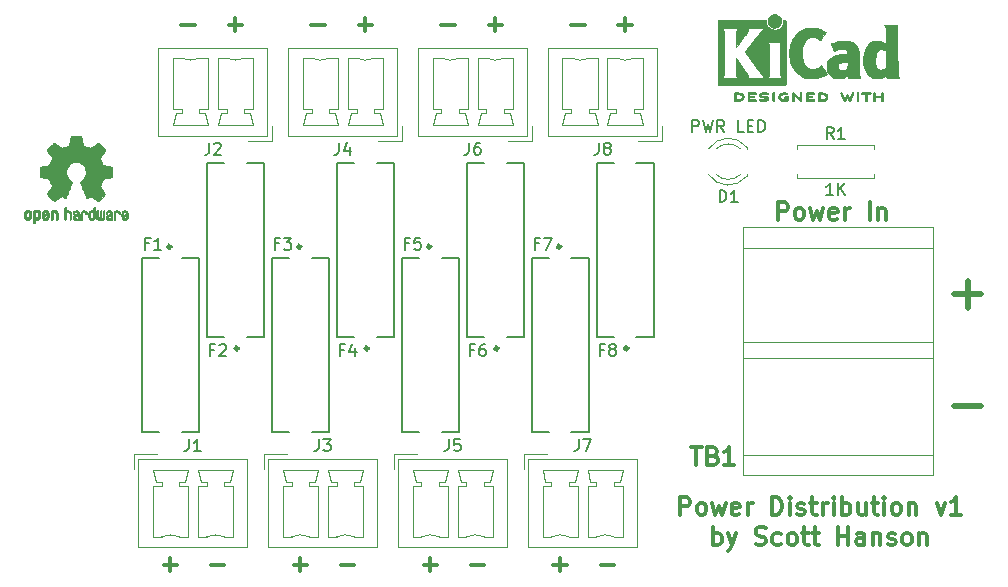
<source format=gbr>
%TF.GenerationSoftware,KiCad,Pcbnew,(5.1.9)-1*%
%TF.CreationDate,2021-03-29T00:07:03-04:00*%
%TF.ProjectId,Power_Distribution,506f7765-725f-4446-9973-747269627574,v1*%
%TF.SameCoordinates,Original*%
%TF.FileFunction,Legend,Top*%
%TF.FilePolarity,Positive*%
%FSLAX46Y46*%
G04 Gerber Fmt 4.6, Leading zero omitted, Abs format (unit mm)*
G04 Created by KiCad (PCBNEW (5.1.9)-1) date 2021-03-29 00:07:03*
%MOMM*%
%LPD*%
G01*
G04 APERTURE LIST*
%ADD10C,0.300000*%
%ADD11C,0.500000*%
%ADD12C,0.010000*%
%ADD13C,0.127000*%
%ADD14C,0.120000*%
%ADD15C,0.150000*%
G04 APERTURE END LIST*
D10*
X145142857Y-119403571D02*
X145142857Y-117903571D01*
X145714285Y-117903571D01*
X145857142Y-117975000D01*
X145928571Y-118046428D01*
X145999999Y-118189285D01*
X145999999Y-118403571D01*
X145928571Y-118546428D01*
X145857142Y-118617857D01*
X145714285Y-118689285D01*
X145142857Y-118689285D01*
X146857142Y-119403571D02*
X146714285Y-119332142D01*
X146642857Y-119260714D01*
X146571428Y-119117857D01*
X146571428Y-118689285D01*
X146642857Y-118546428D01*
X146714285Y-118475000D01*
X146857142Y-118403571D01*
X147071428Y-118403571D01*
X147214285Y-118475000D01*
X147285714Y-118546428D01*
X147357142Y-118689285D01*
X147357142Y-119117857D01*
X147285714Y-119260714D01*
X147214285Y-119332142D01*
X147071428Y-119403571D01*
X146857142Y-119403571D01*
X147857142Y-118403571D02*
X148142857Y-119403571D01*
X148428571Y-118689285D01*
X148714285Y-119403571D01*
X148999999Y-118403571D01*
X150142857Y-119332142D02*
X149999999Y-119403571D01*
X149714285Y-119403571D01*
X149571428Y-119332142D01*
X149499999Y-119189285D01*
X149499999Y-118617857D01*
X149571428Y-118475000D01*
X149714285Y-118403571D01*
X149999999Y-118403571D01*
X150142857Y-118475000D01*
X150214285Y-118617857D01*
X150214285Y-118760714D01*
X149499999Y-118903571D01*
X150857142Y-119403571D02*
X150857142Y-118403571D01*
X150857142Y-118689285D02*
X150928571Y-118546428D01*
X150999999Y-118475000D01*
X151142857Y-118403571D01*
X151285714Y-118403571D01*
X152928571Y-119403571D02*
X152928571Y-117903571D01*
X153285714Y-117903571D01*
X153499999Y-117975000D01*
X153642857Y-118117857D01*
X153714285Y-118260714D01*
X153785714Y-118546428D01*
X153785714Y-118760714D01*
X153714285Y-119046428D01*
X153642857Y-119189285D01*
X153499999Y-119332142D01*
X153285714Y-119403571D01*
X152928571Y-119403571D01*
X154428571Y-119403571D02*
X154428571Y-118403571D01*
X154428571Y-117903571D02*
X154357142Y-117975000D01*
X154428571Y-118046428D01*
X154499999Y-117975000D01*
X154428571Y-117903571D01*
X154428571Y-118046428D01*
X155071428Y-119332142D02*
X155214285Y-119403571D01*
X155499999Y-119403571D01*
X155642857Y-119332142D01*
X155714285Y-119189285D01*
X155714285Y-119117857D01*
X155642857Y-118975000D01*
X155499999Y-118903571D01*
X155285714Y-118903571D01*
X155142857Y-118832142D01*
X155071428Y-118689285D01*
X155071428Y-118617857D01*
X155142857Y-118475000D01*
X155285714Y-118403571D01*
X155499999Y-118403571D01*
X155642857Y-118475000D01*
X156142857Y-118403571D02*
X156714285Y-118403571D01*
X156357142Y-117903571D02*
X156357142Y-119189285D01*
X156428571Y-119332142D01*
X156571428Y-119403571D01*
X156714285Y-119403571D01*
X157214285Y-119403571D02*
X157214285Y-118403571D01*
X157214285Y-118689285D02*
X157285714Y-118546428D01*
X157357142Y-118475000D01*
X157499999Y-118403571D01*
X157642857Y-118403571D01*
X158142857Y-119403571D02*
X158142857Y-118403571D01*
X158142857Y-117903571D02*
X158071428Y-117975000D01*
X158142857Y-118046428D01*
X158214285Y-117975000D01*
X158142857Y-117903571D01*
X158142857Y-118046428D01*
X158857142Y-119403571D02*
X158857142Y-117903571D01*
X158857142Y-118475000D02*
X158999999Y-118403571D01*
X159285714Y-118403571D01*
X159428571Y-118475000D01*
X159499999Y-118546428D01*
X159571428Y-118689285D01*
X159571428Y-119117857D01*
X159499999Y-119260714D01*
X159428571Y-119332142D01*
X159285714Y-119403571D01*
X158999999Y-119403571D01*
X158857142Y-119332142D01*
X160857142Y-118403571D02*
X160857142Y-119403571D01*
X160214285Y-118403571D02*
X160214285Y-119189285D01*
X160285714Y-119332142D01*
X160428571Y-119403571D01*
X160642857Y-119403571D01*
X160785714Y-119332142D01*
X160857142Y-119260714D01*
X161357142Y-118403571D02*
X161928571Y-118403571D01*
X161571428Y-117903571D02*
X161571428Y-119189285D01*
X161642857Y-119332142D01*
X161785714Y-119403571D01*
X161928571Y-119403571D01*
X162428571Y-119403571D02*
X162428571Y-118403571D01*
X162428571Y-117903571D02*
X162357142Y-117975000D01*
X162428571Y-118046428D01*
X162499999Y-117975000D01*
X162428571Y-117903571D01*
X162428571Y-118046428D01*
X163357142Y-119403571D02*
X163214285Y-119332142D01*
X163142857Y-119260714D01*
X163071428Y-119117857D01*
X163071428Y-118689285D01*
X163142857Y-118546428D01*
X163214285Y-118475000D01*
X163357142Y-118403571D01*
X163571428Y-118403571D01*
X163714285Y-118475000D01*
X163785714Y-118546428D01*
X163857142Y-118689285D01*
X163857142Y-119117857D01*
X163785714Y-119260714D01*
X163714285Y-119332142D01*
X163571428Y-119403571D01*
X163357142Y-119403571D01*
X164499999Y-118403571D02*
X164499999Y-119403571D01*
X164499999Y-118546428D02*
X164571428Y-118475000D01*
X164714285Y-118403571D01*
X164928571Y-118403571D01*
X165071428Y-118475000D01*
X165142857Y-118617857D01*
X165142857Y-119403571D01*
X166857142Y-118403571D02*
X167214285Y-119403571D01*
X167571428Y-118403571D01*
X168928571Y-119403571D02*
X168071428Y-119403571D01*
X168499999Y-119403571D02*
X168499999Y-117903571D01*
X168357142Y-118117857D01*
X168214285Y-118260714D01*
X168071428Y-118332142D01*
X147964285Y-121953571D02*
X147964285Y-120453571D01*
X147964285Y-121025000D02*
X148107142Y-120953571D01*
X148392857Y-120953571D01*
X148535714Y-121025000D01*
X148607142Y-121096428D01*
X148678571Y-121239285D01*
X148678571Y-121667857D01*
X148607142Y-121810714D01*
X148535714Y-121882142D01*
X148392857Y-121953571D01*
X148107142Y-121953571D01*
X147964285Y-121882142D01*
X149178571Y-120953571D02*
X149535714Y-121953571D01*
X149892857Y-120953571D02*
X149535714Y-121953571D01*
X149392857Y-122310714D01*
X149321428Y-122382142D01*
X149178571Y-122453571D01*
X151535714Y-121882142D02*
X151750000Y-121953571D01*
X152107142Y-121953571D01*
X152250000Y-121882142D01*
X152321428Y-121810714D01*
X152392857Y-121667857D01*
X152392857Y-121525000D01*
X152321428Y-121382142D01*
X152250000Y-121310714D01*
X152107142Y-121239285D01*
X151821428Y-121167857D01*
X151678571Y-121096428D01*
X151607142Y-121025000D01*
X151535714Y-120882142D01*
X151535714Y-120739285D01*
X151607142Y-120596428D01*
X151678571Y-120525000D01*
X151821428Y-120453571D01*
X152178571Y-120453571D01*
X152392857Y-120525000D01*
X153678571Y-121882142D02*
X153535714Y-121953571D01*
X153250000Y-121953571D01*
X153107142Y-121882142D01*
X153035714Y-121810714D01*
X152964285Y-121667857D01*
X152964285Y-121239285D01*
X153035714Y-121096428D01*
X153107142Y-121025000D01*
X153250000Y-120953571D01*
X153535714Y-120953571D01*
X153678571Y-121025000D01*
X154535714Y-121953571D02*
X154392857Y-121882142D01*
X154321428Y-121810714D01*
X154250000Y-121667857D01*
X154250000Y-121239285D01*
X154321428Y-121096428D01*
X154392857Y-121025000D01*
X154535714Y-120953571D01*
X154750000Y-120953571D01*
X154892857Y-121025000D01*
X154964285Y-121096428D01*
X155035714Y-121239285D01*
X155035714Y-121667857D01*
X154964285Y-121810714D01*
X154892857Y-121882142D01*
X154750000Y-121953571D01*
X154535714Y-121953571D01*
X155464285Y-120953571D02*
X156035714Y-120953571D01*
X155678571Y-120453571D02*
X155678571Y-121739285D01*
X155750000Y-121882142D01*
X155892857Y-121953571D01*
X156035714Y-121953571D01*
X156321428Y-120953571D02*
X156892857Y-120953571D01*
X156535714Y-120453571D02*
X156535714Y-121739285D01*
X156607142Y-121882142D01*
X156750000Y-121953571D01*
X156892857Y-121953571D01*
X158535714Y-121953571D02*
X158535714Y-120453571D01*
X158535714Y-121167857D02*
X159392857Y-121167857D01*
X159392857Y-121953571D02*
X159392857Y-120453571D01*
X160750000Y-121953571D02*
X160750000Y-121167857D01*
X160678571Y-121025000D01*
X160535714Y-120953571D01*
X160250000Y-120953571D01*
X160107142Y-121025000D01*
X160750000Y-121882142D02*
X160607142Y-121953571D01*
X160250000Y-121953571D01*
X160107142Y-121882142D01*
X160035714Y-121739285D01*
X160035714Y-121596428D01*
X160107142Y-121453571D01*
X160250000Y-121382142D01*
X160607142Y-121382142D01*
X160750000Y-121310714D01*
X161464285Y-120953571D02*
X161464285Y-121953571D01*
X161464285Y-121096428D02*
X161535714Y-121025000D01*
X161678571Y-120953571D01*
X161892857Y-120953571D01*
X162035714Y-121025000D01*
X162107142Y-121167857D01*
X162107142Y-121953571D01*
X162750000Y-121882142D02*
X162892857Y-121953571D01*
X163178571Y-121953571D01*
X163321428Y-121882142D01*
X163392857Y-121739285D01*
X163392857Y-121667857D01*
X163321428Y-121525000D01*
X163178571Y-121453571D01*
X162964285Y-121453571D01*
X162821428Y-121382142D01*
X162750000Y-121239285D01*
X162750000Y-121167857D01*
X162821428Y-121025000D01*
X162964285Y-120953571D01*
X163178571Y-120953571D01*
X163321428Y-121025000D01*
X164250000Y-121953571D02*
X164107142Y-121882142D01*
X164035714Y-121810714D01*
X163964285Y-121667857D01*
X163964285Y-121239285D01*
X164035714Y-121096428D01*
X164107142Y-121025000D01*
X164250000Y-120953571D01*
X164464285Y-120953571D01*
X164607142Y-121025000D01*
X164678571Y-121096428D01*
X164750000Y-121239285D01*
X164750000Y-121667857D01*
X164678571Y-121810714D01*
X164607142Y-121882142D01*
X164464285Y-121953571D01*
X164250000Y-121953571D01*
X165392857Y-120953571D02*
X165392857Y-121953571D01*
X165392857Y-121096428D02*
X165464285Y-121025000D01*
X165607142Y-120953571D01*
X165821428Y-120953571D01*
X165964285Y-121025000D01*
X166035714Y-121167857D01*
X166035714Y-121953571D01*
X141071428Y-77892857D02*
X139928571Y-77892857D01*
X140500000Y-77321428D02*
X140500000Y-78464285D01*
X137071428Y-77892857D02*
X135928571Y-77892857D01*
X130071428Y-77892857D02*
X128928571Y-77892857D01*
X129500000Y-77321428D02*
X129500000Y-78464285D01*
X126071428Y-77892857D02*
X124928571Y-77892857D01*
X119071428Y-77892857D02*
X117928571Y-77892857D01*
X118500000Y-77321428D02*
X118500000Y-78464285D01*
X115071428Y-77892857D02*
X113928571Y-77892857D01*
X104071428Y-77892857D02*
X102928571Y-77892857D01*
X108071428Y-77892857D02*
X106928571Y-77892857D01*
X107500000Y-77321428D02*
X107500000Y-78464285D01*
X138428571Y-123607142D02*
X139571428Y-123607142D01*
X134428571Y-123607142D02*
X135571428Y-123607142D01*
X135000000Y-124178571D02*
X135000000Y-123035714D01*
X127428571Y-123607142D02*
X128571428Y-123607142D01*
X123428571Y-123607142D02*
X124571428Y-123607142D01*
X124000000Y-124178571D02*
X124000000Y-123035714D01*
X116428571Y-123607142D02*
X117571428Y-123607142D01*
X112428571Y-123607142D02*
X113571428Y-123607142D01*
X113000000Y-124178571D02*
X113000000Y-123035714D01*
X105428571Y-123607142D02*
X106571428Y-123607142D01*
X101428571Y-123607142D02*
X102571428Y-123607142D01*
X102000000Y-124178571D02*
X102000000Y-123035714D01*
D11*
X168357142Y-110214285D02*
X170642857Y-110214285D01*
X168357142Y-100714285D02*
X170642857Y-100714285D01*
X169500000Y-101857142D02*
X169500000Y-99571428D01*
D12*
%TO.C,REF\u002A\u002A*%
G36*
X90768886Y-93584505D02*
G01*
X90843539Y-93621727D01*
X90909431Y-93690261D01*
X90927577Y-93715648D01*
X90947345Y-93748866D01*
X90960172Y-93784945D01*
X90967510Y-93833098D01*
X90970813Y-93902536D01*
X90971538Y-93994206D01*
X90968263Y-94119830D01*
X90956877Y-94214154D01*
X90935041Y-94284523D01*
X90900419Y-94338286D01*
X90850670Y-94382788D01*
X90847014Y-94385423D01*
X90797985Y-94412377D01*
X90738945Y-94425712D01*
X90663859Y-94429000D01*
X90541795Y-94429000D01*
X90541744Y-94547497D01*
X90540608Y-94613492D01*
X90533686Y-94652202D01*
X90515598Y-94675419D01*
X90480962Y-94694933D01*
X90472645Y-94698920D01*
X90433720Y-94717603D01*
X90403583Y-94729403D01*
X90381174Y-94730422D01*
X90365433Y-94716761D01*
X90355302Y-94684522D01*
X90349723Y-94629804D01*
X90347635Y-94548711D01*
X90347981Y-94437344D01*
X90349700Y-94291802D01*
X90350237Y-94248269D01*
X90352172Y-94098205D01*
X90353904Y-94000042D01*
X90541692Y-94000042D01*
X90542748Y-94083364D01*
X90547438Y-94137880D01*
X90558051Y-94173837D01*
X90576872Y-94201482D01*
X90589650Y-94214965D01*
X90641890Y-94254417D01*
X90688142Y-94257628D01*
X90735867Y-94225049D01*
X90737077Y-94223846D01*
X90756494Y-94198668D01*
X90768307Y-94164447D01*
X90774265Y-94111748D01*
X90776120Y-94031131D01*
X90776154Y-94013271D01*
X90771670Y-93902175D01*
X90757074Y-93825161D01*
X90730650Y-93778147D01*
X90690683Y-93757050D01*
X90667584Y-93754923D01*
X90612762Y-93764900D01*
X90575158Y-93797752D01*
X90552523Y-93857857D01*
X90542606Y-93949598D01*
X90541692Y-94000042D01*
X90353904Y-94000042D01*
X90354222Y-93982060D01*
X90356873Y-93894679D01*
X90360606Y-93830905D01*
X90365907Y-93785582D01*
X90373258Y-93753555D01*
X90383143Y-93729668D01*
X90396046Y-93708764D01*
X90401579Y-93700898D01*
X90474969Y-93626595D01*
X90567760Y-93584467D01*
X90675096Y-93572722D01*
X90768886Y-93584505D01*
G37*
X90768886Y-93584505D02*
X90843539Y-93621727D01*
X90909431Y-93690261D01*
X90927577Y-93715648D01*
X90947345Y-93748866D01*
X90960172Y-93784945D01*
X90967510Y-93833098D01*
X90970813Y-93902536D01*
X90971538Y-93994206D01*
X90968263Y-94119830D01*
X90956877Y-94214154D01*
X90935041Y-94284523D01*
X90900419Y-94338286D01*
X90850670Y-94382788D01*
X90847014Y-94385423D01*
X90797985Y-94412377D01*
X90738945Y-94425712D01*
X90663859Y-94429000D01*
X90541795Y-94429000D01*
X90541744Y-94547497D01*
X90540608Y-94613492D01*
X90533686Y-94652202D01*
X90515598Y-94675419D01*
X90480962Y-94694933D01*
X90472645Y-94698920D01*
X90433720Y-94717603D01*
X90403583Y-94729403D01*
X90381174Y-94730422D01*
X90365433Y-94716761D01*
X90355302Y-94684522D01*
X90349723Y-94629804D01*
X90347635Y-94548711D01*
X90347981Y-94437344D01*
X90349700Y-94291802D01*
X90350237Y-94248269D01*
X90352172Y-94098205D01*
X90353904Y-94000042D01*
X90541692Y-94000042D01*
X90542748Y-94083364D01*
X90547438Y-94137880D01*
X90558051Y-94173837D01*
X90576872Y-94201482D01*
X90589650Y-94214965D01*
X90641890Y-94254417D01*
X90688142Y-94257628D01*
X90735867Y-94225049D01*
X90737077Y-94223846D01*
X90756494Y-94198668D01*
X90768307Y-94164447D01*
X90774265Y-94111748D01*
X90776120Y-94031131D01*
X90776154Y-94013271D01*
X90771670Y-93902175D01*
X90757074Y-93825161D01*
X90730650Y-93778147D01*
X90690683Y-93757050D01*
X90667584Y-93754923D01*
X90612762Y-93764900D01*
X90575158Y-93797752D01*
X90552523Y-93857857D01*
X90542606Y-93949598D01*
X90541692Y-94000042D01*
X90353904Y-94000042D01*
X90354222Y-93982060D01*
X90356873Y-93894679D01*
X90360606Y-93830905D01*
X90365907Y-93785582D01*
X90373258Y-93753555D01*
X90383143Y-93729668D01*
X90396046Y-93708764D01*
X90401579Y-93700898D01*
X90474969Y-93626595D01*
X90567760Y-93584467D01*
X90675096Y-93572722D01*
X90768886Y-93584505D01*
G36*
X92271664Y-93595089D02*
G01*
X92334367Y-93631358D01*
X92377961Y-93667358D01*
X92409845Y-93705075D01*
X92431810Y-93751199D01*
X92445649Y-93812421D01*
X92453153Y-93895431D01*
X92456117Y-94006919D01*
X92456461Y-94087062D01*
X92456461Y-94382065D01*
X92290385Y-94456515D01*
X92280615Y-94133402D01*
X92276579Y-94012729D01*
X92272344Y-93925141D01*
X92267097Y-93864650D01*
X92260025Y-93825268D01*
X92250311Y-93801007D01*
X92237144Y-93785880D01*
X92232919Y-93782606D01*
X92168909Y-93757034D01*
X92104208Y-93767153D01*
X92065692Y-93794000D01*
X92050025Y-93813024D01*
X92039180Y-93837988D01*
X92032288Y-93875834D01*
X92028479Y-93933502D01*
X92026883Y-94017935D01*
X92026615Y-94105928D01*
X92026563Y-94216323D01*
X92024672Y-94294463D01*
X92018345Y-94347165D01*
X92004983Y-94381242D01*
X91981985Y-94403511D01*
X91946754Y-94420787D01*
X91899697Y-94438738D01*
X91848303Y-94458278D01*
X91854421Y-94111485D01*
X91856884Y-93986468D01*
X91859767Y-93894082D01*
X91863898Y-93827881D01*
X91870107Y-93781420D01*
X91879226Y-93748256D01*
X91892083Y-93721944D01*
X91907584Y-93698729D01*
X91982371Y-93624569D01*
X92073628Y-93581684D01*
X92172883Y-93571412D01*
X92271664Y-93595089D01*
G37*
X92271664Y-93595089D02*
X92334367Y-93631358D01*
X92377961Y-93667358D01*
X92409845Y-93705075D01*
X92431810Y-93751199D01*
X92445649Y-93812421D01*
X92453153Y-93895431D01*
X92456117Y-94006919D01*
X92456461Y-94087062D01*
X92456461Y-94382065D01*
X92290385Y-94456515D01*
X92280615Y-94133402D01*
X92276579Y-94012729D01*
X92272344Y-93925141D01*
X92267097Y-93864650D01*
X92260025Y-93825268D01*
X92250311Y-93801007D01*
X92237144Y-93785880D01*
X92232919Y-93782606D01*
X92168909Y-93757034D01*
X92104208Y-93767153D01*
X92065692Y-93794000D01*
X92050025Y-93813024D01*
X92039180Y-93837988D01*
X92032288Y-93875834D01*
X92028479Y-93933502D01*
X92026883Y-94017935D01*
X92026615Y-94105928D01*
X92026563Y-94216323D01*
X92024672Y-94294463D01*
X92018345Y-94347165D01*
X92004983Y-94381242D01*
X91981985Y-94403511D01*
X91946754Y-94420787D01*
X91899697Y-94438738D01*
X91848303Y-94458278D01*
X91854421Y-94111485D01*
X91856884Y-93986468D01*
X91859767Y-93894082D01*
X91863898Y-93827881D01*
X91870107Y-93781420D01*
X91879226Y-93748256D01*
X91892083Y-93721944D01*
X91907584Y-93698729D01*
X91982371Y-93624569D01*
X92073628Y-93581684D01*
X92172883Y-93571412D01*
X92271664Y-93595089D01*
G36*
X90016886Y-93587256D02*
G01*
X90108464Y-93635409D01*
X90176049Y-93712905D01*
X90200057Y-93762727D01*
X90218738Y-93837533D01*
X90228301Y-93932052D01*
X90229208Y-94035210D01*
X90221921Y-94135935D01*
X90206903Y-94223153D01*
X90184615Y-94285791D01*
X90177765Y-94296579D01*
X90096632Y-94377105D01*
X90000266Y-94425336D01*
X89895701Y-94439450D01*
X89789968Y-94417629D01*
X89760543Y-94404547D01*
X89703241Y-94364231D01*
X89652950Y-94310775D01*
X89648197Y-94303995D01*
X89628878Y-94271321D01*
X89616108Y-94236394D01*
X89608564Y-94190414D01*
X89604924Y-94124584D01*
X89603865Y-94030105D01*
X89603846Y-94008923D01*
X89603894Y-94002182D01*
X89799231Y-94002182D01*
X89800368Y-94091349D01*
X89804841Y-94150520D01*
X89814246Y-94188741D01*
X89830176Y-94215053D01*
X89838308Y-94223846D01*
X89885058Y-94257261D01*
X89930447Y-94255737D01*
X89976340Y-94226752D01*
X90003712Y-94195809D01*
X90019923Y-94150643D01*
X90029026Y-94079420D01*
X90029651Y-94071114D01*
X90031204Y-93942037D01*
X90014965Y-93846172D01*
X89981152Y-93784107D01*
X89929984Y-93756432D01*
X89911720Y-93754923D01*
X89863760Y-93762513D01*
X89830953Y-93788808D01*
X89810895Y-93839095D01*
X89801178Y-93918664D01*
X89799231Y-94002182D01*
X89603894Y-94002182D01*
X89604574Y-93908249D01*
X89607629Y-93837906D01*
X89614322Y-93789163D01*
X89625960Y-93753288D01*
X89643853Y-93721548D01*
X89647808Y-93715648D01*
X89714267Y-93636104D01*
X89786685Y-93589929D01*
X89874849Y-93571599D01*
X89904787Y-93570703D01*
X90016886Y-93587256D01*
G37*
X90016886Y-93587256D02*
X90108464Y-93635409D01*
X90176049Y-93712905D01*
X90200057Y-93762727D01*
X90218738Y-93837533D01*
X90228301Y-93932052D01*
X90229208Y-94035210D01*
X90221921Y-94135935D01*
X90206903Y-94223153D01*
X90184615Y-94285791D01*
X90177765Y-94296579D01*
X90096632Y-94377105D01*
X90000266Y-94425336D01*
X89895701Y-94439450D01*
X89789968Y-94417629D01*
X89760543Y-94404547D01*
X89703241Y-94364231D01*
X89652950Y-94310775D01*
X89648197Y-94303995D01*
X89628878Y-94271321D01*
X89616108Y-94236394D01*
X89608564Y-94190414D01*
X89604924Y-94124584D01*
X89603865Y-94030105D01*
X89603846Y-94008923D01*
X89603894Y-94002182D01*
X89799231Y-94002182D01*
X89800368Y-94091349D01*
X89804841Y-94150520D01*
X89814246Y-94188741D01*
X89830176Y-94215053D01*
X89838308Y-94223846D01*
X89885058Y-94257261D01*
X89930447Y-94255737D01*
X89976340Y-94226752D01*
X90003712Y-94195809D01*
X90019923Y-94150643D01*
X90029026Y-94079420D01*
X90029651Y-94071114D01*
X90031204Y-93942037D01*
X90014965Y-93846172D01*
X89981152Y-93784107D01*
X89929984Y-93756432D01*
X89911720Y-93754923D01*
X89863760Y-93762513D01*
X89830953Y-93788808D01*
X89810895Y-93839095D01*
X89801178Y-93918664D01*
X89799231Y-94002182D01*
X89603894Y-94002182D01*
X89604574Y-93908249D01*
X89607629Y-93837906D01*
X89614322Y-93789163D01*
X89625960Y-93753288D01*
X89643853Y-93721548D01*
X89647808Y-93715648D01*
X89714267Y-93636104D01*
X89786685Y-93589929D01*
X89874849Y-93571599D01*
X89904787Y-93570703D01*
X90016886Y-93587256D01*
G36*
X91534254Y-93599745D02*
G01*
X91611286Y-93651567D01*
X91670816Y-93726412D01*
X91706378Y-93821654D01*
X91713571Y-93891756D01*
X91712754Y-93921009D01*
X91705914Y-93943407D01*
X91687112Y-93963474D01*
X91650408Y-93985733D01*
X91589862Y-94014709D01*
X91499534Y-94054927D01*
X91499077Y-94055129D01*
X91415933Y-94093210D01*
X91347753Y-94127025D01*
X91301505Y-94152933D01*
X91284158Y-94167295D01*
X91284154Y-94167411D01*
X91299443Y-94198685D01*
X91335196Y-94233157D01*
X91376242Y-94257990D01*
X91397037Y-94262923D01*
X91453770Y-94245862D01*
X91502627Y-94203133D01*
X91526465Y-94156155D01*
X91549397Y-94121522D01*
X91594318Y-94082081D01*
X91647123Y-94048009D01*
X91693710Y-94029480D01*
X91703452Y-94028462D01*
X91714418Y-94045215D01*
X91715079Y-94088039D01*
X91707020Y-94145781D01*
X91691827Y-94207289D01*
X91671086Y-94261409D01*
X91670038Y-94263510D01*
X91607621Y-94350660D01*
X91526726Y-94409939D01*
X91434856Y-94439034D01*
X91339513Y-94435634D01*
X91248198Y-94397428D01*
X91244138Y-94394741D01*
X91172306Y-94329642D01*
X91125073Y-94244705D01*
X91098934Y-94133021D01*
X91095426Y-94101643D01*
X91089213Y-93953536D01*
X91096661Y-93884468D01*
X91284154Y-93884468D01*
X91286590Y-93927552D01*
X91299914Y-93940126D01*
X91333132Y-93930719D01*
X91385494Y-93908483D01*
X91444024Y-93880610D01*
X91445479Y-93879872D01*
X91495089Y-93853777D01*
X91515000Y-93836363D01*
X91510090Y-93818107D01*
X91489416Y-93794120D01*
X91436819Y-93759406D01*
X91380177Y-93756856D01*
X91329369Y-93782119D01*
X91294276Y-93830847D01*
X91284154Y-93884468D01*
X91096661Y-93884468D01*
X91101992Y-93835036D01*
X91134778Y-93741055D01*
X91180421Y-93675215D01*
X91262802Y-93608681D01*
X91353546Y-93575676D01*
X91446185Y-93573573D01*
X91534254Y-93599745D01*
G37*
X91534254Y-93599745D02*
X91611286Y-93651567D01*
X91670816Y-93726412D01*
X91706378Y-93821654D01*
X91713571Y-93891756D01*
X91712754Y-93921009D01*
X91705914Y-93943407D01*
X91687112Y-93963474D01*
X91650408Y-93985733D01*
X91589862Y-94014709D01*
X91499534Y-94054927D01*
X91499077Y-94055129D01*
X91415933Y-94093210D01*
X91347753Y-94127025D01*
X91301505Y-94152933D01*
X91284158Y-94167295D01*
X91284154Y-94167411D01*
X91299443Y-94198685D01*
X91335196Y-94233157D01*
X91376242Y-94257990D01*
X91397037Y-94262923D01*
X91453770Y-94245862D01*
X91502627Y-94203133D01*
X91526465Y-94156155D01*
X91549397Y-94121522D01*
X91594318Y-94082081D01*
X91647123Y-94048009D01*
X91693710Y-94029480D01*
X91703452Y-94028462D01*
X91714418Y-94045215D01*
X91715079Y-94088039D01*
X91707020Y-94145781D01*
X91691827Y-94207289D01*
X91671086Y-94261409D01*
X91670038Y-94263510D01*
X91607621Y-94350660D01*
X91526726Y-94409939D01*
X91434856Y-94439034D01*
X91339513Y-94435634D01*
X91248198Y-94397428D01*
X91244138Y-94394741D01*
X91172306Y-94329642D01*
X91125073Y-94244705D01*
X91098934Y-94133021D01*
X91095426Y-94101643D01*
X91089213Y-93953536D01*
X91096661Y-93884468D01*
X91284154Y-93884468D01*
X91286590Y-93927552D01*
X91299914Y-93940126D01*
X91333132Y-93930719D01*
X91385494Y-93908483D01*
X91444024Y-93880610D01*
X91445479Y-93879872D01*
X91495089Y-93853777D01*
X91515000Y-93836363D01*
X91510090Y-93818107D01*
X91489416Y-93794120D01*
X91436819Y-93759406D01*
X91380177Y-93756856D01*
X91329369Y-93782119D01*
X91294276Y-93830847D01*
X91284154Y-93884468D01*
X91096661Y-93884468D01*
X91101992Y-93835036D01*
X91134778Y-93741055D01*
X91180421Y-93675215D01*
X91262802Y-93608681D01*
X91353546Y-93575676D01*
X91446185Y-93573573D01*
X91534254Y-93599745D01*
G36*
X93159846Y-93492120D02*
G01*
X93165572Y-93571980D01*
X93172149Y-93619039D01*
X93181262Y-93639566D01*
X93194598Y-93639829D01*
X93198923Y-93637378D01*
X93256444Y-93619636D01*
X93331268Y-93620672D01*
X93407339Y-93638910D01*
X93454918Y-93662505D01*
X93503702Y-93700198D01*
X93539364Y-93742855D01*
X93563845Y-93797057D01*
X93579087Y-93869384D01*
X93587030Y-93966419D01*
X93589616Y-94094742D01*
X93589662Y-94119358D01*
X93589692Y-94395870D01*
X93528161Y-94417320D01*
X93484459Y-94431912D01*
X93460482Y-94438706D01*
X93459777Y-94438769D01*
X93457415Y-94420345D01*
X93455406Y-94369526D01*
X93453901Y-94292993D01*
X93453053Y-94197430D01*
X93452923Y-94139329D01*
X93452651Y-94024771D01*
X93451252Y-93942667D01*
X93447849Y-93886393D01*
X93441567Y-93849326D01*
X93431529Y-93824844D01*
X93416861Y-93806325D01*
X93407702Y-93797406D01*
X93344789Y-93761466D01*
X93276136Y-93758775D01*
X93213848Y-93789170D01*
X93202329Y-93800144D01*
X93185433Y-93820779D01*
X93173714Y-93845256D01*
X93166233Y-93880647D01*
X93162054Y-93934026D01*
X93160237Y-94012466D01*
X93159846Y-94120617D01*
X93159846Y-94395870D01*
X93098315Y-94417320D01*
X93054613Y-94431912D01*
X93030636Y-94438706D01*
X93029930Y-94438769D01*
X93028126Y-94420069D01*
X93026500Y-94367322D01*
X93025117Y-94285557D01*
X93024042Y-94179805D01*
X93023340Y-94055094D01*
X93023077Y-93916455D01*
X93023077Y-93381806D01*
X93150077Y-93328236D01*
X93159846Y-93492120D01*
G37*
X93159846Y-93492120D02*
X93165572Y-93571980D01*
X93172149Y-93619039D01*
X93181262Y-93639566D01*
X93194598Y-93639829D01*
X93198923Y-93637378D01*
X93256444Y-93619636D01*
X93331268Y-93620672D01*
X93407339Y-93638910D01*
X93454918Y-93662505D01*
X93503702Y-93700198D01*
X93539364Y-93742855D01*
X93563845Y-93797057D01*
X93579087Y-93869384D01*
X93587030Y-93966419D01*
X93589616Y-94094742D01*
X93589662Y-94119358D01*
X93589692Y-94395870D01*
X93528161Y-94417320D01*
X93484459Y-94431912D01*
X93460482Y-94438706D01*
X93459777Y-94438769D01*
X93457415Y-94420345D01*
X93455406Y-94369526D01*
X93453901Y-94292993D01*
X93453053Y-94197430D01*
X93452923Y-94139329D01*
X93452651Y-94024771D01*
X93451252Y-93942667D01*
X93447849Y-93886393D01*
X93441567Y-93849326D01*
X93431529Y-93824844D01*
X93416861Y-93806325D01*
X93407702Y-93797406D01*
X93344789Y-93761466D01*
X93276136Y-93758775D01*
X93213848Y-93789170D01*
X93202329Y-93800144D01*
X93185433Y-93820779D01*
X93173714Y-93845256D01*
X93166233Y-93880647D01*
X93162054Y-93934026D01*
X93160237Y-94012466D01*
X93159846Y-94120617D01*
X93159846Y-94395870D01*
X93098315Y-94417320D01*
X93054613Y-94431912D01*
X93030636Y-94438706D01*
X93029930Y-94438769D01*
X93028126Y-94420069D01*
X93026500Y-94367322D01*
X93025117Y-94285557D01*
X93024042Y-94179805D01*
X93023340Y-94055094D01*
X93023077Y-93916455D01*
X93023077Y-93381806D01*
X93150077Y-93328236D01*
X93159846Y-93492120D01*
G36*
X94053501Y-93626303D02*
G01*
X94130060Y-93654733D01*
X94130936Y-93655279D01*
X94178285Y-93690127D01*
X94213241Y-93730852D01*
X94237825Y-93783925D01*
X94254062Y-93855814D01*
X94263975Y-93952992D01*
X94269586Y-94081928D01*
X94270077Y-94100298D01*
X94277141Y-94377287D01*
X94217695Y-94408028D01*
X94174681Y-94428802D01*
X94148710Y-94438646D01*
X94147509Y-94438769D01*
X94143014Y-94420606D01*
X94139444Y-94371612D01*
X94137248Y-94300031D01*
X94136769Y-94242068D01*
X94136758Y-94148170D01*
X94132466Y-94089203D01*
X94117503Y-94061079D01*
X94085482Y-94059706D01*
X94030014Y-94080998D01*
X93946269Y-94120136D01*
X93884689Y-94152643D01*
X93853017Y-94180845D01*
X93843706Y-94211582D01*
X93843692Y-94213104D01*
X93859057Y-94266054D01*
X93904547Y-94294660D01*
X93974166Y-94298803D01*
X94024313Y-94298084D01*
X94050754Y-94312527D01*
X94067243Y-94347218D01*
X94076733Y-94391416D01*
X94063057Y-94416493D01*
X94057907Y-94420082D01*
X94009425Y-94434496D01*
X93941531Y-94436537D01*
X93871612Y-94426983D01*
X93822068Y-94409522D01*
X93753570Y-94351364D01*
X93714634Y-94270408D01*
X93706923Y-94207160D01*
X93712807Y-94150111D01*
X93734101Y-94103542D01*
X93776265Y-94062181D01*
X93844759Y-94020755D01*
X93945044Y-93973993D01*
X93951154Y-93971350D01*
X94041490Y-93929617D01*
X94097235Y-93895391D01*
X94121129Y-93864635D01*
X94115913Y-93833311D01*
X94084328Y-93797383D01*
X94074883Y-93789116D01*
X94011617Y-93757058D01*
X93946064Y-93758407D01*
X93888972Y-93789838D01*
X93851093Y-93848024D01*
X93847574Y-93859446D01*
X93813300Y-93914837D01*
X93769809Y-93941518D01*
X93706923Y-93967960D01*
X93706923Y-93899548D01*
X93726052Y-93800110D01*
X93782831Y-93708902D01*
X93812378Y-93678389D01*
X93879542Y-93639228D01*
X93964956Y-93621500D01*
X94053501Y-93626303D01*
G37*
X94053501Y-93626303D02*
X94130060Y-93654733D01*
X94130936Y-93655279D01*
X94178285Y-93690127D01*
X94213241Y-93730852D01*
X94237825Y-93783925D01*
X94254062Y-93855814D01*
X94263975Y-93952992D01*
X94269586Y-94081928D01*
X94270077Y-94100298D01*
X94277141Y-94377287D01*
X94217695Y-94408028D01*
X94174681Y-94428802D01*
X94148710Y-94438646D01*
X94147509Y-94438769D01*
X94143014Y-94420606D01*
X94139444Y-94371612D01*
X94137248Y-94300031D01*
X94136769Y-94242068D01*
X94136758Y-94148170D01*
X94132466Y-94089203D01*
X94117503Y-94061079D01*
X94085482Y-94059706D01*
X94030014Y-94080998D01*
X93946269Y-94120136D01*
X93884689Y-94152643D01*
X93853017Y-94180845D01*
X93843706Y-94211582D01*
X93843692Y-94213104D01*
X93859057Y-94266054D01*
X93904547Y-94294660D01*
X93974166Y-94298803D01*
X94024313Y-94298084D01*
X94050754Y-94312527D01*
X94067243Y-94347218D01*
X94076733Y-94391416D01*
X94063057Y-94416493D01*
X94057907Y-94420082D01*
X94009425Y-94434496D01*
X93941531Y-94436537D01*
X93871612Y-94426983D01*
X93822068Y-94409522D01*
X93753570Y-94351364D01*
X93714634Y-94270408D01*
X93706923Y-94207160D01*
X93712807Y-94150111D01*
X93734101Y-94103542D01*
X93776265Y-94062181D01*
X93844759Y-94020755D01*
X93945044Y-93973993D01*
X93951154Y-93971350D01*
X94041490Y-93929617D01*
X94097235Y-93895391D01*
X94121129Y-93864635D01*
X94115913Y-93833311D01*
X94084328Y-93797383D01*
X94074883Y-93789116D01*
X94011617Y-93757058D01*
X93946064Y-93758407D01*
X93888972Y-93789838D01*
X93851093Y-93848024D01*
X93847574Y-93859446D01*
X93813300Y-93914837D01*
X93769809Y-93941518D01*
X93706923Y-93967960D01*
X93706923Y-93899548D01*
X93726052Y-93800110D01*
X93782831Y-93708902D01*
X93812378Y-93678389D01*
X93879542Y-93639228D01*
X93964956Y-93621500D01*
X94053501Y-93626303D01*
G36*
X94713362Y-93624670D02*
G01*
X94802117Y-93657421D01*
X94874022Y-93715350D01*
X94902144Y-93756128D01*
X94932802Y-93830954D01*
X94932165Y-93885058D01*
X94899987Y-93921446D01*
X94888081Y-93927633D01*
X94836675Y-93946925D01*
X94810422Y-93941982D01*
X94801530Y-93909587D01*
X94801077Y-93891692D01*
X94784797Y-93825859D01*
X94742365Y-93779807D01*
X94683388Y-93757564D01*
X94617475Y-93763161D01*
X94563895Y-93792229D01*
X94545798Y-93808810D01*
X94532971Y-93828925D01*
X94524306Y-93859332D01*
X94518696Y-93906788D01*
X94515035Y-93978050D01*
X94512215Y-94079875D01*
X94511484Y-94112115D01*
X94508820Y-94222410D01*
X94505792Y-94300036D01*
X94501250Y-94351396D01*
X94494046Y-94382890D01*
X94483033Y-94400920D01*
X94467060Y-94411888D01*
X94456834Y-94416733D01*
X94413406Y-94433301D01*
X94387842Y-94438769D01*
X94379395Y-94420507D01*
X94374239Y-94365296D01*
X94372346Y-94272499D01*
X94373689Y-94141478D01*
X94374107Y-94121269D01*
X94377058Y-94001733D01*
X94380548Y-93914449D01*
X94385514Y-93852591D01*
X94392893Y-93809336D01*
X94403624Y-93777860D01*
X94418645Y-93751339D01*
X94426502Y-93739975D01*
X94471553Y-93689692D01*
X94521940Y-93650581D01*
X94528108Y-93647167D01*
X94618458Y-93620212D01*
X94713362Y-93624670D01*
G37*
X94713362Y-93624670D02*
X94802117Y-93657421D01*
X94874022Y-93715350D01*
X94902144Y-93756128D01*
X94932802Y-93830954D01*
X94932165Y-93885058D01*
X94899987Y-93921446D01*
X94888081Y-93927633D01*
X94836675Y-93946925D01*
X94810422Y-93941982D01*
X94801530Y-93909587D01*
X94801077Y-93891692D01*
X94784797Y-93825859D01*
X94742365Y-93779807D01*
X94683388Y-93757564D01*
X94617475Y-93763161D01*
X94563895Y-93792229D01*
X94545798Y-93808810D01*
X94532971Y-93828925D01*
X94524306Y-93859332D01*
X94518696Y-93906788D01*
X94515035Y-93978050D01*
X94512215Y-94079875D01*
X94511484Y-94112115D01*
X94508820Y-94222410D01*
X94505792Y-94300036D01*
X94501250Y-94351396D01*
X94494046Y-94382890D01*
X94483033Y-94400920D01*
X94467060Y-94411888D01*
X94456834Y-94416733D01*
X94413406Y-94433301D01*
X94387842Y-94438769D01*
X94379395Y-94420507D01*
X94374239Y-94365296D01*
X94372346Y-94272499D01*
X94373689Y-94141478D01*
X94374107Y-94121269D01*
X94377058Y-94001733D01*
X94380548Y-93914449D01*
X94385514Y-93852591D01*
X94392893Y-93809336D01*
X94403624Y-93777860D01*
X94418645Y-93751339D01*
X94426502Y-93739975D01*
X94471553Y-93689692D01*
X94521940Y-93650581D01*
X94528108Y-93647167D01*
X94618458Y-93620212D01*
X94713362Y-93624670D01*
G36*
X95602081Y-93780289D02*
G01*
X95601833Y-93926320D01*
X95600872Y-94038655D01*
X95598794Y-94122678D01*
X95595193Y-94183769D01*
X95589665Y-94227309D01*
X95581804Y-94258679D01*
X95571207Y-94283262D01*
X95563182Y-94297294D01*
X95496728Y-94373388D01*
X95412470Y-94421084D01*
X95319249Y-94438199D01*
X95225900Y-94422546D01*
X95170312Y-94394418D01*
X95111957Y-94345760D01*
X95072186Y-94286333D01*
X95048190Y-94208507D01*
X95037161Y-94104652D01*
X95035599Y-94028462D01*
X95035809Y-94022986D01*
X95172308Y-94022986D01*
X95173141Y-94110355D01*
X95176961Y-94168192D01*
X95185746Y-94206029D01*
X95201474Y-94233398D01*
X95220266Y-94254042D01*
X95283375Y-94293890D01*
X95351137Y-94297295D01*
X95415179Y-94264025D01*
X95420164Y-94259517D01*
X95441439Y-94236067D01*
X95454779Y-94208166D01*
X95462001Y-94166641D01*
X95464923Y-94102316D01*
X95465385Y-94031200D01*
X95464383Y-93941858D01*
X95460238Y-93882258D01*
X95451236Y-93843089D01*
X95435667Y-93815040D01*
X95422902Y-93800144D01*
X95363600Y-93762575D01*
X95295301Y-93758057D01*
X95230110Y-93786753D01*
X95217528Y-93797406D01*
X95196111Y-93821063D01*
X95182744Y-93849251D01*
X95175566Y-93891245D01*
X95172719Y-93956319D01*
X95172308Y-94022986D01*
X95035809Y-94022986D01*
X95040322Y-93905765D01*
X95056362Y-93813577D01*
X95086528Y-93744269D01*
X95133629Y-93690211D01*
X95170312Y-93662505D01*
X95236990Y-93632572D01*
X95314272Y-93618678D01*
X95386110Y-93622397D01*
X95426308Y-93637400D01*
X95442082Y-93641670D01*
X95452550Y-93625750D01*
X95459856Y-93583089D01*
X95465385Y-93518106D01*
X95471437Y-93445732D01*
X95479844Y-93402187D01*
X95495141Y-93377287D01*
X95521864Y-93360845D01*
X95538654Y-93353564D01*
X95602154Y-93326963D01*
X95602081Y-93780289D01*
G37*
X95602081Y-93780289D02*
X95601833Y-93926320D01*
X95600872Y-94038655D01*
X95598794Y-94122678D01*
X95595193Y-94183769D01*
X95589665Y-94227309D01*
X95581804Y-94258679D01*
X95571207Y-94283262D01*
X95563182Y-94297294D01*
X95496728Y-94373388D01*
X95412470Y-94421084D01*
X95319249Y-94438199D01*
X95225900Y-94422546D01*
X95170312Y-94394418D01*
X95111957Y-94345760D01*
X95072186Y-94286333D01*
X95048190Y-94208507D01*
X95037161Y-94104652D01*
X95035599Y-94028462D01*
X95035809Y-94022986D01*
X95172308Y-94022986D01*
X95173141Y-94110355D01*
X95176961Y-94168192D01*
X95185746Y-94206029D01*
X95201474Y-94233398D01*
X95220266Y-94254042D01*
X95283375Y-94293890D01*
X95351137Y-94297295D01*
X95415179Y-94264025D01*
X95420164Y-94259517D01*
X95441439Y-94236067D01*
X95454779Y-94208166D01*
X95462001Y-94166641D01*
X95464923Y-94102316D01*
X95465385Y-94031200D01*
X95464383Y-93941858D01*
X95460238Y-93882258D01*
X95451236Y-93843089D01*
X95435667Y-93815040D01*
X95422902Y-93800144D01*
X95363600Y-93762575D01*
X95295301Y-93758057D01*
X95230110Y-93786753D01*
X95217528Y-93797406D01*
X95196111Y-93821063D01*
X95182744Y-93849251D01*
X95175566Y-93891245D01*
X95172719Y-93956319D01*
X95172308Y-94022986D01*
X95035809Y-94022986D01*
X95040322Y-93905765D01*
X95056362Y-93813577D01*
X95086528Y-93744269D01*
X95133629Y-93690211D01*
X95170312Y-93662505D01*
X95236990Y-93632572D01*
X95314272Y-93618678D01*
X95386110Y-93622397D01*
X95426308Y-93637400D01*
X95442082Y-93641670D01*
X95452550Y-93625750D01*
X95459856Y-93583089D01*
X95465385Y-93518106D01*
X95471437Y-93445732D01*
X95479844Y-93402187D01*
X95495141Y-93377287D01*
X95521864Y-93360845D01*
X95538654Y-93353564D01*
X95602154Y-93326963D01*
X95602081Y-93780289D01*
G36*
X96395929Y-93636662D02*
G01*
X96398911Y-93688068D01*
X96401247Y-93766192D01*
X96402749Y-93864857D01*
X96403231Y-93968343D01*
X96403231Y-94318533D01*
X96341401Y-94380363D01*
X96298793Y-94418462D01*
X96261390Y-94433895D01*
X96210270Y-94432918D01*
X96189978Y-94430433D01*
X96126554Y-94423200D01*
X96074095Y-94419055D01*
X96061308Y-94418672D01*
X96018199Y-94421176D01*
X95956544Y-94427462D01*
X95932638Y-94430433D01*
X95873922Y-94435028D01*
X95834464Y-94425046D01*
X95795338Y-94394228D01*
X95781215Y-94380363D01*
X95719385Y-94318533D01*
X95719385Y-93663503D01*
X95769150Y-93640829D01*
X95812002Y-93624034D01*
X95837073Y-93618154D01*
X95843501Y-93636736D01*
X95849509Y-93688655D01*
X95854697Y-93768172D01*
X95858664Y-93869546D01*
X95860577Y-93955192D01*
X95865923Y-94292231D01*
X95912560Y-94298825D01*
X95954976Y-94294214D01*
X95975760Y-94279287D01*
X95981570Y-94251377D01*
X95986530Y-94191925D01*
X95990246Y-94108466D01*
X95992324Y-94008532D01*
X95992624Y-93957104D01*
X95992923Y-93661054D01*
X96054454Y-93639604D01*
X96098004Y-93625020D01*
X96121694Y-93618219D01*
X96122377Y-93618154D01*
X96124754Y-93636642D01*
X96127366Y-93687906D01*
X96129995Y-93765649D01*
X96132421Y-93863574D01*
X96134115Y-93955192D01*
X96139461Y-94292231D01*
X96256692Y-94292231D01*
X96262072Y-93984746D01*
X96267451Y-93677261D01*
X96324601Y-93647707D01*
X96366797Y-93627413D01*
X96391770Y-93618204D01*
X96392491Y-93618154D01*
X96395929Y-93636662D01*
G37*
X96395929Y-93636662D02*
X96398911Y-93688068D01*
X96401247Y-93766192D01*
X96402749Y-93864857D01*
X96403231Y-93968343D01*
X96403231Y-94318533D01*
X96341401Y-94380363D01*
X96298793Y-94418462D01*
X96261390Y-94433895D01*
X96210270Y-94432918D01*
X96189978Y-94430433D01*
X96126554Y-94423200D01*
X96074095Y-94419055D01*
X96061308Y-94418672D01*
X96018199Y-94421176D01*
X95956544Y-94427462D01*
X95932638Y-94430433D01*
X95873922Y-94435028D01*
X95834464Y-94425046D01*
X95795338Y-94394228D01*
X95781215Y-94380363D01*
X95719385Y-94318533D01*
X95719385Y-93663503D01*
X95769150Y-93640829D01*
X95812002Y-93624034D01*
X95837073Y-93618154D01*
X95843501Y-93636736D01*
X95849509Y-93688655D01*
X95854697Y-93768172D01*
X95858664Y-93869546D01*
X95860577Y-93955192D01*
X95865923Y-94292231D01*
X95912560Y-94298825D01*
X95954976Y-94294214D01*
X95975760Y-94279287D01*
X95981570Y-94251377D01*
X95986530Y-94191925D01*
X95990246Y-94108466D01*
X95992324Y-94008532D01*
X95992624Y-93957104D01*
X95992923Y-93661054D01*
X96054454Y-93639604D01*
X96098004Y-93625020D01*
X96121694Y-93618219D01*
X96122377Y-93618154D01*
X96124754Y-93636642D01*
X96127366Y-93687906D01*
X96129995Y-93765649D01*
X96132421Y-93863574D01*
X96134115Y-93955192D01*
X96139461Y-94292231D01*
X96256692Y-94292231D01*
X96262072Y-93984746D01*
X96267451Y-93677261D01*
X96324601Y-93647707D01*
X96366797Y-93627413D01*
X96391770Y-93618204D01*
X96392491Y-93618154D01*
X96395929Y-93636662D01*
G36*
X96887333Y-93633528D02*
G01*
X96943590Y-93659117D01*
X96987747Y-93690124D01*
X97020101Y-93724795D01*
X97042438Y-93769520D01*
X97056546Y-93830692D01*
X97064211Y-93914701D01*
X97067220Y-94027940D01*
X97067538Y-94102509D01*
X97067538Y-94393420D01*
X97017773Y-94416095D01*
X96978576Y-94432667D01*
X96959157Y-94438769D01*
X96955442Y-94420610D01*
X96952495Y-94371648D01*
X96950691Y-94300153D01*
X96950308Y-94243385D01*
X96948661Y-94161371D01*
X96944222Y-94096309D01*
X96937740Y-94056467D01*
X96932590Y-94048000D01*
X96897977Y-94056646D01*
X96843640Y-94078823D01*
X96780722Y-94108886D01*
X96720368Y-94141192D01*
X96673721Y-94170098D01*
X96651926Y-94189961D01*
X96651839Y-94190175D01*
X96653714Y-94226935D01*
X96670525Y-94262026D01*
X96700039Y-94290528D01*
X96743116Y-94300061D01*
X96779932Y-94298950D01*
X96832074Y-94298133D01*
X96859444Y-94310349D01*
X96875882Y-94342624D01*
X96877955Y-94348710D01*
X96885081Y-94394739D01*
X96866024Y-94422687D01*
X96816353Y-94436007D01*
X96762697Y-94438470D01*
X96666142Y-94420210D01*
X96616159Y-94394131D01*
X96554429Y-94332868D01*
X96521690Y-94257670D01*
X96518753Y-94178211D01*
X96546424Y-94104167D01*
X96588047Y-94057769D01*
X96629604Y-94031793D01*
X96694922Y-93998907D01*
X96771038Y-93965557D01*
X96783726Y-93960461D01*
X96867333Y-93923565D01*
X96915530Y-93891046D01*
X96931030Y-93858718D01*
X96916550Y-93822394D01*
X96891692Y-93794000D01*
X96832939Y-93759039D01*
X96768293Y-93756417D01*
X96709008Y-93783358D01*
X96666339Y-93837088D01*
X96660739Y-93850950D01*
X96628133Y-93901936D01*
X96580530Y-93939787D01*
X96520461Y-93970850D01*
X96520461Y-93882768D01*
X96523997Y-93828951D01*
X96539156Y-93786534D01*
X96572768Y-93741279D01*
X96605035Y-93706420D01*
X96655209Y-93657062D01*
X96694193Y-93630547D01*
X96736064Y-93619911D01*
X96783460Y-93618154D01*
X96887333Y-93633528D01*
G37*
X96887333Y-93633528D02*
X96943590Y-93659117D01*
X96987747Y-93690124D01*
X97020101Y-93724795D01*
X97042438Y-93769520D01*
X97056546Y-93830692D01*
X97064211Y-93914701D01*
X97067220Y-94027940D01*
X97067538Y-94102509D01*
X97067538Y-94393420D01*
X97017773Y-94416095D01*
X96978576Y-94432667D01*
X96959157Y-94438769D01*
X96955442Y-94420610D01*
X96952495Y-94371648D01*
X96950691Y-94300153D01*
X96950308Y-94243385D01*
X96948661Y-94161371D01*
X96944222Y-94096309D01*
X96937740Y-94056467D01*
X96932590Y-94048000D01*
X96897977Y-94056646D01*
X96843640Y-94078823D01*
X96780722Y-94108886D01*
X96720368Y-94141192D01*
X96673721Y-94170098D01*
X96651926Y-94189961D01*
X96651839Y-94190175D01*
X96653714Y-94226935D01*
X96670525Y-94262026D01*
X96700039Y-94290528D01*
X96743116Y-94300061D01*
X96779932Y-94298950D01*
X96832074Y-94298133D01*
X96859444Y-94310349D01*
X96875882Y-94342624D01*
X96877955Y-94348710D01*
X96885081Y-94394739D01*
X96866024Y-94422687D01*
X96816353Y-94436007D01*
X96762697Y-94438470D01*
X96666142Y-94420210D01*
X96616159Y-94394131D01*
X96554429Y-94332868D01*
X96521690Y-94257670D01*
X96518753Y-94178211D01*
X96546424Y-94104167D01*
X96588047Y-94057769D01*
X96629604Y-94031793D01*
X96694922Y-93998907D01*
X96771038Y-93965557D01*
X96783726Y-93960461D01*
X96867333Y-93923565D01*
X96915530Y-93891046D01*
X96931030Y-93858718D01*
X96916550Y-93822394D01*
X96891692Y-93794000D01*
X96832939Y-93759039D01*
X96768293Y-93756417D01*
X96709008Y-93783358D01*
X96666339Y-93837088D01*
X96660739Y-93850950D01*
X96628133Y-93901936D01*
X96580530Y-93939787D01*
X96520461Y-93970850D01*
X96520461Y-93882768D01*
X96523997Y-93828951D01*
X96539156Y-93786534D01*
X96572768Y-93741279D01*
X96605035Y-93706420D01*
X96655209Y-93657062D01*
X96694193Y-93630547D01*
X96736064Y-93619911D01*
X96783460Y-93618154D01*
X96887333Y-93633528D01*
G36*
X97570807Y-93636782D02*
G01*
X97594161Y-93646988D01*
X97649902Y-93691134D01*
X97697569Y-93754967D01*
X97727048Y-93823087D01*
X97731846Y-93856670D01*
X97715760Y-93903556D01*
X97680475Y-93928365D01*
X97642644Y-93943387D01*
X97625321Y-93946155D01*
X97616886Y-93926066D01*
X97600230Y-93882351D01*
X97592923Y-93862598D01*
X97551948Y-93794271D01*
X97492622Y-93760191D01*
X97416552Y-93761239D01*
X97410918Y-93762581D01*
X97370305Y-93781836D01*
X97340448Y-93819375D01*
X97320055Y-93879809D01*
X97307836Y-93967751D01*
X97302500Y-94087813D01*
X97302000Y-94151698D01*
X97301752Y-94252403D01*
X97300126Y-94321054D01*
X97295801Y-94364673D01*
X97287454Y-94390282D01*
X97273765Y-94404903D01*
X97253411Y-94415558D01*
X97252234Y-94416095D01*
X97213038Y-94432667D01*
X97193619Y-94438769D01*
X97190635Y-94420319D01*
X97188081Y-94369323D01*
X97186140Y-94292308D01*
X97184997Y-94195805D01*
X97184769Y-94125184D01*
X97185932Y-93988525D01*
X97190479Y-93884851D01*
X97199999Y-93808108D01*
X97216081Y-93752246D01*
X97240313Y-93711212D01*
X97274286Y-93678954D01*
X97307833Y-93656440D01*
X97388499Y-93626476D01*
X97482381Y-93619718D01*
X97570807Y-93636782D01*
G37*
X97570807Y-93636782D02*
X97594161Y-93646988D01*
X97649902Y-93691134D01*
X97697569Y-93754967D01*
X97727048Y-93823087D01*
X97731846Y-93856670D01*
X97715760Y-93903556D01*
X97680475Y-93928365D01*
X97642644Y-93943387D01*
X97625321Y-93946155D01*
X97616886Y-93926066D01*
X97600230Y-93882351D01*
X97592923Y-93862598D01*
X97551948Y-93794271D01*
X97492622Y-93760191D01*
X97416552Y-93761239D01*
X97410918Y-93762581D01*
X97370305Y-93781836D01*
X97340448Y-93819375D01*
X97320055Y-93879809D01*
X97307836Y-93967751D01*
X97302500Y-94087813D01*
X97302000Y-94151698D01*
X97301752Y-94252403D01*
X97300126Y-94321054D01*
X97295801Y-94364673D01*
X97287454Y-94390282D01*
X97273765Y-94404903D01*
X97253411Y-94415558D01*
X97252234Y-94416095D01*
X97213038Y-94432667D01*
X97193619Y-94438769D01*
X97190635Y-94420319D01*
X97188081Y-94369323D01*
X97186140Y-94292308D01*
X97184997Y-94195805D01*
X97184769Y-94125184D01*
X97185932Y-93988525D01*
X97190479Y-93884851D01*
X97199999Y-93808108D01*
X97216081Y-93752246D01*
X97240313Y-93711212D01*
X97274286Y-93678954D01*
X97307833Y-93656440D01*
X97388499Y-93626476D01*
X97482381Y-93619718D01*
X97570807Y-93636782D01*
G36*
X98245224Y-93647838D02*
G01*
X98322528Y-93698361D01*
X98359814Y-93743590D01*
X98389353Y-93825663D01*
X98391699Y-93890607D01*
X98386385Y-93977445D01*
X98186115Y-94065103D01*
X98088739Y-94109887D01*
X98025113Y-94145913D01*
X97992029Y-94177117D01*
X97986280Y-94207436D01*
X98004658Y-94240805D01*
X98024923Y-94262923D01*
X98083889Y-94298393D01*
X98148024Y-94300879D01*
X98206926Y-94273235D01*
X98250197Y-94218320D01*
X98257936Y-94198928D01*
X98295006Y-94138364D01*
X98337654Y-94112552D01*
X98396154Y-94090471D01*
X98396154Y-94174184D01*
X98390982Y-94231150D01*
X98370723Y-94279189D01*
X98328262Y-94334346D01*
X98321951Y-94341514D01*
X98274720Y-94390585D01*
X98234121Y-94416920D01*
X98183328Y-94429035D01*
X98141220Y-94433003D01*
X98065902Y-94433991D01*
X98012286Y-94421466D01*
X97978838Y-94402869D01*
X97926268Y-94361975D01*
X97889879Y-94317748D01*
X97866850Y-94262126D01*
X97854359Y-94187047D01*
X97849587Y-94084449D01*
X97849206Y-94032376D01*
X97850501Y-93969948D01*
X97968471Y-93969948D01*
X97969839Y-94003438D01*
X97973249Y-94008923D01*
X97995753Y-94001472D01*
X98044182Y-93981753D01*
X98108908Y-93953718D01*
X98122443Y-93947692D01*
X98204244Y-93906096D01*
X98249312Y-93869538D01*
X98259217Y-93835296D01*
X98235526Y-93800648D01*
X98215960Y-93785339D01*
X98145360Y-93754721D01*
X98079280Y-93759780D01*
X98023959Y-93797151D01*
X97985636Y-93863473D01*
X97973349Y-93916116D01*
X97968471Y-93969948D01*
X97850501Y-93969948D01*
X97851730Y-93910720D01*
X97861032Y-93820710D01*
X97879460Y-93755167D01*
X97909360Y-93706912D01*
X97953080Y-93668767D01*
X97972141Y-93656440D01*
X98058726Y-93624336D01*
X98153522Y-93622316D01*
X98245224Y-93647838D01*
G37*
X98245224Y-93647838D02*
X98322528Y-93698361D01*
X98359814Y-93743590D01*
X98389353Y-93825663D01*
X98391699Y-93890607D01*
X98386385Y-93977445D01*
X98186115Y-94065103D01*
X98088739Y-94109887D01*
X98025113Y-94145913D01*
X97992029Y-94177117D01*
X97986280Y-94207436D01*
X98004658Y-94240805D01*
X98024923Y-94262923D01*
X98083889Y-94298393D01*
X98148024Y-94300879D01*
X98206926Y-94273235D01*
X98250197Y-94218320D01*
X98257936Y-94198928D01*
X98295006Y-94138364D01*
X98337654Y-94112552D01*
X98396154Y-94090471D01*
X98396154Y-94174184D01*
X98390982Y-94231150D01*
X98370723Y-94279189D01*
X98328262Y-94334346D01*
X98321951Y-94341514D01*
X98274720Y-94390585D01*
X98234121Y-94416920D01*
X98183328Y-94429035D01*
X98141220Y-94433003D01*
X98065902Y-94433991D01*
X98012286Y-94421466D01*
X97978838Y-94402869D01*
X97926268Y-94361975D01*
X97889879Y-94317748D01*
X97866850Y-94262126D01*
X97854359Y-94187047D01*
X97849587Y-94084449D01*
X97849206Y-94032376D01*
X97850501Y-93969948D01*
X97968471Y-93969948D01*
X97969839Y-94003438D01*
X97973249Y-94008923D01*
X97995753Y-94001472D01*
X98044182Y-93981753D01*
X98108908Y-93953718D01*
X98122443Y-93947692D01*
X98204244Y-93906096D01*
X98249312Y-93869538D01*
X98259217Y-93835296D01*
X98235526Y-93800648D01*
X98215960Y-93785339D01*
X98145360Y-93754721D01*
X98079280Y-93759780D01*
X98023959Y-93797151D01*
X97985636Y-93863473D01*
X97973349Y-93916116D01*
X97968471Y-93969948D01*
X97850501Y-93969948D01*
X97851730Y-93910720D01*
X97861032Y-93820710D01*
X97879460Y-93755167D01*
X97909360Y-93706912D01*
X97953080Y-93668767D01*
X97972141Y-93656440D01*
X98058726Y-93624336D01*
X98153522Y-93622316D01*
X98245224Y-93647838D01*
G36*
X94139878Y-87287776D02*
G01*
X94245612Y-87288355D01*
X94322132Y-87289922D01*
X94374372Y-87292972D01*
X94407263Y-87297996D01*
X94425737Y-87305489D01*
X94434727Y-87315944D01*
X94439163Y-87329853D01*
X94439594Y-87331654D01*
X94446333Y-87364145D01*
X94458808Y-87428252D01*
X94475719Y-87517151D01*
X94495771Y-87624019D01*
X94517664Y-87742033D01*
X94518429Y-87746178D01*
X94540359Y-87861831D01*
X94560877Y-87964014D01*
X94578659Y-88046598D01*
X94592381Y-88103456D01*
X94600718Y-88128458D01*
X94601116Y-88128901D01*
X94625677Y-88141110D01*
X94676315Y-88161456D01*
X94742095Y-88185545D01*
X94742461Y-88185674D01*
X94825317Y-88216818D01*
X94923000Y-88256491D01*
X95015077Y-88296381D01*
X95019434Y-88298353D01*
X95169407Y-88366420D01*
X95501498Y-88139639D01*
X95603374Y-88070504D01*
X95695657Y-88008697D01*
X95773003Y-87957733D01*
X95830064Y-87921127D01*
X95861495Y-87902394D01*
X95864479Y-87901004D01*
X95887321Y-87907190D01*
X95929982Y-87937035D01*
X95994128Y-87991947D01*
X96081421Y-88073334D01*
X96170535Y-88159922D01*
X96256441Y-88245247D01*
X96333327Y-88323108D01*
X96396564Y-88388697D01*
X96441523Y-88437205D01*
X96463576Y-88463825D01*
X96464396Y-88465195D01*
X96466834Y-88483463D01*
X96457650Y-88513295D01*
X96434574Y-88558721D01*
X96395337Y-88623770D01*
X96337670Y-88712470D01*
X96260795Y-88826657D01*
X96192570Y-88927162D01*
X96131582Y-89017303D01*
X96081356Y-89091849D01*
X96045416Y-89145565D01*
X96027287Y-89173218D01*
X96026146Y-89175095D01*
X96028359Y-89201590D01*
X96045138Y-89253086D01*
X96073142Y-89319851D01*
X96083122Y-89341172D01*
X96126672Y-89436159D01*
X96173134Y-89543937D01*
X96210877Y-89637192D01*
X96238073Y-89706406D01*
X96259675Y-89759006D01*
X96272158Y-89786497D01*
X96273709Y-89788616D01*
X96296668Y-89792124D01*
X96350786Y-89801738D01*
X96428868Y-89816089D01*
X96523719Y-89833807D01*
X96628143Y-89853525D01*
X96734944Y-89873874D01*
X96836926Y-89893486D01*
X96926894Y-89910991D01*
X96997653Y-89925022D01*
X97042006Y-89934209D01*
X97052885Y-89936807D01*
X97064122Y-89943218D01*
X97072605Y-89957697D01*
X97078714Y-89985133D01*
X97082832Y-90030411D01*
X97085341Y-90098420D01*
X97086621Y-90194047D01*
X97087054Y-90322180D01*
X97087077Y-90374701D01*
X97087077Y-90801845D01*
X96984500Y-90822091D01*
X96927431Y-90833070D01*
X96842269Y-90849095D01*
X96739372Y-90868233D01*
X96629096Y-90888551D01*
X96598615Y-90894132D01*
X96496855Y-90913917D01*
X96408205Y-90933373D01*
X96340108Y-90950697D01*
X96300004Y-90964088D01*
X96293323Y-90968079D01*
X96276919Y-90996342D01*
X96253399Y-91051109D01*
X96227316Y-91121588D01*
X96222142Y-91136769D01*
X96187956Y-91230896D01*
X96145523Y-91337101D01*
X96103997Y-91432473D01*
X96103792Y-91432916D01*
X96034640Y-91582525D01*
X96489512Y-92251617D01*
X96197500Y-92544116D01*
X96109180Y-92631170D01*
X96028625Y-92707909D01*
X95960360Y-92770237D01*
X95908908Y-92814056D01*
X95878794Y-92835270D01*
X95874474Y-92836616D01*
X95849111Y-92826016D01*
X95797358Y-92796547D01*
X95724868Y-92751705D01*
X95637294Y-92694984D01*
X95542612Y-92631462D01*
X95446516Y-92566668D01*
X95360837Y-92510287D01*
X95291016Y-92465788D01*
X95242494Y-92436639D01*
X95220782Y-92426308D01*
X95194293Y-92435050D01*
X95144062Y-92458087D01*
X95080451Y-92490631D01*
X95073708Y-92494249D01*
X94988046Y-92537210D01*
X94929306Y-92558279D01*
X94892772Y-92558503D01*
X94873731Y-92538928D01*
X94873620Y-92538654D01*
X94864102Y-92515472D01*
X94841403Y-92460441D01*
X94807282Y-92377822D01*
X94763500Y-92271872D01*
X94711816Y-92146852D01*
X94653992Y-92007020D01*
X94597991Y-91871637D01*
X94536447Y-91722234D01*
X94479939Y-91583832D01*
X94430161Y-91460673D01*
X94388806Y-91357002D01*
X94357568Y-91277059D01*
X94338141Y-91225088D01*
X94332154Y-91205692D01*
X94347168Y-91183443D01*
X94386439Y-91147982D01*
X94438807Y-91108887D01*
X94587941Y-90985245D01*
X94704511Y-90843522D01*
X94787118Y-90686704D01*
X94834366Y-90517775D01*
X94844857Y-90339722D01*
X94837231Y-90257539D01*
X94795682Y-90087031D01*
X94724123Y-89936459D01*
X94626995Y-89807309D01*
X94508734Y-89701064D01*
X94373780Y-89619210D01*
X94226571Y-89563232D01*
X94071544Y-89534615D01*
X93913139Y-89534844D01*
X93755794Y-89565405D01*
X93603946Y-89627782D01*
X93462035Y-89723460D01*
X93402803Y-89777572D01*
X93289203Y-89916520D01*
X93210106Y-90068361D01*
X93164986Y-90228667D01*
X93153316Y-90393012D01*
X93174569Y-90556971D01*
X93228220Y-90716118D01*
X93313740Y-90866025D01*
X93430605Y-91002267D01*
X93561193Y-91108887D01*
X93615588Y-91149642D01*
X93654014Y-91184718D01*
X93667846Y-91205726D01*
X93660603Y-91228635D01*
X93640005Y-91283365D01*
X93607746Y-91365672D01*
X93565521Y-91471315D01*
X93515023Y-91596050D01*
X93457948Y-91735636D01*
X93401854Y-91871670D01*
X93339967Y-92021201D01*
X93282644Y-92159767D01*
X93231644Y-92283107D01*
X93188727Y-92386964D01*
X93155653Y-92467080D01*
X93134181Y-92519195D01*
X93126225Y-92538654D01*
X93107429Y-92558423D01*
X93071074Y-92558365D01*
X93012479Y-92537441D01*
X92926968Y-92494613D01*
X92926292Y-92494249D01*
X92861907Y-92461012D01*
X92809861Y-92436802D01*
X92780512Y-92426404D01*
X92779217Y-92426308D01*
X92757124Y-92436855D01*
X92708348Y-92466184D01*
X92638331Y-92510827D01*
X92552514Y-92567314D01*
X92457388Y-92631462D01*
X92360540Y-92696411D01*
X92273253Y-92752896D01*
X92201181Y-92797421D01*
X92149977Y-92826490D01*
X92125526Y-92836616D01*
X92103010Y-92823307D01*
X92057742Y-92786112D01*
X91994244Y-92729128D01*
X91917039Y-92656449D01*
X91830651Y-92572171D01*
X91802399Y-92544016D01*
X91510287Y-92251416D01*
X91732631Y-91925104D01*
X91800202Y-91824897D01*
X91859507Y-91734963D01*
X91907217Y-91660510D01*
X91940007Y-91606751D01*
X91954548Y-91578894D01*
X91954974Y-91576912D01*
X91947308Y-91550655D01*
X91926689Y-91497837D01*
X91896685Y-91427310D01*
X91875625Y-91380093D01*
X91836248Y-91289694D01*
X91799165Y-91198366D01*
X91770415Y-91121200D01*
X91762605Y-91097692D01*
X91740417Y-91034916D01*
X91718727Y-90986411D01*
X91706813Y-90968079D01*
X91680523Y-90956859D01*
X91623142Y-90940954D01*
X91542118Y-90922167D01*
X91444895Y-90902299D01*
X91401385Y-90894132D01*
X91290896Y-90873829D01*
X91184916Y-90854170D01*
X91093801Y-90837088D01*
X91027908Y-90824518D01*
X91015500Y-90822091D01*
X90912923Y-90801845D01*
X90912923Y-90374701D01*
X90913153Y-90234246D01*
X90914099Y-90127979D01*
X90916141Y-90051013D01*
X90919662Y-89998460D01*
X90925043Y-89965433D01*
X90932666Y-89947045D01*
X90942912Y-89938408D01*
X90947115Y-89936807D01*
X90972470Y-89931127D01*
X91028484Y-89919795D01*
X91107964Y-89904179D01*
X91203712Y-89885647D01*
X91308533Y-89865569D01*
X91415232Y-89845312D01*
X91516613Y-89826246D01*
X91605479Y-89809739D01*
X91674637Y-89797159D01*
X91716889Y-89789875D01*
X91726290Y-89788616D01*
X91734807Y-89771763D01*
X91753660Y-89726870D01*
X91779324Y-89662430D01*
X91789123Y-89637192D01*
X91828648Y-89539686D01*
X91875192Y-89431959D01*
X91916877Y-89341172D01*
X91947550Y-89271753D01*
X91967956Y-89214710D01*
X91974768Y-89179777D01*
X91973682Y-89175095D01*
X91959285Y-89152991D01*
X91926412Y-89103831D01*
X91878590Y-89032848D01*
X91819348Y-88945278D01*
X91752215Y-88846357D01*
X91738941Y-88826830D01*
X91661046Y-88711140D01*
X91603787Y-88623044D01*
X91564881Y-88558486D01*
X91542044Y-88513411D01*
X91532994Y-88483763D01*
X91535448Y-88465485D01*
X91535511Y-88465369D01*
X91554827Y-88441361D01*
X91597551Y-88394947D01*
X91659051Y-88330937D01*
X91734698Y-88254145D01*
X91819861Y-88169382D01*
X91829465Y-88159922D01*
X91936790Y-88055989D01*
X92019615Y-87979675D01*
X92079605Y-87929571D01*
X92118423Y-87904270D01*
X92135520Y-87901004D01*
X92160473Y-87915250D01*
X92212255Y-87948156D01*
X92285520Y-87996208D01*
X92374920Y-88055890D01*
X92475111Y-88123688D01*
X92498501Y-88139639D01*
X92830593Y-88366420D01*
X92980565Y-88298353D01*
X93071770Y-88258685D01*
X93169669Y-88218791D01*
X93253831Y-88186983D01*
X93257538Y-88185674D01*
X93323369Y-88161576D01*
X93374116Y-88141200D01*
X93398842Y-88128936D01*
X93398884Y-88128901D01*
X93406729Y-88106734D01*
X93420066Y-88052217D01*
X93437570Y-87971480D01*
X93457917Y-87870650D01*
X93479782Y-87755856D01*
X93481571Y-87746178D01*
X93503504Y-87627904D01*
X93523640Y-87520542D01*
X93540680Y-87430917D01*
X93553328Y-87365851D01*
X93560284Y-87332168D01*
X93560406Y-87331654D01*
X93564639Y-87317325D01*
X93572871Y-87306507D01*
X93590033Y-87298706D01*
X93621058Y-87293429D01*
X93670878Y-87290182D01*
X93744424Y-87288472D01*
X93846629Y-87287807D01*
X93982425Y-87287693D01*
X94000000Y-87287692D01*
X94139878Y-87287776D01*
G37*
X94139878Y-87287776D02*
X94245612Y-87288355D01*
X94322132Y-87289922D01*
X94374372Y-87292972D01*
X94407263Y-87297996D01*
X94425737Y-87305489D01*
X94434727Y-87315944D01*
X94439163Y-87329853D01*
X94439594Y-87331654D01*
X94446333Y-87364145D01*
X94458808Y-87428252D01*
X94475719Y-87517151D01*
X94495771Y-87624019D01*
X94517664Y-87742033D01*
X94518429Y-87746178D01*
X94540359Y-87861831D01*
X94560877Y-87964014D01*
X94578659Y-88046598D01*
X94592381Y-88103456D01*
X94600718Y-88128458D01*
X94601116Y-88128901D01*
X94625677Y-88141110D01*
X94676315Y-88161456D01*
X94742095Y-88185545D01*
X94742461Y-88185674D01*
X94825317Y-88216818D01*
X94923000Y-88256491D01*
X95015077Y-88296381D01*
X95019434Y-88298353D01*
X95169407Y-88366420D01*
X95501498Y-88139639D01*
X95603374Y-88070504D01*
X95695657Y-88008697D01*
X95773003Y-87957733D01*
X95830064Y-87921127D01*
X95861495Y-87902394D01*
X95864479Y-87901004D01*
X95887321Y-87907190D01*
X95929982Y-87937035D01*
X95994128Y-87991947D01*
X96081421Y-88073334D01*
X96170535Y-88159922D01*
X96256441Y-88245247D01*
X96333327Y-88323108D01*
X96396564Y-88388697D01*
X96441523Y-88437205D01*
X96463576Y-88463825D01*
X96464396Y-88465195D01*
X96466834Y-88483463D01*
X96457650Y-88513295D01*
X96434574Y-88558721D01*
X96395337Y-88623770D01*
X96337670Y-88712470D01*
X96260795Y-88826657D01*
X96192570Y-88927162D01*
X96131582Y-89017303D01*
X96081356Y-89091849D01*
X96045416Y-89145565D01*
X96027287Y-89173218D01*
X96026146Y-89175095D01*
X96028359Y-89201590D01*
X96045138Y-89253086D01*
X96073142Y-89319851D01*
X96083122Y-89341172D01*
X96126672Y-89436159D01*
X96173134Y-89543937D01*
X96210877Y-89637192D01*
X96238073Y-89706406D01*
X96259675Y-89759006D01*
X96272158Y-89786497D01*
X96273709Y-89788616D01*
X96296668Y-89792124D01*
X96350786Y-89801738D01*
X96428868Y-89816089D01*
X96523719Y-89833807D01*
X96628143Y-89853525D01*
X96734944Y-89873874D01*
X96836926Y-89893486D01*
X96926894Y-89910991D01*
X96997653Y-89925022D01*
X97042006Y-89934209D01*
X97052885Y-89936807D01*
X97064122Y-89943218D01*
X97072605Y-89957697D01*
X97078714Y-89985133D01*
X97082832Y-90030411D01*
X97085341Y-90098420D01*
X97086621Y-90194047D01*
X97087054Y-90322180D01*
X97087077Y-90374701D01*
X97087077Y-90801845D01*
X96984500Y-90822091D01*
X96927431Y-90833070D01*
X96842269Y-90849095D01*
X96739372Y-90868233D01*
X96629096Y-90888551D01*
X96598615Y-90894132D01*
X96496855Y-90913917D01*
X96408205Y-90933373D01*
X96340108Y-90950697D01*
X96300004Y-90964088D01*
X96293323Y-90968079D01*
X96276919Y-90996342D01*
X96253399Y-91051109D01*
X96227316Y-91121588D01*
X96222142Y-91136769D01*
X96187956Y-91230896D01*
X96145523Y-91337101D01*
X96103997Y-91432473D01*
X96103792Y-91432916D01*
X96034640Y-91582525D01*
X96489512Y-92251617D01*
X96197500Y-92544116D01*
X96109180Y-92631170D01*
X96028625Y-92707909D01*
X95960360Y-92770237D01*
X95908908Y-92814056D01*
X95878794Y-92835270D01*
X95874474Y-92836616D01*
X95849111Y-92826016D01*
X95797358Y-92796547D01*
X95724868Y-92751705D01*
X95637294Y-92694984D01*
X95542612Y-92631462D01*
X95446516Y-92566668D01*
X95360837Y-92510287D01*
X95291016Y-92465788D01*
X95242494Y-92436639D01*
X95220782Y-92426308D01*
X95194293Y-92435050D01*
X95144062Y-92458087D01*
X95080451Y-92490631D01*
X95073708Y-92494249D01*
X94988046Y-92537210D01*
X94929306Y-92558279D01*
X94892772Y-92558503D01*
X94873731Y-92538928D01*
X94873620Y-92538654D01*
X94864102Y-92515472D01*
X94841403Y-92460441D01*
X94807282Y-92377822D01*
X94763500Y-92271872D01*
X94711816Y-92146852D01*
X94653992Y-92007020D01*
X94597991Y-91871637D01*
X94536447Y-91722234D01*
X94479939Y-91583832D01*
X94430161Y-91460673D01*
X94388806Y-91357002D01*
X94357568Y-91277059D01*
X94338141Y-91225088D01*
X94332154Y-91205692D01*
X94347168Y-91183443D01*
X94386439Y-91147982D01*
X94438807Y-91108887D01*
X94587941Y-90985245D01*
X94704511Y-90843522D01*
X94787118Y-90686704D01*
X94834366Y-90517775D01*
X94844857Y-90339722D01*
X94837231Y-90257539D01*
X94795682Y-90087031D01*
X94724123Y-89936459D01*
X94626995Y-89807309D01*
X94508734Y-89701064D01*
X94373780Y-89619210D01*
X94226571Y-89563232D01*
X94071544Y-89534615D01*
X93913139Y-89534844D01*
X93755794Y-89565405D01*
X93603946Y-89627782D01*
X93462035Y-89723460D01*
X93402803Y-89777572D01*
X93289203Y-89916520D01*
X93210106Y-90068361D01*
X93164986Y-90228667D01*
X93153316Y-90393012D01*
X93174569Y-90556971D01*
X93228220Y-90716118D01*
X93313740Y-90866025D01*
X93430605Y-91002267D01*
X93561193Y-91108887D01*
X93615588Y-91149642D01*
X93654014Y-91184718D01*
X93667846Y-91205726D01*
X93660603Y-91228635D01*
X93640005Y-91283365D01*
X93607746Y-91365672D01*
X93565521Y-91471315D01*
X93515023Y-91596050D01*
X93457948Y-91735636D01*
X93401854Y-91871670D01*
X93339967Y-92021201D01*
X93282644Y-92159767D01*
X93231644Y-92283107D01*
X93188727Y-92386964D01*
X93155653Y-92467080D01*
X93134181Y-92519195D01*
X93126225Y-92538654D01*
X93107429Y-92558423D01*
X93071074Y-92558365D01*
X93012479Y-92537441D01*
X92926968Y-92494613D01*
X92926292Y-92494249D01*
X92861907Y-92461012D01*
X92809861Y-92436802D01*
X92780512Y-92426404D01*
X92779217Y-92426308D01*
X92757124Y-92436855D01*
X92708348Y-92466184D01*
X92638331Y-92510827D01*
X92552514Y-92567314D01*
X92457388Y-92631462D01*
X92360540Y-92696411D01*
X92273253Y-92752896D01*
X92201181Y-92797421D01*
X92149977Y-92826490D01*
X92125526Y-92836616D01*
X92103010Y-92823307D01*
X92057742Y-92786112D01*
X91994244Y-92729128D01*
X91917039Y-92656449D01*
X91830651Y-92572171D01*
X91802399Y-92544016D01*
X91510287Y-92251416D01*
X91732631Y-91925104D01*
X91800202Y-91824897D01*
X91859507Y-91734963D01*
X91907217Y-91660510D01*
X91940007Y-91606751D01*
X91954548Y-91578894D01*
X91954974Y-91576912D01*
X91947308Y-91550655D01*
X91926689Y-91497837D01*
X91896685Y-91427310D01*
X91875625Y-91380093D01*
X91836248Y-91289694D01*
X91799165Y-91198366D01*
X91770415Y-91121200D01*
X91762605Y-91097692D01*
X91740417Y-91034916D01*
X91718727Y-90986411D01*
X91706813Y-90968079D01*
X91680523Y-90956859D01*
X91623142Y-90940954D01*
X91542118Y-90922167D01*
X91444895Y-90902299D01*
X91401385Y-90894132D01*
X91290896Y-90873829D01*
X91184916Y-90854170D01*
X91093801Y-90837088D01*
X91027908Y-90824518D01*
X91015500Y-90822091D01*
X90912923Y-90801845D01*
X90912923Y-90374701D01*
X90913153Y-90234246D01*
X90914099Y-90127979D01*
X90916141Y-90051013D01*
X90919662Y-89998460D01*
X90925043Y-89965433D01*
X90932666Y-89947045D01*
X90942912Y-89938408D01*
X90947115Y-89936807D01*
X90972470Y-89931127D01*
X91028484Y-89919795D01*
X91107964Y-89904179D01*
X91203712Y-89885647D01*
X91308533Y-89865569D01*
X91415232Y-89845312D01*
X91516613Y-89826246D01*
X91605479Y-89809739D01*
X91674637Y-89797159D01*
X91716889Y-89789875D01*
X91726290Y-89788616D01*
X91734807Y-89771763D01*
X91753660Y-89726870D01*
X91779324Y-89662430D01*
X91789123Y-89637192D01*
X91828648Y-89539686D01*
X91875192Y-89431959D01*
X91916877Y-89341172D01*
X91947550Y-89271753D01*
X91967956Y-89214710D01*
X91974768Y-89179777D01*
X91973682Y-89175095D01*
X91959285Y-89152991D01*
X91926412Y-89103831D01*
X91878590Y-89032848D01*
X91819348Y-88945278D01*
X91752215Y-88846357D01*
X91738941Y-88826830D01*
X91661046Y-88711140D01*
X91603787Y-88623044D01*
X91564881Y-88558486D01*
X91542044Y-88513411D01*
X91532994Y-88483763D01*
X91535448Y-88465485D01*
X91535511Y-88465369D01*
X91554827Y-88441361D01*
X91597551Y-88394947D01*
X91659051Y-88330937D01*
X91734698Y-88254145D01*
X91819861Y-88169382D01*
X91829465Y-88159922D01*
X91936790Y-88055989D01*
X92019615Y-87979675D01*
X92079605Y-87929571D01*
X92118423Y-87904270D01*
X92135520Y-87901004D01*
X92160473Y-87915250D01*
X92212255Y-87948156D01*
X92285520Y-87996208D01*
X92374920Y-88055890D01*
X92475111Y-88123688D01*
X92498501Y-88139639D01*
X92830593Y-88366420D01*
X92980565Y-88298353D01*
X93071770Y-88258685D01*
X93169669Y-88218791D01*
X93253831Y-88186983D01*
X93257538Y-88185674D01*
X93323369Y-88161576D01*
X93374116Y-88141200D01*
X93398842Y-88128936D01*
X93398884Y-88128901D01*
X93406729Y-88106734D01*
X93420066Y-88052217D01*
X93437570Y-87971480D01*
X93457917Y-87870650D01*
X93479782Y-87755856D01*
X93481571Y-87746178D01*
X93503504Y-87627904D01*
X93523640Y-87520542D01*
X93540680Y-87430917D01*
X93553328Y-87365851D01*
X93560284Y-87332168D01*
X93560406Y-87331654D01*
X93564639Y-87317325D01*
X93572871Y-87306507D01*
X93590033Y-87298706D01*
X93621058Y-87293429D01*
X93670878Y-87290182D01*
X93744424Y-87288472D01*
X93846629Y-87287807D01*
X93982425Y-87287693D01*
X94000000Y-87287692D01*
X94139878Y-87287776D01*
G36*
X150044257Y-77473689D02*
G01*
X150308780Y-77473725D01*
X150431912Y-77473730D01*
X152402811Y-77473730D01*
X152402811Y-77589910D01*
X152415211Y-77731291D01*
X152452636Y-77861684D01*
X152515423Y-77981862D01*
X152603906Y-78092602D01*
X152633843Y-78122511D01*
X152741534Y-78207348D01*
X152860275Y-78269221D01*
X152986540Y-78308159D01*
X153116803Y-78324190D01*
X153247535Y-78317342D01*
X153375212Y-78287643D01*
X153496305Y-78235120D01*
X153607288Y-78159803D01*
X153657132Y-78114363D01*
X153750017Y-78002952D01*
X153818127Y-77880435D01*
X153860871Y-77748215D01*
X153877653Y-77607692D01*
X153877876Y-77593867D01*
X153878756Y-77473734D01*
X153931557Y-77473732D01*
X153978396Y-77480089D01*
X154021183Y-77495556D01*
X154024011Y-77497154D01*
X154033675Y-77502168D01*
X154042549Y-77506073D01*
X154050665Y-77510007D01*
X154058057Y-77515106D01*
X154064755Y-77522508D01*
X154070792Y-77533351D01*
X154076199Y-77548772D01*
X154081010Y-77569909D01*
X154085255Y-77597899D01*
X154088968Y-77633879D01*
X154092179Y-77678987D01*
X154094922Y-77734360D01*
X154097228Y-77801137D01*
X154099129Y-77880453D01*
X154100658Y-77973447D01*
X154101846Y-78081257D01*
X154102726Y-78205019D01*
X154103330Y-78345871D01*
X154103689Y-78504950D01*
X154103835Y-78683395D01*
X154103802Y-78882342D01*
X154103620Y-79102929D01*
X154103323Y-79346293D01*
X154102941Y-79613572D01*
X154102508Y-79905903D01*
X154102055Y-80224424D01*
X154102002Y-80263230D01*
X154101596Y-80583782D01*
X154101251Y-80878012D01*
X154100931Y-81147056D01*
X154100600Y-81392052D01*
X154100221Y-81614137D01*
X154099757Y-81814447D01*
X154099172Y-81994119D01*
X154098430Y-82154290D01*
X154097494Y-82296098D01*
X154096327Y-82420679D01*
X154094893Y-82529170D01*
X154093156Y-82622707D01*
X154091078Y-82702429D01*
X154088624Y-82769472D01*
X154085756Y-82824973D01*
X154082439Y-82870068D01*
X154078636Y-82905895D01*
X154074310Y-82933591D01*
X154069425Y-82954293D01*
X154063945Y-82969137D01*
X154057832Y-82979260D01*
X154051050Y-82985800D01*
X154043563Y-82989893D01*
X154035334Y-82992676D01*
X154026327Y-82995287D01*
X154016505Y-82998862D01*
X154014106Y-82999950D01*
X154006565Y-83002396D01*
X153993944Y-83004642D01*
X153975141Y-83006698D01*
X153949053Y-83008572D01*
X153914578Y-83010271D01*
X153870615Y-83011803D01*
X153816061Y-83013177D01*
X153749815Y-83014400D01*
X153670774Y-83015481D01*
X153577837Y-83016427D01*
X153469901Y-83017247D01*
X153345864Y-83017947D01*
X153204624Y-83018538D01*
X153045079Y-83019025D01*
X152866128Y-83019419D01*
X152666668Y-83019725D01*
X152445596Y-83019953D01*
X152201812Y-83020110D01*
X151934213Y-83020205D01*
X151641697Y-83020245D01*
X151323161Y-83020238D01*
X151219979Y-83020228D01*
X150894377Y-83020176D01*
X150595119Y-83020091D01*
X150321091Y-83019963D01*
X150071176Y-83019785D01*
X149844260Y-83019548D01*
X149639227Y-83019242D01*
X149454962Y-83018860D01*
X149290350Y-83018392D01*
X149144275Y-83017830D01*
X149015624Y-83017165D01*
X148903279Y-83016388D01*
X148806126Y-83015491D01*
X148723050Y-83014465D01*
X148652936Y-83013301D01*
X148594668Y-83011991D01*
X148547131Y-83010525D01*
X148509210Y-83008896D01*
X148479790Y-83007093D01*
X148457755Y-83005110D01*
X148441990Y-83002936D01*
X148431380Y-83000563D01*
X148425596Y-82998391D01*
X148415316Y-82994056D01*
X148405878Y-82990859D01*
X148397245Y-82987665D01*
X148389381Y-82983338D01*
X148382252Y-82976744D01*
X148375821Y-82966747D01*
X148370053Y-82952212D01*
X148364911Y-82932003D01*
X148360360Y-82904985D01*
X148356365Y-82870023D01*
X148352889Y-82825981D01*
X148349898Y-82771724D01*
X148347354Y-82706117D01*
X148345223Y-82628024D01*
X148343468Y-82536310D01*
X148342055Y-82429840D01*
X148341685Y-82388973D01*
X148708116Y-82388973D01*
X150003266Y-82388973D01*
X149978345Y-82351217D01*
X149953553Y-82312417D01*
X149932560Y-82275469D01*
X149915065Y-82237788D01*
X149900770Y-82196788D01*
X149889377Y-82149883D01*
X149880587Y-82094487D01*
X149874102Y-82028016D01*
X149869623Y-81947883D01*
X149866850Y-81851502D01*
X149865487Y-81736289D01*
X149865233Y-81599657D01*
X149865791Y-81439020D01*
X149866107Y-81379382D01*
X149869675Y-80740041D01*
X150274702Y-81291449D01*
X150389446Y-81447876D01*
X150488857Y-81584088D01*
X150574010Y-81701890D01*
X150645978Y-81803084D01*
X150705834Y-81889477D01*
X150754652Y-81962874D01*
X150793505Y-82025077D01*
X150823466Y-82077893D01*
X150845609Y-82123125D01*
X150861007Y-82162578D01*
X150870734Y-82198058D01*
X150875863Y-82231368D01*
X150877468Y-82264313D01*
X150876621Y-82298697D01*
X150876405Y-82303019D01*
X150871946Y-82389031D01*
X152291308Y-82388973D01*
X152185735Y-82282522D01*
X152157087Y-82253406D01*
X152129910Y-82225076D01*
X152103011Y-82195968D01*
X152075197Y-82164520D01*
X152045275Y-82129169D01*
X152012054Y-82088354D01*
X151974339Y-82040511D01*
X151930940Y-81984079D01*
X151880662Y-81917494D01*
X151822312Y-81839195D01*
X151754700Y-81747619D01*
X151676631Y-81641204D01*
X151586912Y-81518387D01*
X151484352Y-81377605D01*
X151367758Y-81217297D01*
X151272191Y-81085798D01*
X151152251Y-80920596D01*
X151047620Y-80776152D01*
X150957352Y-80651094D01*
X150880497Y-80544052D01*
X150816109Y-80453654D01*
X150763239Y-80378529D01*
X150720940Y-80317304D01*
X150688264Y-80268610D01*
X150664262Y-80231074D01*
X150647987Y-80203325D01*
X150638492Y-80183992D01*
X150634827Y-80171703D01*
X150635929Y-80165242D01*
X150649276Y-80148048D01*
X150678134Y-80111655D01*
X150720760Y-80058224D01*
X150775415Y-79989919D01*
X150840356Y-79908903D01*
X150913842Y-79817340D01*
X150994132Y-79717392D01*
X151079485Y-79611224D01*
X151168160Y-79500997D01*
X151258414Y-79388876D01*
X151308056Y-79327244D01*
X152540627Y-79327244D01*
X152591854Y-79419919D01*
X152643081Y-79512595D01*
X152643081Y-82203622D01*
X152591854Y-82296298D01*
X152540627Y-82388973D01*
X153146604Y-82388973D01*
X153291266Y-82388931D01*
X153410756Y-82388741D01*
X153507358Y-82388308D01*
X153583358Y-82387536D01*
X153641043Y-82386330D01*
X153682699Y-82384594D01*
X153710611Y-82382232D01*
X153727065Y-82379150D01*
X153734348Y-82375251D01*
X153734745Y-82370440D01*
X153730542Y-82364622D01*
X153730499Y-82364574D01*
X153713187Y-82339532D01*
X153690264Y-82298815D01*
X153670019Y-82258168D01*
X153631621Y-82176162D01*
X153623789Y-79327244D01*
X152540627Y-79327244D01*
X151308056Y-79327244D01*
X151348507Y-79277024D01*
X151436698Y-79167604D01*
X151521246Y-79062778D01*
X151600408Y-78964711D01*
X151672444Y-78875566D01*
X151735613Y-78797505D01*
X151788173Y-78732692D01*
X151828383Y-78683290D01*
X151852000Y-78654487D01*
X151943710Y-78546778D01*
X152031940Y-78449580D01*
X152113597Y-78366076D01*
X152185590Y-78299448D01*
X152236681Y-78258599D01*
X152297093Y-78215135D01*
X150907702Y-78215135D01*
X150908092Y-78296666D01*
X150904209Y-78356606D01*
X150889610Y-78412177D01*
X150867012Y-78464855D01*
X150852322Y-78494615D01*
X150836528Y-78524103D01*
X150818186Y-78555276D01*
X150795855Y-78590093D01*
X150768091Y-78630510D01*
X150733451Y-78678486D01*
X150690493Y-78735978D01*
X150637773Y-78804943D01*
X150573849Y-78887339D01*
X150497279Y-78985124D01*
X150406619Y-79100255D01*
X150300426Y-79234690D01*
X150288432Y-79249859D01*
X149869675Y-79779412D01*
X149865622Y-79192922D01*
X149864805Y-79017251D01*
X149864979Y-78868532D01*
X149866151Y-78746275D01*
X149868331Y-78649989D01*
X149871526Y-78579183D01*
X149875744Y-78533369D01*
X149877162Y-78524679D01*
X149899409Y-78433135D01*
X149928557Y-78350608D01*
X149961818Y-78284253D01*
X149981800Y-78256110D01*
X150016278Y-78215135D01*
X149362086Y-78215135D01*
X149206031Y-78215269D01*
X149075533Y-78215703D01*
X148968690Y-78216489D01*
X148883602Y-78217676D01*
X148818365Y-78219317D01*
X148771079Y-78221461D01*
X148739843Y-78224159D01*
X148722754Y-78227462D01*
X148717912Y-78231421D01*
X148718247Y-78232298D01*
X148732115Y-78253231D01*
X148755268Y-78286412D01*
X148767246Y-78303193D01*
X148779631Y-78319940D01*
X148790763Y-78334915D01*
X148800712Y-78349594D01*
X148809549Y-78365449D01*
X148817343Y-78383955D01*
X148824165Y-78406585D01*
X148830084Y-78434813D01*
X148835171Y-78470113D01*
X148839496Y-78513958D01*
X148843129Y-78567822D01*
X148846140Y-78633180D01*
X148848599Y-78711504D01*
X148850577Y-78804268D01*
X148852142Y-78912947D01*
X148853366Y-79039013D01*
X148854319Y-79183942D01*
X148855070Y-79349206D01*
X148855689Y-79536279D01*
X148856248Y-79746635D01*
X148856815Y-79981748D01*
X148857345Y-80197741D01*
X148857845Y-80438535D01*
X148858105Y-80668274D01*
X148858132Y-80885493D01*
X148857933Y-81088722D01*
X148857514Y-81276496D01*
X148856882Y-81447345D01*
X148856044Y-81599803D01*
X148855008Y-81732403D01*
X148853780Y-81843676D01*
X148852367Y-81932156D01*
X148850775Y-81996375D01*
X148849013Y-82034865D01*
X148848679Y-82038933D01*
X148836534Y-82132248D01*
X148817573Y-82207190D01*
X148788698Y-82272594D01*
X148746810Y-82337293D01*
X148741571Y-82344352D01*
X148708116Y-82388973D01*
X148341685Y-82388973D01*
X148340946Y-82307479D01*
X148340107Y-82168090D01*
X148339502Y-82010539D01*
X148339095Y-81833691D01*
X148338850Y-81636410D01*
X148338733Y-81417560D01*
X148338705Y-81176007D01*
X148338733Y-80910615D01*
X148338780Y-80620249D01*
X148338810Y-80303773D01*
X148338811Y-80240946D01*
X148338828Y-79921137D01*
X148338888Y-79627661D01*
X148338998Y-79359390D01*
X148339167Y-79115198D01*
X148339403Y-78893957D01*
X148339716Y-78694540D01*
X148340115Y-78515820D01*
X148340607Y-78356671D01*
X148341203Y-78215966D01*
X148341910Y-78092576D01*
X148342737Y-77985376D01*
X148343693Y-77893238D01*
X148344787Y-77815035D01*
X148346027Y-77749641D01*
X148347422Y-77695928D01*
X148348982Y-77652769D01*
X148350714Y-77619037D01*
X148352628Y-77593605D01*
X148354732Y-77575347D01*
X148357034Y-77563134D01*
X148359545Y-77555841D01*
X148359637Y-77555659D01*
X148364808Y-77544518D01*
X148369115Y-77534431D01*
X148373879Y-77525346D01*
X148380422Y-77517212D01*
X148390065Y-77509976D01*
X148404129Y-77503586D01*
X148423937Y-77497989D01*
X148450809Y-77493133D01*
X148486067Y-77488966D01*
X148531032Y-77485436D01*
X148587026Y-77482491D01*
X148655371Y-77480077D01*
X148737386Y-77478144D01*
X148834395Y-77476638D01*
X148947718Y-77475508D01*
X149078677Y-77474702D01*
X149228593Y-77474166D01*
X149398787Y-77473849D01*
X149590582Y-77473699D01*
X149805298Y-77473663D01*
X150044257Y-77473689D01*
G37*
X150044257Y-77473689D02*
X150308780Y-77473725D01*
X150431912Y-77473730D01*
X152402811Y-77473730D01*
X152402811Y-77589910D01*
X152415211Y-77731291D01*
X152452636Y-77861684D01*
X152515423Y-77981862D01*
X152603906Y-78092602D01*
X152633843Y-78122511D01*
X152741534Y-78207348D01*
X152860275Y-78269221D01*
X152986540Y-78308159D01*
X153116803Y-78324190D01*
X153247535Y-78317342D01*
X153375212Y-78287643D01*
X153496305Y-78235120D01*
X153607288Y-78159803D01*
X153657132Y-78114363D01*
X153750017Y-78002952D01*
X153818127Y-77880435D01*
X153860871Y-77748215D01*
X153877653Y-77607692D01*
X153877876Y-77593867D01*
X153878756Y-77473734D01*
X153931557Y-77473732D01*
X153978396Y-77480089D01*
X154021183Y-77495556D01*
X154024011Y-77497154D01*
X154033675Y-77502168D01*
X154042549Y-77506073D01*
X154050665Y-77510007D01*
X154058057Y-77515106D01*
X154064755Y-77522508D01*
X154070792Y-77533351D01*
X154076199Y-77548772D01*
X154081010Y-77569909D01*
X154085255Y-77597899D01*
X154088968Y-77633879D01*
X154092179Y-77678987D01*
X154094922Y-77734360D01*
X154097228Y-77801137D01*
X154099129Y-77880453D01*
X154100658Y-77973447D01*
X154101846Y-78081257D01*
X154102726Y-78205019D01*
X154103330Y-78345871D01*
X154103689Y-78504950D01*
X154103835Y-78683395D01*
X154103802Y-78882342D01*
X154103620Y-79102929D01*
X154103323Y-79346293D01*
X154102941Y-79613572D01*
X154102508Y-79905903D01*
X154102055Y-80224424D01*
X154102002Y-80263230D01*
X154101596Y-80583782D01*
X154101251Y-80878012D01*
X154100931Y-81147056D01*
X154100600Y-81392052D01*
X154100221Y-81614137D01*
X154099757Y-81814447D01*
X154099172Y-81994119D01*
X154098430Y-82154290D01*
X154097494Y-82296098D01*
X154096327Y-82420679D01*
X154094893Y-82529170D01*
X154093156Y-82622707D01*
X154091078Y-82702429D01*
X154088624Y-82769472D01*
X154085756Y-82824973D01*
X154082439Y-82870068D01*
X154078636Y-82905895D01*
X154074310Y-82933591D01*
X154069425Y-82954293D01*
X154063945Y-82969137D01*
X154057832Y-82979260D01*
X154051050Y-82985800D01*
X154043563Y-82989893D01*
X154035334Y-82992676D01*
X154026327Y-82995287D01*
X154016505Y-82998862D01*
X154014106Y-82999950D01*
X154006565Y-83002396D01*
X153993944Y-83004642D01*
X153975141Y-83006698D01*
X153949053Y-83008572D01*
X153914578Y-83010271D01*
X153870615Y-83011803D01*
X153816061Y-83013177D01*
X153749815Y-83014400D01*
X153670774Y-83015481D01*
X153577837Y-83016427D01*
X153469901Y-83017247D01*
X153345864Y-83017947D01*
X153204624Y-83018538D01*
X153045079Y-83019025D01*
X152866128Y-83019419D01*
X152666668Y-83019725D01*
X152445596Y-83019953D01*
X152201812Y-83020110D01*
X151934213Y-83020205D01*
X151641697Y-83020245D01*
X151323161Y-83020238D01*
X151219979Y-83020228D01*
X150894377Y-83020176D01*
X150595119Y-83020091D01*
X150321091Y-83019963D01*
X150071176Y-83019785D01*
X149844260Y-83019548D01*
X149639227Y-83019242D01*
X149454962Y-83018860D01*
X149290350Y-83018392D01*
X149144275Y-83017830D01*
X149015624Y-83017165D01*
X148903279Y-83016388D01*
X148806126Y-83015491D01*
X148723050Y-83014465D01*
X148652936Y-83013301D01*
X148594668Y-83011991D01*
X148547131Y-83010525D01*
X148509210Y-83008896D01*
X148479790Y-83007093D01*
X148457755Y-83005110D01*
X148441990Y-83002936D01*
X148431380Y-83000563D01*
X148425596Y-82998391D01*
X148415316Y-82994056D01*
X148405878Y-82990859D01*
X148397245Y-82987665D01*
X148389381Y-82983338D01*
X148382252Y-82976744D01*
X148375821Y-82966747D01*
X148370053Y-82952212D01*
X148364911Y-82932003D01*
X148360360Y-82904985D01*
X148356365Y-82870023D01*
X148352889Y-82825981D01*
X148349898Y-82771724D01*
X148347354Y-82706117D01*
X148345223Y-82628024D01*
X148343468Y-82536310D01*
X148342055Y-82429840D01*
X148341685Y-82388973D01*
X148708116Y-82388973D01*
X150003266Y-82388973D01*
X149978345Y-82351217D01*
X149953553Y-82312417D01*
X149932560Y-82275469D01*
X149915065Y-82237788D01*
X149900770Y-82196788D01*
X149889377Y-82149883D01*
X149880587Y-82094487D01*
X149874102Y-82028016D01*
X149869623Y-81947883D01*
X149866850Y-81851502D01*
X149865487Y-81736289D01*
X149865233Y-81599657D01*
X149865791Y-81439020D01*
X149866107Y-81379382D01*
X149869675Y-80740041D01*
X150274702Y-81291449D01*
X150389446Y-81447876D01*
X150488857Y-81584088D01*
X150574010Y-81701890D01*
X150645978Y-81803084D01*
X150705834Y-81889477D01*
X150754652Y-81962874D01*
X150793505Y-82025077D01*
X150823466Y-82077893D01*
X150845609Y-82123125D01*
X150861007Y-82162578D01*
X150870734Y-82198058D01*
X150875863Y-82231368D01*
X150877468Y-82264313D01*
X150876621Y-82298697D01*
X150876405Y-82303019D01*
X150871946Y-82389031D01*
X152291308Y-82388973D01*
X152185735Y-82282522D01*
X152157087Y-82253406D01*
X152129910Y-82225076D01*
X152103011Y-82195968D01*
X152075197Y-82164520D01*
X152045275Y-82129169D01*
X152012054Y-82088354D01*
X151974339Y-82040511D01*
X151930940Y-81984079D01*
X151880662Y-81917494D01*
X151822312Y-81839195D01*
X151754700Y-81747619D01*
X151676631Y-81641204D01*
X151586912Y-81518387D01*
X151484352Y-81377605D01*
X151367758Y-81217297D01*
X151272191Y-81085798D01*
X151152251Y-80920596D01*
X151047620Y-80776152D01*
X150957352Y-80651094D01*
X150880497Y-80544052D01*
X150816109Y-80453654D01*
X150763239Y-80378529D01*
X150720940Y-80317304D01*
X150688264Y-80268610D01*
X150664262Y-80231074D01*
X150647987Y-80203325D01*
X150638492Y-80183992D01*
X150634827Y-80171703D01*
X150635929Y-80165242D01*
X150649276Y-80148048D01*
X150678134Y-80111655D01*
X150720760Y-80058224D01*
X150775415Y-79989919D01*
X150840356Y-79908903D01*
X150913842Y-79817340D01*
X150994132Y-79717392D01*
X151079485Y-79611224D01*
X151168160Y-79500997D01*
X151258414Y-79388876D01*
X151308056Y-79327244D01*
X152540627Y-79327244D01*
X152591854Y-79419919D01*
X152643081Y-79512595D01*
X152643081Y-82203622D01*
X152591854Y-82296298D01*
X152540627Y-82388973D01*
X153146604Y-82388973D01*
X153291266Y-82388931D01*
X153410756Y-82388741D01*
X153507358Y-82388308D01*
X153583358Y-82387536D01*
X153641043Y-82386330D01*
X153682699Y-82384594D01*
X153710611Y-82382232D01*
X153727065Y-82379150D01*
X153734348Y-82375251D01*
X153734745Y-82370440D01*
X153730542Y-82364622D01*
X153730499Y-82364574D01*
X153713187Y-82339532D01*
X153690264Y-82298815D01*
X153670019Y-82258168D01*
X153631621Y-82176162D01*
X153623789Y-79327244D01*
X152540627Y-79327244D01*
X151308056Y-79327244D01*
X151348507Y-79277024D01*
X151436698Y-79167604D01*
X151521246Y-79062778D01*
X151600408Y-78964711D01*
X151672444Y-78875566D01*
X151735613Y-78797505D01*
X151788173Y-78732692D01*
X151828383Y-78683290D01*
X151852000Y-78654487D01*
X151943710Y-78546778D01*
X152031940Y-78449580D01*
X152113597Y-78366076D01*
X152185590Y-78299448D01*
X152236681Y-78258599D01*
X152297093Y-78215135D01*
X150907702Y-78215135D01*
X150908092Y-78296666D01*
X150904209Y-78356606D01*
X150889610Y-78412177D01*
X150867012Y-78464855D01*
X150852322Y-78494615D01*
X150836528Y-78524103D01*
X150818186Y-78555276D01*
X150795855Y-78590093D01*
X150768091Y-78630510D01*
X150733451Y-78678486D01*
X150690493Y-78735978D01*
X150637773Y-78804943D01*
X150573849Y-78887339D01*
X150497279Y-78985124D01*
X150406619Y-79100255D01*
X150300426Y-79234690D01*
X150288432Y-79249859D01*
X149869675Y-79779412D01*
X149865622Y-79192922D01*
X149864805Y-79017251D01*
X149864979Y-78868532D01*
X149866151Y-78746275D01*
X149868331Y-78649989D01*
X149871526Y-78579183D01*
X149875744Y-78533369D01*
X149877162Y-78524679D01*
X149899409Y-78433135D01*
X149928557Y-78350608D01*
X149961818Y-78284253D01*
X149981800Y-78256110D01*
X150016278Y-78215135D01*
X149362086Y-78215135D01*
X149206031Y-78215269D01*
X149075533Y-78215703D01*
X148968690Y-78216489D01*
X148883602Y-78217676D01*
X148818365Y-78219317D01*
X148771079Y-78221461D01*
X148739843Y-78224159D01*
X148722754Y-78227462D01*
X148717912Y-78231421D01*
X148718247Y-78232298D01*
X148732115Y-78253231D01*
X148755268Y-78286412D01*
X148767246Y-78303193D01*
X148779631Y-78319940D01*
X148790763Y-78334915D01*
X148800712Y-78349594D01*
X148809549Y-78365449D01*
X148817343Y-78383955D01*
X148824165Y-78406585D01*
X148830084Y-78434813D01*
X148835171Y-78470113D01*
X148839496Y-78513958D01*
X148843129Y-78567822D01*
X148846140Y-78633180D01*
X148848599Y-78711504D01*
X148850577Y-78804268D01*
X148852142Y-78912947D01*
X148853366Y-79039013D01*
X148854319Y-79183942D01*
X148855070Y-79349206D01*
X148855689Y-79536279D01*
X148856248Y-79746635D01*
X148856815Y-79981748D01*
X148857345Y-80197741D01*
X148857845Y-80438535D01*
X148858105Y-80668274D01*
X148858132Y-80885493D01*
X148857933Y-81088722D01*
X148857514Y-81276496D01*
X148856882Y-81447345D01*
X148856044Y-81599803D01*
X148855008Y-81732403D01*
X148853780Y-81843676D01*
X148852367Y-81932156D01*
X148850775Y-81996375D01*
X148849013Y-82034865D01*
X148848679Y-82038933D01*
X148836534Y-82132248D01*
X148817573Y-82207190D01*
X148788698Y-82272594D01*
X148746810Y-82337293D01*
X148741571Y-82344352D01*
X148708116Y-82388973D01*
X148341685Y-82388973D01*
X148340946Y-82307479D01*
X148340107Y-82168090D01*
X148339502Y-82010539D01*
X148339095Y-81833691D01*
X148338850Y-81636410D01*
X148338733Y-81417560D01*
X148338705Y-81176007D01*
X148338733Y-80910615D01*
X148338780Y-80620249D01*
X148338810Y-80303773D01*
X148338811Y-80240946D01*
X148338828Y-79921137D01*
X148338888Y-79627661D01*
X148338998Y-79359390D01*
X148339167Y-79115198D01*
X148339403Y-78893957D01*
X148339716Y-78694540D01*
X148340115Y-78515820D01*
X148340607Y-78356671D01*
X148341203Y-78215966D01*
X148341910Y-78092576D01*
X148342737Y-77985376D01*
X148343693Y-77893238D01*
X148344787Y-77815035D01*
X148346027Y-77749641D01*
X148347422Y-77695928D01*
X148348982Y-77652769D01*
X148350714Y-77619037D01*
X148352628Y-77593605D01*
X148354732Y-77575347D01*
X148357034Y-77563134D01*
X148359545Y-77555841D01*
X148359637Y-77555659D01*
X148364808Y-77544518D01*
X148369115Y-77534431D01*
X148373879Y-77525346D01*
X148380422Y-77517212D01*
X148390065Y-77509976D01*
X148404129Y-77503586D01*
X148423937Y-77497989D01*
X148450809Y-77493133D01*
X148486067Y-77488966D01*
X148531032Y-77485436D01*
X148587026Y-77482491D01*
X148655371Y-77480077D01*
X148737386Y-77478144D01*
X148834395Y-77476638D01*
X148947718Y-77475508D01*
X149078677Y-77474702D01*
X149228593Y-77474166D01*
X149398787Y-77473849D01*
X149590582Y-77473699D01*
X149805298Y-77473663D01*
X150044257Y-77473689D01*
G36*
X156439962Y-78160499D02*
G01*
X156588014Y-78176707D01*
X156731452Y-78205718D01*
X156876110Y-78249045D01*
X157027824Y-78308201D01*
X157192428Y-78384700D01*
X157222071Y-78399517D01*
X157290098Y-78433031D01*
X157354256Y-78463208D01*
X157408215Y-78487166D01*
X157445640Y-78502024D01*
X157451389Y-78503895D01*
X157506486Y-78520402D01*
X157259851Y-78879201D01*
X157199552Y-78966893D01*
X157144422Y-79047012D01*
X157096336Y-79116836D01*
X157057168Y-79173647D01*
X157028794Y-79214723D01*
X157013087Y-79237346D01*
X157010536Y-79240928D01*
X157000171Y-79233438D01*
X156974660Y-79210918D01*
X156938563Y-79177461D01*
X156918642Y-79158550D01*
X156805773Y-79068778D01*
X156679014Y-79000561D01*
X156569783Y-78963195D01*
X156504214Y-78951460D01*
X156422116Y-78944308D01*
X156333144Y-78941874D01*
X156246956Y-78944288D01*
X156173205Y-78951683D01*
X156143776Y-78957347D01*
X156011133Y-79002982D01*
X155891606Y-79072663D01*
X155785283Y-79166260D01*
X155692253Y-79283649D01*
X155612605Y-79424700D01*
X155546426Y-79589286D01*
X155493806Y-79777280D01*
X155462533Y-79938217D01*
X155454374Y-80009263D01*
X155448815Y-80101046D01*
X155445802Y-80206968D01*
X155445281Y-80320434D01*
X155447200Y-80434849D01*
X155451503Y-80543617D01*
X155458137Y-80640143D01*
X155467049Y-80717831D01*
X155468979Y-80729817D01*
X155511499Y-80922892D01*
X155569433Y-81093773D01*
X155643133Y-81243224D01*
X155732951Y-81372011D01*
X155796707Y-81441639D01*
X155911286Y-81536173D01*
X156036942Y-81606246D01*
X156171557Y-81651477D01*
X156313011Y-81671484D01*
X156459183Y-81665885D01*
X156607955Y-81634300D01*
X156695911Y-81603394D01*
X156817629Y-81541506D01*
X156943080Y-81452729D01*
X157013353Y-81392694D01*
X157052811Y-81357947D01*
X157083812Y-81332454D01*
X157101458Y-81320170D01*
X157103648Y-81319795D01*
X157111524Y-81332347D01*
X157131932Y-81365516D01*
X157163132Y-81416458D01*
X157203386Y-81482331D01*
X157250957Y-81560289D01*
X157304104Y-81647490D01*
X157333687Y-81696067D01*
X157559648Y-82067215D01*
X157277527Y-82206639D01*
X157175522Y-82256719D01*
X157092889Y-82296210D01*
X157024578Y-82327073D01*
X156965537Y-82351268D01*
X156910714Y-82370758D01*
X156855060Y-82387503D01*
X156793523Y-82403465D01*
X156734540Y-82417482D01*
X156682115Y-82428329D01*
X156627288Y-82436526D01*
X156564572Y-82442528D01*
X156488477Y-82446790D01*
X156393516Y-82449767D01*
X156329513Y-82451052D01*
X156238192Y-82451930D01*
X156150627Y-82451487D01*
X156072612Y-82449852D01*
X156009942Y-82447149D01*
X155968413Y-82443505D01*
X155965952Y-82443142D01*
X155750303Y-82396487D01*
X155547793Y-82325729D01*
X155358495Y-82230914D01*
X155182479Y-82112089D01*
X155019816Y-81969300D01*
X154870578Y-81802594D01*
X154762496Y-81654433D01*
X154647434Y-81460502D01*
X154554423Y-81255699D01*
X154483013Y-81038383D01*
X154432756Y-80806912D01*
X154403201Y-80559643D01*
X154393889Y-80308559D01*
X154401548Y-80065670D01*
X154425613Y-79841570D01*
X154466852Y-79632477D01*
X154526027Y-79434613D01*
X154603904Y-79244196D01*
X154613203Y-79224468D01*
X154715648Y-79040059D01*
X154841472Y-78864576D01*
X154987112Y-78701650D01*
X155149001Y-78554914D01*
X155323576Y-78428001D01*
X155486244Y-78334905D01*
X155650573Y-78261991D01*
X155815251Y-78209174D01*
X155986652Y-78175015D01*
X156171153Y-78158078D01*
X156281459Y-78155580D01*
X156439962Y-78160499D01*
G37*
X156439962Y-78160499D02*
X156588014Y-78176707D01*
X156731452Y-78205718D01*
X156876110Y-78249045D01*
X157027824Y-78308201D01*
X157192428Y-78384700D01*
X157222071Y-78399517D01*
X157290098Y-78433031D01*
X157354256Y-78463208D01*
X157408215Y-78487166D01*
X157445640Y-78502024D01*
X157451389Y-78503895D01*
X157506486Y-78520402D01*
X157259851Y-78879201D01*
X157199552Y-78966893D01*
X157144422Y-79047012D01*
X157096336Y-79116836D01*
X157057168Y-79173647D01*
X157028794Y-79214723D01*
X157013087Y-79237346D01*
X157010536Y-79240928D01*
X157000171Y-79233438D01*
X156974660Y-79210918D01*
X156938563Y-79177461D01*
X156918642Y-79158550D01*
X156805773Y-79068778D01*
X156679014Y-79000561D01*
X156569783Y-78963195D01*
X156504214Y-78951460D01*
X156422116Y-78944308D01*
X156333144Y-78941874D01*
X156246956Y-78944288D01*
X156173205Y-78951683D01*
X156143776Y-78957347D01*
X156011133Y-79002982D01*
X155891606Y-79072663D01*
X155785283Y-79166260D01*
X155692253Y-79283649D01*
X155612605Y-79424700D01*
X155546426Y-79589286D01*
X155493806Y-79777280D01*
X155462533Y-79938217D01*
X155454374Y-80009263D01*
X155448815Y-80101046D01*
X155445802Y-80206968D01*
X155445281Y-80320434D01*
X155447200Y-80434849D01*
X155451503Y-80543617D01*
X155458137Y-80640143D01*
X155467049Y-80717831D01*
X155468979Y-80729817D01*
X155511499Y-80922892D01*
X155569433Y-81093773D01*
X155643133Y-81243224D01*
X155732951Y-81372011D01*
X155796707Y-81441639D01*
X155911286Y-81536173D01*
X156036942Y-81606246D01*
X156171557Y-81651477D01*
X156313011Y-81671484D01*
X156459183Y-81665885D01*
X156607955Y-81634300D01*
X156695911Y-81603394D01*
X156817629Y-81541506D01*
X156943080Y-81452729D01*
X157013353Y-81392694D01*
X157052811Y-81357947D01*
X157083812Y-81332454D01*
X157101458Y-81320170D01*
X157103648Y-81319795D01*
X157111524Y-81332347D01*
X157131932Y-81365516D01*
X157163132Y-81416458D01*
X157203386Y-81482331D01*
X157250957Y-81560289D01*
X157304104Y-81647490D01*
X157333687Y-81696067D01*
X157559648Y-82067215D01*
X157277527Y-82206639D01*
X157175522Y-82256719D01*
X157092889Y-82296210D01*
X157024578Y-82327073D01*
X156965537Y-82351268D01*
X156910714Y-82370758D01*
X156855060Y-82387503D01*
X156793523Y-82403465D01*
X156734540Y-82417482D01*
X156682115Y-82428329D01*
X156627288Y-82436526D01*
X156564572Y-82442528D01*
X156488477Y-82446790D01*
X156393516Y-82449767D01*
X156329513Y-82451052D01*
X156238192Y-82451930D01*
X156150627Y-82451487D01*
X156072612Y-82449852D01*
X156009942Y-82447149D01*
X155968413Y-82443505D01*
X155965952Y-82443142D01*
X155750303Y-82396487D01*
X155547793Y-82325729D01*
X155358495Y-82230914D01*
X155182479Y-82112089D01*
X155019816Y-81969300D01*
X154870578Y-81802594D01*
X154762496Y-81654433D01*
X154647434Y-81460502D01*
X154554423Y-81255699D01*
X154483013Y-81038383D01*
X154432756Y-80806912D01*
X154403201Y-80559643D01*
X154393889Y-80308559D01*
X154401548Y-80065670D01*
X154425613Y-79841570D01*
X154466852Y-79632477D01*
X154526027Y-79434613D01*
X154603904Y-79244196D01*
X154613203Y-79224468D01*
X154715648Y-79040059D01*
X154841472Y-78864576D01*
X154987112Y-78701650D01*
X155149001Y-78554914D01*
X155323576Y-78428001D01*
X155486244Y-78334905D01*
X155650573Y-78261991D01*
X155815251Y-78209174D01*
X155986652Y-78175015D01*
X156171153Y-78158078D01*
X156281459Y-78155580D01*
X156439962Y-78160499D01*
G36*
X159167505Y-79264229D02*
G01*
X159235531Y-79269378D01*
X159430163Y-79295273D01*
X159602529Y-79336575D01*
X159753470Y-79393853D01*
X159883825Y-79467674D01*
X159994434Y-79558608D01*
X160086135Y-79667222D01*
X160159770Y-79794085D01*
X160213539Y-79931352D01*
X160227187Y-79975137D01*
X160239073Y-80016141D01*
X160249334Y-80056569D01*
X160258113Y-80098630D01*
X160265548Y-80144531D01*
X160271780Y-80196480D01*
X160276950Y-80256685D01*
X160281196Y-80327352D01*
X160284660Y-80410689D01*
X160287481Y-80508905D01*
X160289800Y-80624205D01*
X160291757Y-80758799D01*
X160293491Y-80914893D01*
X160295143Y-81094695D01*
X160296324Y-81235676D01*
X160304270Y-82203622D01*
X160355756Y-82296770D01*
X160380137Y-82341645D01*
X160398280Y-82376501D01*
X160406935Y-82395054D01*
X160407243Y-82396311D01*
X160394014Y-82397749D01*
X160356326Y-82399074D01*
X160297183Y-82400249D01*
X160219586Y-82401237D01*
X160126536Y-82401999D01*
X160021035Y-82402500D01*
X159906084Y-82402701D01*
X159892378Y-82402703D01*
X159377513Y-82402703D01*
X159377513Y-82286000D01*
X159376635Y-82233260D01*
X159374292Y-82192926D01*
X159370921Y-82171300D01*
X159369431Y-82169298D01*
X159355804Y-82177683D01*
X159327757Y-82199692D01*
X159291303Y-82230601D01*
X159290485Y-82231316D01*
X159223962Y-82280843D01*
X159139948Y-82330575D01*
X159047937Y-82375626D01*
X158957421Y-82411110D01*
X158917567Y-82423236D01*
X158838255Y-82438637D01*
X158740935Y-82448465D01*
X158634516Y-82452580D01*
X158527907Y-82450841D01*
X158430017Y-82443108D01*
X158361513Y-82431981D01*
X158193520Y-82382648D01*
X158042281Y-82312342D01*
X157908782Y-82221933D01*
X157794006Y-82112295D01*
X157698937Y-81984299D01*
X157624560Y-81838818D01*
X157592474Y-81750541D01*
X157572365Y-81664739D01*
X157559038Y-81561736D01*
X157552872Y-81451034D01*
X157553074Y-81434925D01*
X158481648Y-81434925D01*
X158489348Y-81517184D01*
X158514989Y-81585546D01*
X158562378Y-81648970D01*
X158580579Y-81667567D01*
X158645282Y-81717846D01*
X158720066Y-81750056D01*
X158809662Y-81765648D01*
X158904012Y-81766796D01*
X158993501Y-81759216D01*
X159062018Y-81744389D01*
X159091775Y-81733253D01*
X159145408Y-81702904D01*
X159202235Y-81660221D01*
X159254082Y-81612317D01*
X159292778Y-81566301D01*
X159303054Y-81549421D01*
X159311042Y-81525782D01*
X159316721Y-81488168D01*
X159320356Y-81432985D01*
X159322211Y-81356640D01*
X159322594Y-81283981D01*
X159322335Y-81199270D01*
X159321287Y-81138018D01*
X159319045Y-81096227D01*
X159315206Y-81069899D01*
X159309365Y-81055035D01*
X159301118Y-81047639D01*
X159298567Y-81046461D01*
X159276400Y-81042833D01*
X159232680Y-81039866D01*
X159173311Y-81037827D01*
X159104196Y-81036983D01*
X159089189Y-81036982D01*
X158996805Y-81038457D01*
X158925432Y-81042842D01*
X158868719Y-81050738D01*
X158821872Y-81062270D01*
X158705669Y-81106215D01*
X158614543Y-81160243D01*
X158547705Y-81225219D01*
X158504365Y-81302005D01*
X158483734Y-81391467D01*
X158481648Y-81434925D01*
X157553074Y-81434925D01*
X157554244Y-81342133D01*
X157563532Y-81244536D01*
X157570777Y-81205105D01*
X157617039Y-81058701D01*
X157687384Y-80923995D01*
X157780484Y-80802280D01*
X157895012Y-80694847D01*
X158029640Y-80602988D01*
X158183040Y-80527996D01*
X158313459Y-80482458D01*
X158400623Y-80458533D01*
X158483996Y-80439943D01*
X158568976Y-80426084D01*
X158660965Y-80416351D01*
X158765362Y-80410141D01*
X158887568Y-80406851D01*
X158998055Y-80405924D01*
X159325677Y-80405027D01*
X159319401Y-80306547D01*
X159301579Y-80199695D01*
X159263667Y-80107852D01*
X159207280Y-80033310D01*
X159134031Y-79978364D01*
X159069535Y-79951552D01*
X158977123Y-79934654D01*
X158867111Y-79932227D01*
X158744656Y-79943378D01*
X158614914Y-79967210D01*
X158483042Y-80002830D01*
X158354198Y-80049343D01*
X158260566Y-80091883D01*
X158215517Y-80113728D01*
X158181156Y-80128984D01*
X158163681Y-80134937D01*
X158162733Y-80134746D01*
X158156703Y-80121412D01*
X158141645Y-80086068D01*
X158118977Y-80032101D01*
X158090115Y-79962896D01*
X158056477Y-79881840D01*
X158022284Y-79799118D01*
X157885586Y-79467803D01*
X157982820Y-79451833D01*
X158024964Y-79443820D01*
X158088319Y-79430361D01*
X158167457Y-79412679D01*
X158256951Y-79391996D01*
X158351373Y-79369532D01*
X158388973Y-79360403D01*
X158551637Y-79322674D01*
X158694050Y-79294388D01*
X158821527Y-79274972D01*
X158939384Y-79263854D01*
X159052938Y-79260464D01*
X159167505Y-79264229D01*
G37*
X159167505Y-79264229D02*
X159235531Y-79269378D01*
X159430163Y-79295273D01*
X159602529Y-79336575D01*
X159753470Y-79393853D01*
X159883825Y-79467674D01*
X159994434Y-79558608D01*
X160086135Y-79667222D01*
X160159770Y-79794085D01*
X160213539Y-79931352D01*
X160227187Y-79975137D01*
X160239073Y-80016141D01*
X160249334Y-80056569D01*
X160258113Y-80098630D01*
X160265548Y-80144531D01*
X160271780Y-80196480D01*
X160276950Y-80256685D01*
X160281196Y-80327352D01*
X160284660Y-80410689D01*
X160287481Y-80508905D01*
X160289800Y-80624205D01*
X160291757Y-80758799D01*
X160293491Y-80914893D01*
X160295143Y-81094695D01*
X160296324Y-81235676D01*
X160304270Y-82203622D01*
X160355756Y-82296770D01*
X160380137Y-82341645D01*
X160398280Y-82376501D01*
X160406935Y-82395054D01*
X160407243Y-82396311D01*
X160394014Y-82397749D01*
X160356326Y-82399074D01*
X160297183Y-82400249D01*
X160219586Y-82401237D01*
X160126536Y-82401999D01*
X160021035Y-82402500D01*
X159906084Y-82402701D01*
X159892378Y-82402703D01*
X159377513Y-82402703D01*
X159377513Y-82286000D01*
X159376635Y-82233260D01*
X159374292Y-82192926D01*
X159370921Y-82171300D01*
X159369431Y-82169298D01*
X159355804Y-82177683D01*
X159327757Y-82199692D01*
X159291303Y-82230601D01*
X159290485Y-82231316D01*
X159223962Y-82280843D01*
X159139948Y-82330575D01*
X159047937Y-82375626D01*
X158957421Y-82411110D01*
X158917567Y-82423236D01*
X158838255Y-82438637D01*
X158740935Y-82448465D01*
X158634516Y-82452580D01*
X158527907Y-82450841D01*
X158430017Y-82443108D01*
X158361513Y-82431981D01*
X158193520Y-82382648D01*
X158042281Y-82312342D01*
X157908782Y-82221933D01*
X157794006Y-82112295D01*
X157698937Y-81984299D01*
X157624560Y-81838818D01*
X157592474Y-81750541D01*
X157572365Y-81664739D01*
X157559038Y-81561736D01*
X157552872Y-81451034D01*
X157553074Y-81434925D01*
X158481648Y-81434925D01*
X158489348Y-81517184D01*
X158514989Y-81585546D01*
X158562378Y-81648970D01*
X158580579Y-81667567D01*
X158645282Y-81717846D01*
X158720066Y-81750056D01*
X158809662Y-81765648D01*
X158904012Y-81766796D01*
X158993501Y-81759216D01*
X159062018Y-81744389D01*
X159091775Y-81733253D01*
X159145408Y-81702904D01*
X159202235Y-81660221D01*
X159254082Y-81612317D01*
X159292778Y-81566301D01*
X159303054Y-81549421D01*
X159311042Y-81525782D01*
X159316721Y-81488168D01*
X159320356Y-81432985D01*
X159322211Y-81356640D01*
X159322594Y-81283981D01*
X159322335Y-81199270D01*
X159321287Y-81138018D01*
X159319045Y-81096227D01*
X159315206Y-81069899D01*
X159309365Y-81055035D01*
X159301118Y-81047639D01*
X159298567Y-81046461D01*
X159276400Y-81042833D01*
X159232680Y-81039866D01*
X159173311Y-81037827D01*
X159104196Y-81036983D01*
X159089189Y-81036982D01*
X158996805Y-81038457D01*
X158925432Y-81042842D01*
X158868719Y-81050738D01*
X158821872Y-81062270D01*
X158705669Y-81106215D01*
X158614543Y-81160243D01*
X158547705Y-81225219D01*
X158504365Y-81302005D01*
X158483734Y-81391467D01*
X158481648Y-81434925D01*
X157553074Y-81434925D01*
X157554244Y-81342133D01*
X157563532Y-81244536D01*
X157570777Y-81205105D01*
X157617039Y-81058701D01*
X157687384Y-80923995D01*
X157780484Y-80802280D01*
X157895012Y-80694847D01*
X158029640Y-80602988D01*
X158183040Y-80527996D01*
X158313459Y-80482458D01*
X158400623Y-80458533D01*
X158483996Y-80439943D01*
X158568976Y-80426084D01*
X158660965Y-80416351D01*
X158765362Y-80410141D01*
X158887568Y-80406851D01*
X158998055Y-80405924D01*
X159325677Y-80405027D01*
X159319401Y-80306547D01*
X159301579Y-80199695D01*
X159263667Y-80107852D01*
X159207280Y-80033310D01*
X159134031Y-79978364D01*
X159069535Y-79951552D01*
X158977123Y-79934654D01*
X158867111Y-79932227D01*
X158744656Y-79943378D01*
X158614914Y-79967210D01*
X158483042Y-80002830D01*
X158354198Y-80049343D01*
X158260566Y-80091883D01*
X158215517Y-80113728D01*
X158181156Y-80128984D01*
X158163681Y-80134937D01*
X158162733Y-80134746D01*
X158156703Y-80121412D01*
X158141645Y-80086068D01*
X158118977Y-80032101D01*
X158090115Y-79962896D01*
X158056477Y-79881840D01*
X158022284Y-79799118D01*
X157885586Y-79467803D01*
X157982820Y-79451833D01*
X158024964Y-79443820D01*
X158088319Y-79430361D01*
X158167457Y-79412679D01*
X158256951Y-79391996D01*
X158351373Y-79369532D01*
X158388973Y-79360403D01*
X158551637Y-79322674D01*
X158694050Y-79294388D01*
X158821527Y-79274972D01*
X158939384Y-79263854D01*
X159052938Y-79260464D01*
X159167505Y-79264229D01*
G36*
X162842270Y-77956825D02*
G01*
X162959041Y-77957304D01*
X162998729Y-77957545D01*
X163544486Y-77961135D01*
X163551351Y-80054919D01*
X163552258Y-80338842D01*
X163553062Y-80596640D01*
X163553815Y-80829646D01*
X163554569Y-81039194D01*
X163555375Y-81226618D01*
X163556285Y-81393250D01*
X163557351Y-81540425D01*
X163558624Y-81669477D01*
X163560156Y-81781739D01*
X163561998Y-81878544D01*
X163564203Y-81961226D01*
X163566822Y-82031119D01*
X163569906Y-82089557D01*
X163573508Y-82137872D01*
X163577678Y-82177400D01*
X163582469Y-82209473D01*
X163587931Y-82235424D01*
X163594118Y-82256589D01*
X163601080Y-82274299D01*
X163608869Y-82289889D01*
X163617537Y-82304693D01*
X163627135Y-82320044D01*
X163637715Y-82337276D01*
X163639884Y-82340946D01*
X163676268Y-82403031D01*
X163150431Y-82399434D01*
X162624594Y-82395838D01*
X162617729Y-82280331D01*
X162613992Y-82224899D01*
X162610097Y-82192851D01*
X162604811Y-82180135D01*
X162596903Y-82182696D01*
X162590270Y-82190024D01*
X162561374Y-82216714D01*
X162514279Y-82251021D01*
X162455620Y-82288846D01*
X162392031Y-82326090D01*
X162330149Y-82358653D01*
X162282634Y-82380077D01*
X162171316Y-82415283D01*
X162043596Y-82440222D01*
X161908901Y-82453941D01*
X161776663Y-82455486D01*
X161656308Y-82443906D01*
X161654326Y-82443574D01*
X161489641Y-82402250D01*
X161335479Y-82336412D01*
X161193328Y-82247474D01*
X161064675Y-82136852D01*
X160951007Y-82005961D01*
X160853810Y-81856216D01*
X160774572Y-81689033D01*
X160731430Y-81565190D01*
X160702979Y-81461581D01*
X160681880Y-81361252D01*
X160667488Y-81258109D01*
X160659158Y-81146057D01*
X160656245Y-81019001D01*
X160657535Y-80915252D01*
X161670650Y-80915252D01*
X161675444Y-81089222D01*
X161690568Y-81238895D01*
X161716485Y-81365597D01*
X161753663Y-81470658D01*
X161802565Y-81555406D01*
X161863658Y-81621169D01*
X161934177Y-81667659D01*
X161970871Y-81685014D01*
X162002696Y-81695419D01*
X162038177Y-81700179D01*
X162085841Y-81700601D01*
X162137189Y-81698748D01*
X162238169Y-81689841D01*
X162318035Y-81672398D01*
X162343135Y-81663661D01*
X162400448Y-81637857D01*
X162460897Y-81605453D01*
X162487297Y-81589233D01*
X162555946Y-81544205D01*
X162555946Y-80116982D01*
X162480432Y-80071718D01*
X162375121Y-80020572D01*
X162267525Y-79990324D01*
X162161581Y-79980795D01*
X162061224Y-79991807D01*
X161970387Y-80023181D01*
X161893007Y-80074740D01*
X161868039Y-80099488D01*
X161807856Y-80180577D01*
X161759145Y-80278734D01*
X161721499Y-80395643D01*
X161694512Y-80532985D01*
X161677775Y-80692444D01*
X161670883Y-80875700D01*
X161670650Y-80915252D01*
X160657535Y-80915252D01*
X160658073Y-80872067D01*
X160669647Y-80646053D01*
X160692920Y-80442192D01*
X160728504Y-80257513D01*
X160777013Y-80089048D01*
X160839060Y-79933826D01*
X160861201Y-79887808D01*
X160950385Y-79737739D01*
X161058159Y-79604377D01*
X161181990Y-79489877D01*
X161319342Y-79396389D01*
X161467683Y-79326068D01*
X161556604Y-79297060D01*
X161643933Y-79279840D01*
X161749011Y-79269594D01*
X161863029Y-79266318D01*
X161977177Y-79270009D01*
X162082648Y-79280660D01*
X162167334Y-79297370D01*
X162268128Y-79330140D01*
X162365822Y-79372279D01*
X162451296Y-79419519D01*
X162496789Y-79451581D01*
X162528169Y-79475422D01*
X162550142Y-79489939D01*
X162555141Y-79492000D01*
X162556690Y-79478718D01*
X162558135Y-79440663D01*
X162559443Y-79380519D01*
X162560583Y-79300973D01*
X162561521Y-79204711D01*
X162562226Y-79094419D01*
X162562667Y-78972781D01*
X162562811Y-78848885D01*
X162562730Y-78690196D01*
X162562335Y-78556408D01*
X162561395Y-78444960D01*
X162559680Y-78353295D01*
X162556957Y-78278853D01*
X162552997Y-78219075D01*
X162547569Y-78171402D01*
X162540441Y-78133274D01*
X162531384Y-78102134D01*
X162520167Y-78075421D01*
X162506558Y-78050577D01*
X162490328Y-78025043D01*
X162488240Y-78021881D01*
X162467306Y-77988810D01*
X162454667Y-77966069D01*
X162452973Y-77961272D01*
X162466216Y-77959759D01*
X162504002Y-77958528D01*
X162563416Y-77957599D01*
X162641542Y-77956992D01*
X162735465Y-77956727D01*
X162842270Y-77956825D01*
G37*
X162842270Y-77956825D02*
X162959041Y-77957304D01*
X162998729Y-77957545D01*
X163544486Y-77961135D01*
X163551351Y-80054919D01*
X163552258Y-80338842D01*
X163553062Y-80596640D01*
X163553815Y-80829646D01*
X163554569Y-81039194D01*
X163555375Y-81226618D01*
X163556285Y-81393250D01*
X163557351Y-81540425D01*
X163558624Y-81669477D01*
X163560156Y-81781739D01*
X163561998Y-81878544D01*
X163564203Y-81961226D01*
X163566822Y-82031119D01*
X163569906Y-82089557D01*
X163573508Y-82137872D01*
X163577678Y-82177400D01*
X163582469Y-82209473D01*
X163587931Y-82235424D01*
X163594118Y-82256589D01*
X163601080Y-82274299D01*
X163608869Y-82289889D01*
X163617537Y-82304693D01*
X163627135Y-82320044D01*
X163637715Y-82337276D01*
X163639884Y-82340946D01*
X163676268Y-82403031D01*
X163150431Y-82399434D01*
X162624594Y-82395838D01*
X162617729Y-82280331D01*
X162613992Y-82224899D01*
X162610097Y-82192851D01*
X162604811Y-82180135D01*
X162596903Y-82182696D01*
X162590270Y-82190024D01*
X162561374Y-82216714D01*
X162514279Y-82251021D01*
X162455620Y-82288846D01*
X162392031Y-82326090D01*
X162330149Y-82358653D01*
X162282634Y-82380077D01*
X162171316Y-82415283D01*
X162043596Y-82440222D01*
X161908901Y-82453941D01*
X161776663Y-82455486D01*
X161656308Y-82443906D01*
X161654326Y-82443574D01*
X161489641Y-82402250D01*
X161335479Y-82336412D01*
X161193328Y-82247474D01*
X161064675Y-82136852D01*
X160951007Y-82005961D01*
X160853810Y-81856216D01*
X160774572Y-81689033D01*
X160731430Y-81565190D01*
X160702979Y-81461581D01*
X160681880Y-81361252D01*
X160667488Y-81258109D01*
X160659158Y-81146057D01*
X160656245Y-81019001D01*
X160657535Y-80915252D01*
X161670650Y-80915252D01*
X161675444Y-81089222D01*
X161690568Y-81238895D01*
X161716485Y-81365597D01*
X161753663Y-81470658D01*
X161802565Y-81555406D01*
X161863658Y-81621169D01*
X161934177Y-81667659D01*
X161970871Y-81685014D01*
X162002696Y-81695419D01*
X162038177Y-81700179D01*
X162085841Y-81700601D01*
X162137189Y-81698748D01*
X162238169Y-81689841D01*
X162318035Y-81672398D01*
X162343135Y-81663661D01*
X162400448Y-81637857D01*
X162460897Y-81605453D01*
X162487297Y-81589233D01*
X162555946Y-81544205D01*
X162555946Y-80116982D01*
X162480432Y-80071718D01*
X162375121Y-80020572D01*
X162267525Y-79990324D01*
X162161581Y-79980795D01*
X162061224Y-79991807D01*
X161970387Y-80023181D01*
X161893007Y-80074740D01*
X161868039Y-80099488D01*
X161807856Y-80180577D01*
X161759145Y-80278734D01*
X161721499Y-80395643D01*
X161694512Y-80532985D01*
X161677775Y-80692444D01*
X161670883Y-80875700D01*
X161670650Y-80915252D01*
X160657535Y-80915252D01*
X160658073Y-80872067D01*
X160669647Y-80646053D01*
X160692920Y-80442192D01*
X160728504Y-80257513D01*
X160777013Y-80089048D01*
X160839060Y-79933826D01*
X160861201Y-79887808D01*
X160950385Y-79737739D01*
X161058159Y-79604377D01*
X161181990Y-79489877D01*
X161319342Y-79396389D01*
X161467683Y-79326068D01*
X161556604Y-79297060D01*
X161643933Y-79279840D01*
X161749011Y-79269594D01*
X161863029Y-79266318D01*
X161977177Y-79270009D01*
X162082648Y-79280660D01*
X162167334Y-79297370D01*
X162268128Y-79330140D01*
X162365822Y-79372279D01*
X162451296Y-79419519D01*
X162496789Y-79451581D01*
X162528169Y-79475422D01*
X162550142Y-79489939D01*
X162555141Y-79492000D01*
X162556690Y-79478718D01*
X162558135Y-79440663D01*
X162559443Y-79380519D01*
X162560583Y-79300973D01*
X162561521Y-79204711D01*
X162562226Y-79094419D01*
X162562667Y-78972781D01*
X162562811Y-78848885D01*
X162562730Y-78690196D01*
X162562335Y-78556408D01*
X162561395Y-78444960D01*
X162559680Y-78353295D01*
X162556957Y-78278853D01*
X162552997Y-78219075D01*
X162547569Y-78171402D01*
X162540441Y-78133274D01*
X162531384Y-78102134D01*
X162520167Y-78075421D01*
X162506558Y-78050577D01*
X162490328Y-78025043D01*
X162488240Y-78021881D01*
X162467306Y-77988810D01*
X162454667Y-77966069D01*
X162452973Y-77961272D01*
X162466216Y-77959759D01*
X162504002Y-77958528D01*
X162563416Y-77957599D01*
X162641542Y-77956992D01*
X162735465Y-77956727D01*
X162842270Y-77956825D01*
G36*
X153273921Y-77036490D02*
G01*
X153377027Y-77072238D01*
X153473022Y-77128507D01*
X153558753Y-77205288D01*
X153631070Y-77302573D01*
X153663555Y-77363892D01*
X153691668Y-77449660D01*
X153705295Y-77548677D01*
X153703786Y-77650471D01*
X153687031Y-77742714D01*
X153641237Y-77855432D01*
X153574832Y-77953207D01*
X153491191Y-78034115D01*
X153393688Y-78096232D01*
X153285700Y-78137634D01*
X153170601Y-78156397D01*
X153051766Y-78150598D01*
X152993189Y-78138206D01*
X152879028Y-78093797D01*
X152777635Y-78026033D01*
X152691455Y-77937001D01*
X152622934Y-77828791D01*
X152617136Y-77816973D01*
X152597096Y-77772628D01*
X152584513Y-77735280D01*
X152577681Y-77695880D01*
X152574895Y-77645381D01*
X152574432Y-77590433D01*
X152575197Y-77524415D01*
X152578648Y-77476689D01*
X152586523Y-77438103D01*
X152600557Y-77399506D01*
X152617880Y-77361426D01*
X152682495Y-77253328D01*
X152762066Y-77165803D01*
X152853440Y-77098841D01*
X152953464Y-77052436D01*
X153058988Y-77026581D01*
X153166858Y-77021268D01*
X153273921Y-77036490D01*
G37*
X153273921Y-77036490D02*
X153377027Y-77072238D01*
X153473022Y-77128507D01*
X153558753Y-77205288D01*
X153631070Y-77302573D01*
X153663555Y-77363892D01*
X153691668Y-77449660D01*
X153705295Y-77548677D01*
X153703786Y-77650471D01*
X153687031Y-77742714D01*
X153641237Y-77855432D01*
X153574832Y-77953207D01*
X153491191Y-78034115D01*
X153393688Y-78096232D01*
X153285700Y-78137634D01*
X153170601Y-78156397D01*
X153051766Y-78150598D01*
X152993189Y-78138206D01*
X152879028Y-78093797D01*
X152777635Y-78026033D01*
X152691455Y-77937001D01*
X152622934Y-77828791D01*
X152617136Y-77816973D01*
X152597096Y-77772628D01*
X152584513Y-77735280D01*
X152577681Y-77695880D01*
X152574895Y-77645381D01*
X152574432Y-77590433D01*
X152575197Y-77524415D01*
X152578648Y-77476689D01*
X152586523Y-77438103D01*
X152600557Y-77399506D01*
X152617880Y-77361426D01*
X152682495Y-77253328D01*
X152762066Y-77165803D01*
X152853440Y-77098841D01*
X152953464Y-77052436D01*
X153058988Y-77026581D01*
X153166858Y-77021268D01*
X153273921Y-77036490D01*
G36*
X162240531Y-83640725D02*
G01*
X162271910Y-83662968D01*
X162299619Y-83690677D01*
X162299619Y-84000112D01*
X162299546Y-84091991D01*
X162299203Y-84164032D01*
X162298400Y-84218972D01*
X162296949Y-84259552D01*
X162294660Y-84288509D01*
X162291344Y-84308583D01*
X162286813Y-84322513D01*
X162280877Y-84333037D01*
X162276222Y-84339292D01*
X162245491Y-84363865D01*
X162210204Y-84366533D01*
X162177953Y-84351463D01*
X162167296Y-84342566D01*
X162160172Y-84330749D01*
X162155875Y-84311718D01*
X162153699Y-84281184D01*
X162152936Y-84234854D01*
X162152863Y-84199063D01*
X162152863Y-84064237D01*
X161656152Y-84064237D01*
X161656152Y-84186892D01*
X161655639Y-84242979D01*
X161653584Y-84281525D01*
X161649216Y-84307553D01*
X161641764Y-84326089D01*
X161632755Y-84339292D01*
X161601852Y-84363796D01*
X161566904Y-84366698D01*
X161533446Y-84349281D01*
X161524312Y-84340151D01*
X161517860Y-84328047D01*
X161513605Y-84309193D01*
X161511060Y-84279812D01*
X161509737Y-84236129D01*
X161509151Y-84174367D01*
X161509083Y-84160192D01*
X161508599Y-84043823D01*
X161508349Y-83947919D01*
X161508431Y-83870369D01*
X161508939Y-83809061D01*
X161509970Y-83761882D01*
X161511621Y-83726722D01*
X161513987Y-83701468D01*
X161517165Y-83684009D01*
X161521252Y-83672233D01*
X161526342Y-83664027D01*
X161531974Y-83657837D01*
X161563836Y-83638036D01*
X161597065Y-83640725D01*
X161628443Y-83662968D01*
X161641141Y-83677318D01*
X161649234Y-83693170D01*
X161653750Y-83715746D01*
X161655714Y-83750270D01*
X161656152Y-83801968D01*
X161656152Y-83917481D01*
X162152863Y-83917481D01*
X162152863Y-83798948D01*
X162153370Y-83744340D01*
X162155406Y-83707467D01*
X162159743Y-83683499D01*
X162167155Y-83667607D01*
X162175441Y-83657837D01*
X162207302Y-83638036D01*
X162240531Y-83640725D01*
G37*
X162240531Y-83640725D02*
X162271910Y-83662968D01*
X162299619Y-83690677D01*
X162299619Y-84000112D01*
X162299546Y-84091991D01*
X162299203Y-84164032D01*
X162298400Y-84218972D01*
X162296949Y-84259552D01*
X162294660Y-84288509D01*
X162291344Y-84308583D01*
X162286813Y-84322513D01*
X162280877Y-84333037D01*
X162276222Y-84339292D01*
X162245491Y-84363865D01*
X162210204Y-84366533D01*
X162177953Y-84351463D01*
X162167296Y-84342566D01*
X162160172Y-84330749D01*
X162155875Y-84311718D01*
X162153699Y-84281184D01*
X162152936Y-84234854D01*
X162152863Y-84199063D01*
X162152863Y-84064237D01*
X161656152Y-84064237D01*
X161656152Y-84186892D01*
X161655639Y-84242979D01*
X161653584Y-84281525D01*
X161649216Y-84307553D01*
X161641764Y-84326089D01*
X161632755Y-84339292D01*
X161601852Y-84363796D01*
X161566904Y-84366698D01*
X161533446Y-84349281D01*
X161524312Y-84340151D01*
X161517860Y-84328047D01*
X161513605Y-84309193D01*
X161511060Y-84279812D01*
X161509737Y-84236129D01*
X161509151Y-84174367D01*
X161509083Y-84160192D01*
X161508599Y-84043823D01*
X161508349Y-83947919D01*
X161508431Y-83870369D01*
X161508939Y-83809061D01*
X161509970Y-83761882D01*
X161511621Y-83726722D01*
X161513987Y-83701468D01*
X161517165Y-83684009D01*
X161521252Y-83672233D01*
X161526342Y-83664027D01*
X161531974Y-83657837D01*
X161563836Y-83638036D01*
X161597065Y-83640725D01*
X161628443Y-83662968D01*
X161641141Y-83677318D01*
X161649234Y-83693170D01*
X161653750Y-83715746D01*
X161655714Y-83750270D01*
X161656152Y-83801968D01*
X161656152Y-83917481D01*
X162152863Y-83917481D01*
X162152863Y-83798948D01*
X162153370Y-83744340D01*
X162155406Y-83707467D01*
X162159743Y-83683499D01*
X162167155Y-83667607D01*
X162175441Y-83657837D01*
X162207302Y-83638036D01*
X162240531Y-83640725D01*
G36*
X160974773Y-83635355D02*
G01*
X161053480Y-83635734D01*
X161114571Y-83636525D01*
X161160525Y-83637862D01*
X161193822Y-83639875D01*
X161216944Y-83642698D01*
X161232370Y-83646461D01*
X161242579Y-83651297D01*
X161247521Y-83655014D01*
X161273165Y-83687550D01*
X161276267Y-83721330D01*
X161260419Y-83752018D01*
X161250056Y-83764281D01*
X161238904Y-83772642D01*
X161222743Y-83777849D01*
X161197350Y-83780649D01*
X161158506Y-83781788D01*
X161101988Y-83782013D01*
X161090888Y-83782014D01*
X160944952Y-83782014D01*
X160944952Y-84052948D01*
X160944856Y-84138346D01*
X160944419Y-84204056D01*
X160943420Y-84252966D01*
X160941636Y-84287965D01*
X160938845Y-84311941D01*
X160934825Y-84327785D01*
X160929353Y-84338383D01*
X160922374Y-84346459D01*
X160889442Y-84366304D01*
X160855062Y-84364740D01*
X160823884Y-84342098D01*
X160821594Y-84339292D01*
X160814137Y-84328684D01*
X160808455Y-84316273D01*
X160804309Y-84299042D01*
X160801458Y-84273976D01*
X160799662Y-84238059D01*
X160798680Y-84188275D01*
X160798272Y-84121609D01*
X160798197Y-84045781D01*
X160798197Y-83782014D01*
X160658835Y-83782014D01*
X160599030Y-83781610D01*
X160557626Y-83780032D01*
X160530456Y-83776739D01*
X160513354Y-83771184D01*
X160502151Y-83762823D01*
X160500791Y-83761370D01*
X160484433Y-83728131D01*
X160485880Y-83690554D01*
X160504686Y-83657837D01*
X160511958Y-83651490D01*
X160521335Y-83646458D01*
X160535317Y-83642588D01*
X160556404Y-83639729D01*
X160587097Y-83637727D01*
X160629897Y-83636431D01*
X160687303Y-83635690D01*
X160761818Y-83635350D01*
X160855941Y-83635260D01*
X160875968Y-83635259D01*
X160974773Y-83635355D01*
G37*
X160974773Y-83635355D02*
X161053480Y-83635734D01*
X161114571Y-83636525D01*
X161160525Y-83637862D01*
X161193822Y-83639875D01*
X161216944Y-83642698D01*
X161232370Y-83646461D01*
X161242579Y-83651297D01*
X161247521Y-83655014D01*
X161273165Y-83687550D01*
X161276267Y-83721330D01*
X161260419Y-83752018D01*
X161250056Y-83764281D01*
X161238904Y-83772642D01*
X161222743Y-83777849D01*
X161197350Y-83780649D01*
X161158506Y-83781788D01*
X161101988Y-83782013D01*
X161090888Y-83782014D01*
X160944952Y-83782014D01*
X160944952Y-84052948D01*
X160944856Y-84138346D01*
X160944419Y-84204056D01*
X160943420Y-84252966D01*
X160941636Y-84287965D01*
X160938845Y-84311941D01*
X160934825Y-84327785D01*
X160929353Y-84338383D01*
X160922374Y-84346459D01*
X160889442Y-84366304D01*
X160855062Y-84364740D01*
X160823884Y-84342098D01*
X160821594Y-84339292D01*
X160814137Y-84328684D01*
X160808455Y-84316273D01*
X160804309Y-84299042D01*
X160801458Y-84273976D01*
X160799662Y-84238059D01*
X160798680Y-84188275D01*
X160798272Y-84121609D01*
X160798197Y-84045781D01*
X160798197Y-83782014D01*
X160658835Y-83782014D01*
X160599030Y-83781610D01*
X160557626Y-83780032D01*
X160530456Y-83776739D01*
X160513354Y-83771184D01*
X160502151Y-83762823D01*
X160500791Y-83761370D01*
X160484433Y-83728131D01*
X160485880Y-83690554D01*
X160504686Y-83657837D01*
X160511958Y-83651490D01*
X160521335Y-83646458D01*
X160535317Y-83642588D01*
X160556404Y-83639729D01*
X160587097Y-83637727D01*
X160629897Y-83636431D01*
X160687303Y-83635690D01*
X160761818Y-83635350D01*
X160855941Y-83635260D01*
X160875968Y-83635259D01*
X160974773Y-83635355D01*
G36*
X160200322Y-83642069D02*
G01*
X160224035Y-83656839D01*
X160250686Y-83678419D01*
X160250686Y-83999965D01*
X160250601Y-84094022D01*
X160250237Y-84168124D01*
X160249432Y-84224896D01*
X160248021Y-84266960D01*
X160245841Y-84296940D01*
X160242729Y-84317459D01*
X160238522Y-84331141D01*
X160233056Y-84340608D01*
X160229180Y-84345274D01*
X160197742Y-84365767D01*
X160161941Y-84364931D01*
X160130581Y-84347456D01*
X160103930Y-84325876D01*
X160103930Y-83678419D01*
X160130581Y-83656839D01*
X160156302Y-83641141D01*
X160177308Y-83635259D01*
X160200322Y-83642069D01*
G37*
X160200322Y-83642069D02*
X160224035Y-83656839D01*
X160250686Y-83678419D01*
X160250686Y-83999965D01*
X160250601Y-84094022D01*
X160250237Y-84168124D01*
X160249432Y-84224896D01*
X160248021Y-84266960D01*
X160245841Y-84296940D01*
X160242729Y-84317459D01*
X160238522Y-84331141D01*
X160233056Y-84340608D01*
X160229180Y-84345274D01*
X160197742Y-84365767D01*
X160161941Y-84364931D01*
X160130581Y-84347456D01*
X160103930Y-84325876D01*
X160103930Y-83678419D01*
X160130581Y-83656839D01*
X160156302Y-83641141D01*
X160177308Y-83635259D01*
X160200322Y-83642069D01*
G36*
X159756373Y-83637226D02*
G01*
X159775963Y-83644227D01*
X159776718Y-83644569D01*
X159803321Y-83664870D01*
X159817978Y-83685753D01*
X159820846Y-83695544D01*
X159820704Y-83708553D01*
X159816669Y-83727087D01*
X159807854Y-83753449D01*
X159793377Y-83789944D01*
X159772353Y-83838879D01*
X159743896Y-83902557D01*
X159707123Y-83983285D01*
X159686883Y-84027408D01*
X159650333Y-84106177D01*
X159616023Y-84178615D01*
X159585260Y-84242072D01*
X159559356Y-84293900D01*
X159539618Y-84331451D01*
X159527358Y-84352076D01*
X159524932Y-84354925D01*
X159493891Y-84367494D01*
X159458829Y-84365811D01*
X159430708Y-84350524D01*
X159429562Y-84349281D01*
X159418376Y-84332346D01*
X159399612Y-84299362D01*
X159375583Y-84254572D01*
X159348605Y-84202224D01*
X159338909Y-84182934D01*
X159265722Y-84036342D01*
X159185948Y-84195585D01*
X159157475Y-84250607D01*
X159131058Y-84298324D01*
X159108856Y-84335085D01*
X159093027Y-84357236D01*
X159087662Y-84361933D01*
X159045965Y-84368294D01*
X159011557Y-84354925D01*
X159001436Y-84340638D01*
X158983922Y-84308884D01*
X158960443Y-84262789D01*
X158932428Y-84205477D01*
X158901307Y-84140072D01*
X158868507Y-84069699D01*
X158835458Y-83997483D01*
X158803589Y-83926547D01*
X158774327Y-83860017D01*
X158749103Y-83801018D01*
X158729344Y-83752673D01*
X158716480Y-83718107D01*
X158711939Y-83700445D01*
X158711985Y-83699805D01*
X158723034Y-83677580D01*
X158745118Y-83654945D01*
X158746418Y-83653960D01*
X158773561Y-83638617D01*
X158798666Y-83638766D01*
X158808076Y-83641658D01*
X158819542Y-83647910D01*
X158831718Y-83660206D01*
X158846065Y-83681100D01*
X158864044Y-83713141D01*
X158887115Y-83758880D01*
X158916738Y-83820869D01*
X158943453Y-83878090D01*
X158974188Y-83944418D01*
X159001729Y-84004066D01*
X159024646Y-84053917D01*
X159041506Y-84090856D01*
X159050881Y-84111765D01*
X159052248Y-84115037D01*
X159058397Y-84109689D01*
X159072530Y-84087301D01*
X159092765Y-84051138D01*
X159117223Y-84004469D01*
X159126956Y-83985214D01*
X159159925Y-83920196D01*
X159185351Y-83872846D01*
X159205320Y-83840411D01*
X159221918Y-83820138D01*
X159237232Y-83809274D01*
X159253348Y-83805067D01*
X159263851Y-83804592D01*
X159282378Y-83806234D01*
X159298612Y-83813023D01*
X159314743Y-83827758D01*
X159332959Y-83853236D01*
X159355447Y-83892253D01*
X159384397Y-83947606D01*
X159400370Y-83979095D01*
X159426278Y-84029279D01*
X159448875Y-84070896D01*
X159466166Y-84100434D01*
X159476158Y-84114381D01*
X159477517Y-84114962D01*
X159483969Y-84103985D01*
X159498416Y-84075482D01*
X159519411Y-84032436D01*
X159545505Y-83977830D01*
X159575254Y-83914646D01*
X159589888Y-83883263D01*
X159627958Y-83802270D01*
X159658613Y-83739948D01*
X159683445Y-83694263D01*
X159704045Y-83663181D01*
X159722006Y-83644670D01*
X159738918Y-83636696D01*
X159756373Y-83637226D01*
G37*
X159756373Y-83637226D02*
X159775963Y-83644227D01*
X159776718Y-83644569D01*
X159803321Y-83664870D01*
X159817978Y-83685753D01*
X159820846Y-83695544D01*
X159820704Y-83708553D01*
X159816669Y-83727087D01*
X159807854Y-83753449D01*
X159793377Y-83789944D01*
X159772353Y-83838879D01*
X159743896Y-83902557D01*
X159707123Y-83983285D01*
X159686883Y-84027408D01*
X159650333Y-84106177D01*
X159616023Y-84178615D01*
X159585260Y-84242072D01*
X159559356Y-84293900D01*
X159539618Y-84331451D01*
X159527358Y-84352076D01*
X159524932Y-84354925D01*
X159493891Y-84367494D01*
X159458829Y-84365811D01*
X159430708Y-84350524D01*
X159429562Y-84349281D01*
X159418376Y-84332346D01*
X159399612Y-84299362D01*
X159375583Y-84254572D01*
X159348605Y-84202224D01*
X159338909Y-84182934D01*
X159265722Y-84036342D01*
X159185948Y-84195585D01*
X159157475Y-84250607D01*
X159131058Y-84298324D01*
X159108856Y-84335085D01*
X159093027Y-84357236D01*
X159087662Y-84361933D01*
X159045965Y-84368294D01*
X159011557Y-84354925D01*
X159001436Y-84340638D01*
X158983922Y-84308884D01*
X158960443Y-84262789D01*
X158932428Y-84205477D01*
X158901307Y-84140072D01*
X158868507Y-84069699D01*
X158835458Y-83997483D01*
X158803589Y-83926547D01*
X158774327Y-83860017D01*
X158749103Y-83801018D01*
X158729344Y-83752673D01*
X158716480Y-83718107D01*
X158711939Y-83700445D01*
X158711985Y-83699805D01*
X158723034Y-83677580D01*
X158745118Y-83654945D01*
X158746418Y-83653960D01*
X158773561Y-83638617D01*
X158798666Y-83638766D01*
X158808076Y-83641658D01*
X158819542Y-83647910D01*
X158831718Y-83660206D01*
X158846065Y-83681100D01*
X158864044Y-83713141D01*
X158887115Y-83758880D01*
X158916738Y-83820869D01*
X158943453Y-83878090D01*
X158974188Y-83944418D01*
X159001729Y-84004066D01*
X159024646Y-84053917D01*
X159041506Y-84090856D01*
X159050881Y-84111765D01*
X159052248Y-84115037D01*
X159058397Y-84109689D01*
X159072530Y-84087301D01*
X159092765Y-84051138D01*
X159117223Y-84004469D01*
X159126956Y-83985214D01*
X159159925Y-83920196D01*
X159185351Y-83872846D01*
X159205320Y-83840411D01*
X159221918Y-83820138D01*
X159237232Y-83809274D01*
X159253348Y-83805067D01*
X159263851Y-83804592D01*
X159282378Y-83806234D01*
X159298612Y-83813023D01*
X159314743Y-83827758D01*
X159332959Y-83853236D01*
X159355447Y-83892253D01*
X159384397Y-83947606D01*
X159400370Y-83979095D01*
X159426278Y-84029279D01*
X159448875Y-84070896D01*
X159466166Y-84100434D01*
X159476158Y-84114381D01*
X159477517Y-84114962D01*
X159483969Y-84103985D01*
X159498416Y-84075482D01*
X159519411Y-84032436D01*
X159545505Y-83977830D01*
X159575254Y-83914646D01*
X159589888Y-83883263D01*
X159627958Y-83802270D01*
X159658613Y-83739948D01*
X159683445Y-83694263D01*
X159704045Y-83663181D01*
X159722006Y-83644670D01*
X159738918Y-83636696D01*
X159756373Y-83637226D01*
G36*
X157030017Y-83635467D02*
G01*
X157158996Y-83639828D01*
X157268699Y-83653053D01*
X157360934Y-83675933D01*
X157437510Y-83709262D01*
X157500235Y-83753830D01*
X157550920Y-83810428D01*
X157591371Y-83879850D01*
X157592167Y-83881543D01*
X157616309Y-83943675D01*
X157624911Y-83998701D01*
X157617939Y-84054079D01*
X157595362Y-84117265D01*
X157591080Y-84126881D01*
X157561880Y-84183158D01*
X157529064Y-84226643D01*
X157486710Y-84263609D01*
X157428898Y-84300327D01*
X157425539Y-84302244D01*
X157375212Y-84326419D01*
X157318329Y-84344474D01*
X157251235Y-84357031D01*
X157170273Y-84364714D01*
X157071790Y-84368145D01*
X157036994Y-84368443D01*
X156871302Y-84369037D01*
X156847905Y-84339292D01*
X156840965Y-84329511D01*
X156835550Y-84318089D01*
X156831473Y-84302287D01*
X156828545Y-84279367D01*
X156826575Y-84246588D01*
X156825933Y-84222281D01*
X156982552Y-84222281D01*
X157076434Y-84222281D01*
X157131372Y-84220675D01*
X157187768Y-84216447D01*
X157234053Y-84210484D01*
X157236847Y-84209982D01*
X157319056Y-84187928D01*
X157382822Y-84154792D01*
X157430160Y-84109039D01*
X157463090Y-84049131D01*
X157468816Y-84033253D01*
X157474429Y-84008525D01*
X157471999Y-83984094D01*
X157460175Y-83951592D01*
X157453048Y-83935626D01*
X157429708Y-83893198D01*
X157401588Y-83863432D01*
X157370648Y-83842703D01*
X157308674Y-83815729D01*
X157229359Y-83796190D01*
X157136961Y-83784938D01*
X157070041Y-83782462D01*
X156982552Y-83782014D01*
X156982552Y-84222281D01*
X156825933Y-84222281D01*
X156825376Y-84201213D01*
X156824758Y-84140503D01*
X156824533Y-84061718D01*
X156824508Y-84000112D01*
X156824508Y-83690677D01*
X156852217Y-83662968D01*
X156864514Y-83651736D01*
X156877811Y-83644045D01*
X156896380Y-83639232D01*
X156924494Y-83636638D01*
X156966425Y-83635602D01*
X157026445Y-83635462D01*
X157030017Y-83635467D01*
G37*
X157030017Y-83635467D02*
X157158996Y-83639828D01*
X157268699Y-83653053D01*
X157360934Y-83675933D01*
X157437510Y-83709262D01*
X157500235Y-83753830D01*
X157550920Y-83810428D01*
X157591371Y-83879850D01*
X157592167Y-83881543D01*
X157616309Y-83943675D01*
X157624911Y-83998701D01*
X157617939Y-84054079D01*
X157595362Y-84117265D01*
X157591080Y-84126881D01*
X157561880Y-84183158D01*
X157529064Y-84226643D01*
X157486710Y-84263609D01*
X157428898Y-84300327D01*
X157425539Y-84302244D01*
X157375212Y-84326419D01*
X157318329Y-84344474D01*
X157251235Y-84357031D01*
X157170273Y-84364714D01*
X157071790Y-84368145D01*
X157036994Y-84368443D01*
X156871302Y-84369037D01*
X156847905Y-84339292D01*
X156840965Y-84329511D01*
X156835550Y-84318089D01*
X156831473Y-84302287D01*
X156828545Y-84279367D01*
X156826575Y-84246588D01*
X156825933Y-84222281D01*
X156982552Y-84222281D01*
X157076434Y-84222281D01*
X157131372Y-84220675D01*
X157187768Y-84216447D01*
X157234053Y-84210484D01*
X157236847Y-84209982D01*
X157319056Y-84187928D01*
X157382822Y-84154792D01*
X157430160Y-84109039D01*
X157463090Y-84049131D01*
X157468816Y-84033253D01*
X157474429Y-84008525D01*
X157471999Y-83984094D01*
X157460175Y-83951592D01*
X157453048Y-83935626D01*
X157429708Y-83893198D01*
X157401588Y-83863432D01*
X157370648Y-83842703D01*
X157308674Y-83815729D01*
X157229359Y-83796190D01*
X157136961Y-83784938D01*
X157070041Y-83782462D01*
X156982552Y-83782014D01*
X156982552Y-84222281D01*
X156825933Y-84222281D01*
X156825376Y-84201213D01*
X156824758Y-84140503D01*
X156824533Y-84061718D01*
X156824508Y-84000112D01*
X156824508Y-83690677D01*
X156852217Y-83662968D01*
X156864514Y-83651736D01*
X156877811Y-83644045D01*
X156896380Y-83639232D01*
X156924494Y-83636638D01*
X156966425Y-83635602D01*
X157026445Y-83635462D01*
X157030017Y-83635467D01*
G36*
X156242051Y-83635452D02*
G01*
X156318409Y-83636366D01*
X156376925Y-83638503D01*
X156419963Y-83642367D01*
X156449891Y-83648459D01*
X156469076Y-83657282D01*
X156479884Y-83669338D01*
X156484681Y-83685131D01*
X156485835Y-83705162D01*
X156485841Y-83707527D01*
X156484839Y-83730184D01*
X156480104Y-83747695D01*
X156469041Y-83760766D01*
X156449056Y-83770105D01*
X156417554Y-83776419D01*
X156371940Y-83780414D01*
X156309621Y-83782798D01*
X156228001Y-83784278D01*
X156202985Y-83784606D01*
X155960908Y-83787659D01*
X155957522Y-83852570D01*
X155954137Y-83917481D01*
X156122284Y-83917481D01*
X156187974Y-83917723D01*
X156234880Y-83918748D01*
X156266791Y-83921003D01*
X156287499Y-83924934D01*
X156300792Y-83930990D01*
X156310463Y-83939616D01*
X156310525Y-83939685D01*
X156328064Y-83973304D01*
X156327430Y-84009640D01*
X156309022Y-84040615D01*
X156305379Y-84043799D01*
X156292449Y-84052004D01*
X156274732Y-84057713D01*
X156248278Y-84061354D01*
X156209140Y-84063359D01*
X156153370Y-84064156D01*
X156117702Y-84064237D01*
X155955263Y-84064237D01*
X155955263Y-84222281D01*
X156201869Y-84222281D01*
X156283288Y-84222423D01*
X156345118Y-84223006D01*
X156390345Y-84224260D01*
X156421956Y-84226419D01*
X156442939Y-84229715D01*
X156456281Y-84234381D01*
X156464969Y-84240649D01*
X156467158Y-84242925D01*
X156483322Y-84274472D01*
X156484505Y-84310360D01*
X156471244Y-84341477D01*
X156460751Y-84351463D01*
X156449837Y-84356961D01*
X156432925Y-84361214D01*
X156407341Y-84364372D01*
X156370409Y-84366584D01*
X156319454Y-84367998D01*
X156251802Y-84368764D01*
X156164777Y-84369030D01*
X156145102Y-84369037D01*
X156056619Y-84368979D01*
X155987935Y-84368659D01*
X155936272Y-84367859D01*
X155898853Y-84366359D01*
X155872898Y-84363941D01*
X155855630Y-84360386D01*
X155844270Y-84355474D01*
X155836040Y-84348987D01*
X155831525Y-84344330D01*
X155824729Y-84336081D01*
X155819420Y-84325861D01*
X155815414Y-84310992D01*
X155812529Y-84288794D01*
X155810582Y-84256585D01*
X155809389Y-84211688D01*
X155808769Y-84151420D01*
X155808537Y-84073103D01*
X155808508Y-84007186D01*
X155808579Y-83914820D01*
X155808916Y-83842309D01*
X155809706Y-83786929D01*
X155811134Y-83745957D01*
X155813387Y-83716670D01*
X155816651Y-83696345D01*
X155821112Y-83682258D01*
X155826956Y-83671687D01*
X155831905Y-83665003D01*
X155855302Y-83635259D01*
X156145482Y-83635259D01*
X156242051Y-83635452D01*
G37*
X156242051Y-83635452D02*
X156318409Y-83636366D01*
X156376925Y-83638503D01*
X156419963Y-83642367D01*
X156449891Y-83648459D01*
X156469076Y-83657282D01*
X156479884Y-83669338D01*
X156484681Y-83685131D01*
X156485835Y-83705162D01*
X156485841Y-83707527D01*
X156484839Y-83730184D01*
X156480104Y-83747695D01*
X156469041Y-83760766D01*
X156449056Y-83770105D01*
X156417554Y-83776419D01*
X156371940Y-83780414D01*
X156309621Y-83782798D01*
X156228001Y-83784278D01*
X156202985Y-83784606D01*
X155960908Y-83787659D01*
X155957522Y-83852570D01*
X155954137Y-83917481D01*
X156122284Y-83917481D01*
X156187974Y-83917723D01*
X156234880Y-83918748D01*
X156266791Y-83921003D01*
X156287499Y-83924934D01*
X156300792Y-83930990D01*
X156310463Y-83939616D01*
X156310525Y-83939685D01*
X156328064Y-83973304D01*
X156327430Y-84009640D01*
X156309022Y-84040615D01*
X156305379Y-84043799D01*
X156292449Y-84052004D01*
X156274732Y-84057713D01*
X156248278Y-84061354D01*
X156209140Y-84063359D01*
X156153370Y-84064156D01*
X156117702Y-84064237D01*
X155955263Y-84064237D01*
X155955263Y-84222281D01*
X156201869Y-84222281D01*
X156283288Y-84222423D01*
X156345118Y-84223006D01*
X156390345Y-84224260D01*
X156421956Y-84226419D01*
X156442939Y-84229715D01*
X156456281Y-84234381D01*
X156464969Y-84240649D01*
X156467158Y-84242925D01*
X156483322Y-84274472D01*
X156484505Y-84310360D01*
X156471244Y-84341477D01*
X156460751Y-84351463D01*
X156449837Y-84356961D01*
X156432925Y-84361214D01*
X156407341Y-84364372D01*
X156370409Y-84366584D01*
X156319454Y-84367998D01*
X156251802Y-84368764D01*
X156164777Y-84369030D01*
X156145102Y-84369037D01*
X156056619Y-84368979D01*
X155987935Y-84368659D01*
X155936272Y-84367859D01*
X155898853Y-84366359D01*
X155872898Y-84363941D01*
X155855630Y-84360386D01*
X155844270Y-84355474D01*
X155836040Y-84348987D01*
X155831525Y-84344330D01*
X155824729Y-84336081D01*
X155819420Y-84325861D01*
X155815414Y-84310992D01*
X155812529Y-84288794D01*
X155810582Y-84256585D01*
X155809389Y-84211688D01*
X155808769Y-84151420D01*
X155808537Y-84073103D01*
X155808508Y-84007186D01*
X155808579Y-83914820D01*
X155808916Y-83842309D01*
X155809706Y-83786929D01*
X155811134Y-83745957D01*
X155813387Y-83716670D01*
X155816651Y-83696345D01*
X155821112Y-83682258D01*
X155826956Y-83671687D01*
X155831905Y-83665003D01*
X155855302Y-83635259D01*
X156145482Y-83635259D01*
X156242051Y-83635452D01*
G36*
X154711594Y-83639640D02*
G01*
X154735160Y-83653465D01*
X154765973Y-83676073D01*
X154805630Y-83708530D01*
X154855728Y-83751900D01*
X154917865Y-83807250D01*
X154993636Y-83875643D01*
X155080374Y-83954276D01*
X155260997Y-84118070D01*
X155266641Y-83898221D01*
X155268679Y-83822543D01*
X155270645Y-83766186D01*
X155272974Y-83725898D01*
X155276102Y-83698427D01*
X155280463Y-83680521D01*
X155286492Y-83668929D01*
X155294624Y-83660400D01*
X155298936Y-83656815D01*
X155333467Y-83637862D01*
X155366325Y-83640633D01*
X155392390Y-83656825D01*
X155419041Y-83678391D01*
X155422356Y-83993343D01*
X155423273Y-84085971D01*
X155423740Y-84158736D01*
X155423595Y-84214353D01*
X155422676Y-84255534D01*
X155420821Y-84284995D01*
X155417869Y-84305447D01*
X155413658Y-84319605D01*
X155408026Y-84330183D01*
X155401781Y-84338666D01*
X155388269Y-84354399D01*
X155374825Y-84364828D01*
X155359584Y-84368831D01*
X155340682Y-84365286D01*
X155316253Y-84353071D01*
X155284435Y-84331063D01*
X155243360Y-84298141D01*
X155191166Y-84253183D01*
X155125986Y-84195067D01*
X155052152Y-84128291D01*
X154786863Y-83887650D01*
X154781219Y-84106781D01*
X154779177Y-84182320D01*
X154777206Y-84238546D01*
X154774869Y-84278716D01*
X154771727Y-84306088D01*
X154767344Y-84323920D01*
X154761284Y-84335471D01*
X154753108Y-84343999D01*
X154748924Y-84347474D01*
X154711943Y-84366564D01*
X154677000Y-84363685D01*
X154646572Y-84339292D01*
X154639611Y-84329478D01*
X154634185Y-84318018D01*
X154630105Y-84302160D01*
X154627179Y-84279155D01*
X154625216Y-84246254D01*
X154624025Y-84200708D01*
X154623416Y-84139765D01*
X154623197Y-84060678D01*
X154623174Y-84002148D01*
X154623248Y-83910599D01*
X154623595Y-83838879D01*
X154624407Y-83784237D01*
X154625875Y-83743924D01*
X154628189Y-83715190D01*
X154631541Y-83695285D01*
X154636120Y-83681460D01*
X154642119Y-83670964D01*
X154646572Y-83665003D01*
X154657858Y-83650883D01*
X154668407Y-83640221D01*
X154679815Y-83634084D01*
X154693678Y-83633535D01*
X154711594Y-83639640D01*
G37*
X154711594Y-83639640D02*
X154735160Y-83653465D01*
X154765973Y-83676073D01*
X154805630Y-83708530D01*
X154855728Y-83751900D01*
X154917865Y-83807250D01*
X154993636Y-83875643D01*
X155080374Y-83954276D01*
X155260997Y-84118070D01*
X155266641Y-83898221D01*
X155268679Y-83822543D01*
X155270645Y-83766186D01*
X155272974Y-83725898D01*
X155276102Y-83698427D01*
X155280463Y-83680521D01*
X155286492Y-83668929D01*
X155294624Y-83660400D01*
X155298936Y-83656815D01*
X155333467Y-83637862D01*
X155366325Y-83640633D01*
X155392390Y-83656825D01*
X155419041Y-83678391D01*
X155422356Y-83993343D01*
X155423273Y-84085971D01*
X155423740Y-84158736D01*
X155423595Y-84214353D01*
X155422676Y-84255534D01*
X155420821Y-84284995D01*
X155417869Y-84305447D01*
X155413658Y-84319605D01*
X155408026Y-84330183D01*
X155401781Y-84338666D01*
X155388269Y-84354399D01*
X155374825Y-84364828D01*
X155359584Y-84368831D01*
X155340682Y-84365286D01*
X155316253Y-84353071D01*
X155284435Y-84331063D01*
X155243360Y-84298141D01*
X155191166Y-84253183D01*
X155125986Y-84195067D01*
X155052152Y-84128291D01*
X154786863Y-83887650D01*
X154781219Y-84106781D01*
X154779177Y-84182320D01*
X154777206Y-84238546D01*
X154774869Y-84278716D01*
X154771727Y-84306088D01*
X154767344Y-84323920D01*
X154761284Y-84335471D01*
X154753108Y-84343999D01*
X154748924Y-84347474D01*
X154711943Y-84366564D01*
X154677000Y-84363685D01*
X154646572Y-84339292D01*
X154639611Y-84329478D01*
X154634185Y-84318018D01*
X154630105Y-84302160D01*
X154627179Y-84279155D01*
X154625216Y-84246254D01*
X154624025Y-84200708D01*
X154623416Y-84139765D01*
X154623197Y-84060678D01*
X154623174Y-84002148D01*
X154623248Y-83910599D01*
X154623595Y-83838879D01*
X154624407Y-83784237D01*
X154625875Y-83743924D01*
X154628189Y-83715190D01*
X154631541Y-83695285D01*
X154636120Y-83681460D01*
X154642119Y-83670964D01*
X154646572Y-83665003D01*
X154657858Y-83650883D01*
X154668407Y-83640221D01*
X154679815Y-83634084D01*
X154693678Y-83633535D01*
X154711594Y-83639640D01*
G36*
X154061627Y-83640791D02*
G01*
X154130143Y-83652287D01*
X154182765Y-83670159D01*
X154217000Y-83693691D01*
X154226329Y-83707116D01*
X154235815Y-83738340D01*
X154229431Y-83766587D01*
X154209278Y-83793374D01*
X154177963Y-83805905D01*
X154132525Y-83804888D01*
X154097382Y-83798098D01*
X154019289Y-83785163D01*
X153939482Y-83783934D01*
X153850153Y-83794433D01*
X153825479Y-83798882D01*
X153742417Y-83822300D01*
X153677435Y-83857137D01*
X153631247Y-83902796D01*
X153604563Y-83958686D01*
X153599045Y-83987580D01*
X153602657Y-84046204D01*
X153625979Y-84098071D01*
X153666884Y-84142170D01*
X153723249Y-84177491D01*
X153792948Y-84203021D01*
X153873856Y-84217751D01*
X153963848Y-84220670D01*
X154060798Y-84210767D01*
X154066272Y-84209833D01*
X154104833Y-84202651D01*
X154126214Y-84195713D01*
X154135481Y-84185419D01*
X154137702Y-84168168D01*
X154137752Y-84159033D01*
X154137752Y-84120681D01*
X154069277Y-84120681D01*
X154008808Y-84116539D01*
X153967543Y-84103339D01*
X153943533Y-84079922D01*
X153934831Y-84045128D01*
X153934725Y-84040586D01*
X153939816Y-84010846D01*
X153957275Y-83989611D01*
X153989769Y-83975558D01*
X154039965Y-83967365D01*
X154088585Y-83964353D01*
X154159252Y-83962625D01*
X154210510Y-83965262D01*
X154245469Y-83974992D01*
X154267238Y-83994545D01*
X154278928Y-84026648D01*
X154283648Y-84074030D01*
X154284508Y-84136263D01*
X154283099Y-84205727D01*
X154278860Y-84252978D01*
X154271772Y-84278204D01*
X154270397Y-84280180D01*
X154231480Y-84311700D01*
X154174422Y-84336662D01*
X154102839Y-84354532D01*
X154020350Y-84364778D01*
X153930569Y-84366865D01*
X153837116Y-84360260D01*
X153782152Y-84352148D01*
X153695942Y-84327746D01*
X153615816Y-84287854D01*
X153548731Y-84236079D01*
X153538535Y-84225731D01*
X153505406Y-84182227D01*
X153475514Y-84128310D01*
X153452351Y-84071784D01*
X153439410Y-84020451D01*
X153437850Y-84000736D01*
X153444490Y-83959611D01*
X153462140Y-83908444D01*
X153487411Y-83854586D01*
X153516919Y-83805387D01*
X153542989Y-83772526D01*
X153603943Y-83723644D01*
X153682739Y-83684737D01*
X153776551Y-83656686D01*
X153882558Y-83640371D01*
X153979708Y-83636384D01*
X154061627Y-83640791D01*
G37*
X154061627Y-83640791D02*
X154130143Y-83652287D01*
X154182765Y-83670159D01*
X154217000Y-83693691D01*
X154226329Y-83707116D01*
X154235815Y-83738340D01*
X154229431Y-83766587D01*
X154209278Y-83793374D01*
X154177963Y-83805905D01*
X154132525Y-83804888D01*
X154097382Y-83798098D01*
X154019289Y-83785163D01*
X153939482Y-83783934D01*
X153850153Y-83794433D01*
X153825479Y-83798882D01*
X153742417Y-83822300D01*
X153677435Y-83857137D01*
X153631247Y-83902796D01*
X153604563Y-83958686D01*
X153599045Y-83987580D01*
X153602657Y-84046204D01*
X153625979Y-84098071D01*
X153666884Y-84142170D01*
X153723249Y-84177491D01*
X153792948Y-84203021D01*
X153873856Y-84217751D01*
X153963848Y-84220670D01*
X154060798Y-84210767D01*
X154066272Y-84209833D01*
X154104833Y-84202651D01*
X154126214Y-84195713D01*
X154135481Y-84185419D01*
X154137702Y-84168168D01*
X154137752Y-84159033D01*
X154137752Y-84120681D01*
X154069277Y-84120681D01*
X154008808Y-84116539D01*
X153967543Y-84103339D01*
X153943533Y-84079922D01*
X153934831Y-84045128D01*
X153934725Y-84040586D01*
X153939816Y-84010846D01*
X153957275Y-83989611D01*
X153989769Y-83975558D01*
X154039965Y-83967365D01*
X154088585Y-83964353D01*
X154159252Y-83962625D01*
X154210510Y-83965262D01*
X154245469Y-83974992D01*
X154267238Y-83994545D01*
X154278928Y-84026648D01*
X154283648Y-84074030D01*
X154284508Y-84136263D01*
X154283099Y-84205727D01*
X154278860Y-84252978D01*
X154271772Y-84278204D01*
X154270397Y-84280180D01*
X154231480Y-84311700D01*
X154174422Y-84336662D01*
X154102839Y-84354532D01*
X154020350Y-84364778D01*
X153930569Y-84366865D01*
X153837116Y-84360260D01*
X153782152Y-84352148D01*
X153695942Y-84327746D01*
X153615816Y-84287854D01*
X153548731Y-84236079D01*
X153538535Y-84225731D01*
X153505406Y-84182227D01*
X153475514Y-84128310D01*
X153452351Y-84071784D01*
X153439410Y-84020451D01*
X153437850Y-84000736D01*
X153444490Y-83959611D01*
X153462140Y-83908444D01*
X153487411Y-83854586D01*
X153516919Y-83805387D01*
X153542989Y-83772526D01*
X153603943Y-83723644D01*
X153682739Y-83684737D01*
X153776551Y-83656686D01*
X153882558Y-83640371D01*
X153979708Y-83636384D01*
X154061627Y-83640791D01*
G36*
X153087886Y-83657837D02*
G01*
X153094466Y-83665410D01*
X153099629Y-83675179D01*
X153103544Y-83689763D01*
X153106384Y-83711777D01*
X153108321Y-83743840D01*
X153109525Y-83788567D01*
X153110169Y-83848577D01*
X153110424Y-83926486D01*
X153110463Y-84002148D01*
X153110394Y-84095994D01*
X153110070Y-84169881D01*
X153109322Y-84226424D01*
X153107976Y-84268241D01*
X153105862Y-84297949D01*
X153102808Y-84318165D01*
X153098642Y-84331506D01*
X153093192Y-84340590D01*
X153087886Y-84346459D01*
X153054882Y-84366139D01*
X153019717Y-84364373D01*
X152988253Y-84342909D01*
X152981024Y-84334529D01*
X152975374Y-84324806D01*
X152971109Y-84311053D01*
X152968035Y-84290581D01*
X152965956Y-84260704D01*
X152964678Y-84218733D01*
X152964007Y-84161981D01*
X152963749Y-84087759D01*
X152963708Y-84003729D01*
X152963708Y-83690677D01*
X152991417Y-83662968D01*
X153025571Y-83639655D01*
X153058702Y-83638815D01*
X153087886Y-83657837D01*
G37*
X153087886Y-83657837D02*
X153094466Y-83665410D01*
X153099629Y-83675179D01*
X153103544Y-83689763D01*
X153106384Y-83711777D01*
X153108321Y-83743840D01*
X153109525Y-83788567D01*
X153110169Y-83848577D01*
X153110424Y-83926486D01*
X153110463Y-84002148D01*
X153110394Y-84095994D01*
X153110070Y-84169881D01*
X153109322Y-84226424D01*
X153107976Y-84268241D01*
X153105862Y-84297949D01*
X153102808Y-84318165D01*
X153098642Y-84331506D01*
X153093192Y-84340590D01*
X153087886Y-84346459D01*
X153054882Y-84366139D01*
X153019717Y-84364373D01*
X152988253Y-84342909D01*
X152981024Y-84334529D01*
X152975374Y-84324806D01*
X152971109Y-84311053D01*
X152968035Y-84290581D01*
X152965956Y-84260704D01*
X152964678Y-84218733D01*
X152964007Y-84161981D01*
X152963749Y-84087759D01*
X152963708Y-84003729D01*
X152963708Y-83690677D01*
X152991417Y-83662968D01*
X153025571Y-83639655D01*
X153058702Y-83638815D01*
X153087886Y-83657837D01*
G36*
X152320005Y-83636543D02*
G01*
X152394820Y-83641773D01*
X152464402Y-83649942D01*
X152524706Y-83660742D01*
X152571688Y-83673865D01*
X152601302Y-83689005D01*
X152605848Y-83693461D01*
X152621654Y-83728042D01*
X152616861Y-83763543D01*
X152592344Y-83793917D01*
X152591174Y-83794788D01*
X152576754Y-83804146D01*
X152561700Y-83809068D01*
X152540703Y-83809665D01*
X152508451Y-83806053D01*
X152459635Y-83798346D01*
X152455708Y-83797697D01*
X152382969Y-83788761D01*
X152304491Y-83784353D01*
X152225781Y-83784311D01*
X152152347Y-83788471D01*
X152089697Y-83796671D01*
X152043338Y-83808749D01*
X152040292Y-83809963D01*
X152006660Y-83828807D01*
X151994844Y-83847877D01*
X152004094Y-83866631D01*
X152033661Y-83884529D01*
X152082797Y-83901029D01*
X152150751Y-83915588D01*
X152196063Y-83922598D01*
X152290252Y-83936081D01*
X152365164Y-83948406D01*
X152423991Y-83960641D01*
X152469923Y-83973853D01*
X152506153Y-83989109D01*
X152535870Y-84007477D01*
X152562266Y-84030023D01*
X152583478Y-84052163D01*
X152608643Y-84083011D01*
X152621027Y-84109537D01*
X152624900Y-84142218D01*
X152625041Y-84154187D01*
X152622132Y-84193904D01*
X152610506Y-84223451D01*
X152590385Y-84249678D01*
X152549492Y-84289768D01*
X152503891Y-84320341D01*
X152450195Y-84342395D01*
X152385016Y-84356927D01*
X152304964Y-84364933D01*
X152206651Y-84367410D01*
X152190419Y-84367369D01*
X152124859Y-84366010D01*
X152059842Y-84362922D01*
X152002456Y-84358548D01*
X151959786Y-84353332D01*
X151956336Y-84352733D01*
X151913912Y-84342683D01*
X151877928Y-84329988D01*
X151857558Y-84318382D01*
X151838601Y-84287764D01*
X151837281Y-84252110D01*
X151853623Y-84220336D01*
X151857279Y-84216743D01*
X151872393Y-84206068D01*
X151891293Y-84201468D01*
X151920546Y-84202251D01*
X151956057Y-84206319D01*
X151995738Y-84209954D01*
X152051363Y-84213020D01*
X152116302Y-84215245D01*
X152183923Y-84216356D01*
X152201708Y-84216429D01*
X152269580Y-84216156D01*
X152319254Y-84214838D01*
X152355098Y-84212019D01*
X152381484Y-84207242D01*
X152402782Y-84200049D01*
X152415582Y-84194059D01*
X152443708Y-84177425D01*
X152461640Y-84162360D01*
X152464261Y-84158089D01*
X152458732Y-84140455D01*
X152432448Y-84123384D01*
X152387230Y-84107650D01*
X152324900Y-84094030D01*
X152306537Y-84090996D01*
X152210618Y-84075930D01*
X152134067Y-84063338D01*
X152073928Y-84052303D01*
X152027248Y-84041912D01*
X151991071Y-84031248D01*
X151962443Y-84019397D01*
X151938410Y-84005443D01*
X151916016Y-83988473D01*
X151892306Y-83967570D01*
X151884328Y-83960241D01*
X151856355Y-83932891D01*
X151841548Y-83911221D01*
X151835756Y-83886424D01*
X151834819Y-83855175D01*
X151845133Y-83793897D01*
X151875956Y-83741832D01*
X151927113Y-83699150D01*
X151998425Y-83666017D01*
X152049308Y-83651156D01*
X152104608Y-83641558D01*
X152170855Y-83636128D01*
X152244002Y-83634559D01*
X152320005Y-83636543D01*
G37*
X152320005Y-83636543D02*
X152394820Y-83641773D01*
X152464402Y-83649942D01*
X152524706Y-83660742D01*
X152571688Y-83673865D01*
X152601302Y-83689005D01*
X152605848Y-83693461D01*
X152621654Y-83728042D01*
X152616861Y-83763543D01*
X152592344Y-83793917D01*
X152591174Y-83794788D01*
X152576754Y-83804146D01*
X152561700Y-83809068D01*
X152540703Y-83809665D01*
X152508451Y-83806053D01*
X152459635Y-83798346D01*
X152455708Y-83797697D01*
X152382969Y-83788761D01*
X152304491Y-83784353D01*
X152225781Y-83784311D01*
X152152347Y-83788471D01*
X152089697Y-83796671D01*
X152043338Y-83808749D01*
X152040292Y-83809963D01*
X152006660Y-83828807D01*
X151994844Y-83847877D01*
X152004094Y-83866631D01*
X152033661Y-83884529D01*
X152082797Y-83901029D01*
X152150751Y-83915588D01*
X152196063Y-83922598D01*
X152290252Y-83936081D01*
X152365164Y-83948406D01*
X152423991Y-83960641D01*
X152469923Y-83973853D01*
X152506153Y-83989109D01*
X152535870Y-84007477D01*
X152562266Y-84030023D01*
X152583478Y-84052163D01*
X152608643Y-84083011D01*
X152621027Y-84109537D01*
X152624900Y-84142218D01*
X152625041Y-84154187D01*
X152622132Y-84193904D01*
X152610506Y-84223451D01*
X152590385Y-84249678D01*
X152549492Y-84289768D01*
X152503891Y-84320341D01*
X152450195Y-84342395D01*
X152385016Y-84356927D01*
X152304964Y-84364933D01*
X152206651Y-84367410D01*
X152190419Y-84367369D01*
X152124859Y-84366010D01*
X152059842Y-84362922D01*
X152002456Y-84358548D01*
X151959786Y-84353332D01*
X151956336Y-84352733D01*
X151913912Y-84342683D01*
X151877928Y-84329988D01*
X151857558Y-84318382D01*
X151838601Y-84287764D01*
X151837281Y-84252110D01*
X151853623Y-84220336D01*
X151857279Y-84216743D01*
X151872393Y-84206068D01*
X151891293Y-84201468D01*
X151920546Y-84202251D01*
X151956057Y-84206319D01*
X151995738Y-84209954D01*
X152051363Y-84213020D01*
X152116302Y-84215245D01*
X152183923Y-84216356D01*
X152201708Y-84216429D01*
X152269580Y-84216156D01*
X152319254Y-84214838D01*
X152355098Y-84212019D01*
X152381484Y-84207242D01*
X152402782Y-84200049D01*
X152415582Y-84194059D01*
X152443708Y-84177425D01*
X152461640Y-84162360D01*
X152464261Y-84158089D01*
X152458732Y-84140455D01*
X152432448Y-84123384D01*
X152387230Y-84107650D01*
X152324900Y-84094030D01*
X152306537Y-84090996D01*
X152210618Y-84075930D01*
X152134067Y-84063338D01*
X152073928Y-84052303D01*
X152027248Y-84041912D01*
X151991071Y-84031248D01*
X151962443Y-84019397D01*
X151938410Y-84005443D01*
X151916016Y-83988473D01*
X151892306Y-83967570D01*
X151884328Y-83960241D01*
X151856355Y-83932891D01*
X151841548Y-83911221D01*
X151835756Y-83886424D01*
X151834819Y-83855175D01*
X151845133Y-83793897D01*
X151875956Y-83741832D01*
X151927113Y-83699150D01*
X151998425Y-83666017D01*
X152049308Y-83651156D01*
X152104608Y-83641558D01*
X152170855Y-83636128D01*
X152244002Y-83634559D01*
X152320005Y-83636543D01*
G36*
X151298914Y-83635338D02*
G01*
X151368322Y-83635710D01*
X151420711Y-83636577D01*
X151458861Y-83638138D01*
X151485549Y-83640595D01*
X151503555Y-83644149D01*
X151515659Y-83649002D01*
X151524639Y-83655353D01*
X151527890Y-83658276D01*
X151547665Y-83689334D01*
X151551226Y-83725020D01*
X151538217Y-83756702D01*
X151532202Y-83763105D01*
X151522473Y-83769313D01*
X151506807Y-83774102D01*
X151482300Y-83777706D01*
X151446047Y-83780356D01*
X151395143Y-83782287D01*
X151326682Y-83783731D01*
X151264091Y-83784610D01*
X151016374Y-83787659D01*
X151012989Y-83852570D01*
X151009603Y-83917481D01*
X151177750Y-83917481D01*
X151250749Y-83918111D01*
X151304191Y-83920745D01*
X151341080Y-83926501D01*
X151364420Y-83936496D01*
X151377214Y-83951848D01*
X151382466Y-83973674D01*
X151383263Y-83993930D01*
X151380785Y-84018784D01*
X151371431Y-84037098D01*
X151352325Y-84049829D01*
X151320590Y-84057933D01*
X151273349Y-84062368D01*
X151207725Y-84064091D01*
X151171907Y-84064237D01*
X151010730Y-84064237D01*
X151010730Y-84222281D01*
X151259086Y-84222281D01*
X151340495Y-84222394D01*
X151402366Y-84222904D01*
X151447740Y-84224062D01*
X151479654Y-84226122D01*
X151501149Y-84229338D01*
X151515265Y-84233964D01*
X151525040Y-84240251D01*
X151530019Y-84244859D01*
X151547098Y-84271752D01*
X151552597Y-84295659D01*
X151544745Y-84324859D01*
X151530019Y-84346459D01*
X151522162Y-84353258D01*
X151512020Y-84358538D01*
X151496864Y-84362490D01*
X151473967Y-84365305D01*
X151440599Y-84367174D01*
X151394033Y-84368290D01*
X151331541Y-84368843D01*
X151250394Y-84369025D01*
X151208286Y-84369037D01*
X151118110Y-84368957D01*
X151047784Y-84368590D01*
X150994579Y-84367744D01*
X150955768Y-84366228D01*
X150928621Y-84363851D01*
X150910410Y-84360421D01*
X150898408Y-84355746D01*
X150889886Y-84349636D01*
X150886552Y-84346459D01*
X150879953Y-84338862D01*
X150874781Y-84329062D01*
X150870862Y-84314431D01*
X150868024Y-84292344D01*
X150866093Y-84260174D01*
X150864896Y-84215295D01*
X150864260Y-84155081D01*
X150864011Y-84076905D01*
X150863974Y-84004115D01*
X150864008Y-83910899D01*
X150864243Y-83837623D01*
X150864878Y-83781650D01*
X150866114Y-83740343D01*
X150868152Y-83711064D01*
X150871191Y-83691176D01*
X150875431Y-83678042D01*
X150881073Y-83669024D01*
X150888317Y-83661485D01*
X150890102Y-83659804D01*
X150898763Y-83652364D01*
X150908826Y-83646601D01*
X150923083Y-83642304D01*
X150944325Y-83639256D01*
X150975344Y-83637243D01*
X151018931Y-83636052D01*
X151077877Y-83635467D01*
X151154974Y-83635275D01*
X151209707Y-83635259D01*
X151298914Y-83635338D01*
G37*
X151298914Y-83635338D02*
X151368322Y-83635710D01*
X151420711Y-83636577D01*
X151458861Y-83638138D01*
X151485549Y-83640595D01*
X151503555Y-83644149D01*
X151515659Y-83649002D01*
X151524639Y-83655353D01*
X151527890Y-83658276D01*
X151547665Y-83689334D01*
X151551226Y-83725020D01*
X151538217Y-83756702D01*
X151532202Y-83763105D01*
X151522473Y-83769313D01*
X151506807Y-83774102D01*
X151482300Y-83777706D01*
X151446047Y-83780356D01*
X151395143Y-83782287D01*
X151326682Y-83783731D01*
X151264091Y-83784610D01*
X151016374Y-83787659D01*
X151012989Y-83852570D01*
X151009603Y-83917481D01*
X151177750Y-83917481D01*
X151250749Y-83918111D01*
X151304191Y-83920745D01*
X151341080Y-83926501D01*
X151364420Y-83936496D01*
X151377214Y-83951848D01*
X151382466Y-83973674D01*
X151383263Y-83993930D01*
X151380785Y-84018784D01*
X151371431Y-84037098D01*
X151352325Y-84049829D01*
X151320590Y-84057933D01*
X151273349Y-84062368D01*
X151207725Y-84064091D01*
X151171907Y-84064237D01*
X151010730Y-84064237D01*
X151010730Y-84222281D01*
X151259086Y-84222281D01*
X151340495Y-84222394D01*
X151402366Y-84222904D01*
X151447740Y-84224062D01*
X151479654Y-84226122D01*
X151501149Y-84229338D01*
X151515265Y-84233964D01*
X151525040Y-84240251D01*
X151530019Y-84244859D01*
X151547098Y-84271752D01*
X151552597Y-84295659D01*
X151544745Y-84324859D01*
X151530019Y-84346459D01*
X151522162Y-84353258D01*
X151512020Y-84358538D01*
X151496864Y-84362490D01*
X151473967Y-84365305D01*
X151440599Y-84367174D01*
X151394033Y-84368290D01*
X151331541Y-84368843D01*
X151250394Y-84369025D01*
X151208286Y-84369037D01*
X151118110Y-84368957D01*
X151047784Y-84368590D01*
X150994579Y-84367744D01*
X150955768Y-84366228D01*
X150928621Y-84363851D01*
X150910410Y-84360421D01*
X150898408Y-84355746D01*
X150889886Y-84349636D01*
X150886552Y-84346459D01*
X150879953Y-84338862D01*
X150874781Y-84329062D01*
X150870862Y-84314431D01*
X150868024Y-84292344D01*
X150866093Y-84260174D01*
X150864896Y-84215295D01*
X150864260Y-84155081D01*
X150864011Y-84076905D01*
X150863974Y-84004115D01*
X150864008Y-83910899D01*
X150864243Y-83837623D01*
X150864878Y-83781650D01*
X150866114Y-83740343D01*
X150868152Y-83711064D01*
X150871191Y-83691176D01*
X150875431Y-83678042D01*
X150881073Y-83669024D01*
X150888317Y-83661485D01*
X150890102Y-83659804D01*
X150898763Y-83652364D01*
X150908826Y-83646601D01*
X150923083Y-83642304D01*
X150944325Y-83639256D01*
X150975344Y-83637243D01*
X151018931Y-83636052D01*
X151077877Y-83635467D01*
X151154974Y-83635275D01*
X151209707Y-83635259D01*
X151298914Y-83635338D01*
G36*
X149890337Y-83635258D02*
G01*
X149929819Y-83635659D01*
X150045508Y-83638451D01*
X150142397Y-83646742D01*
X150223789Y-83661424D01*
X150292985Y-83683385D01*
X150353288Y-83713514D01*
X150408000Y-83752702D01*
X150427541Y-83769724D01*
X150459958Y-83809555D01*
X150489188Y-83863605D01*
X150511717Y-83923515D01*
X150524029Y-83980931D01*
X150525308Y-84002148D01*
X150517291Y-84060961D01*
X150495809Y-84125205D01*
X150464709Y-84186013D01*
X150427842Y-84234522D01*
X150421854Y-84240374D01*
X150371129Y-84281513D01*
X150315583Y-84313627D01*
X150252012Y-84337557D01*
X150177214Y-84354145D01*
X150087986Y-84364233D01*
X149981126Y-84368661D01*
X149932180Y-84369037D01*
X149869946Y-84368737D01*
X149826180Y-84367484D01*
X149796777Y-84364746D01*
X149777629Y-84359993D01*
X149764631Y-84352693D01*
X149757663Y-84346459D01*
X149751082Y-84338886D01*
X149745920Y-84329116D01*
X149742005Y-84314532D01*
X149739165Y-84292518D01*
X149737228Y-84260456D01*
X149736024Y-84215728D01*
X149735380Y-84155718D01*
X149735125Y-84077809D01*
X149735086Y-84002148D01*
X149734838Y-83901233D01*
X149734891Y-83820619D01*
X149735851Y-83782014D01*
X149881841Y-83782014D01*
X149881841Y-84222281D01*
X149974974Y-84222196D01*
X150031015Y-84220588D01*
X150089709Y-84216448D01*
X150138680Y-84210656D01*
X150140170Y-84210418D01*
X150219316Y-84191282D01*
X150280706Y-84161479D01*
X150327403Y-84119070D01*
X150357073Y-84073153D01*
X150375355Y-84022218D01*
X150373937Y-83974392D01*
X150352720Y-83923125D01*
X150311219Y-83870091D01*
X150253710Y-83830792D01*
X150178958Y-83804523D01*
X150129000Y-83795227D01*
X150072292Y-83788699D01*
X150012189Y-83783974D01*
X149961069Y-83782009D01*
X149958041Y-83782000D01*
X149881841Y-83782014D01*
X149735851Y-83782014D01*
X149736448Y-83758043D01*
X149740710Y-83711247D01*
X149748878Y-83677970D01*
X149762152Y-83655951D01*
X149781734Y-83642931D01*
X149808825Y-83636649D01*
X149844626Y-83634845D01*
X149890337Y-83635258D01*
G37*
X149890337Y-83635258D02*
X149929819Y-83635659D01*
X150045508Y-83638451D01*
X150142397Y-83646742D01*
X150223789Y-83661424D01*
X150292985Y-83683385D01*
X150353288Y-83713514D01*
X150408000Y-83752702D01*
X150427541Y-83769724D01*
X150459958Y-83809555D01*
X150489188Y-83863605D01*
X150511717Y-83923515D01*
X150524029Y-83980931D01*
X150525308Y-84002148D01*
X150517291Y-84060961D01*
X150495809Y-84125205D01*
X150464709Y-84186013D01*
X150427842Y-84234522D01*
X150421854Y-84240374D01*
X150371129Y-84281513D01*
X150315583Y-84313627D01*
X150252012Y-84337557D01*
X150177214Y-84354145D01*
X150087986Y-84364233D01*
X149981126Y-84368661D01*
X149932180Y-84369037D01*
X149869946Y-84368737D01*
X149826180Y-84367484D01*
X149796777Y-84364746D01*
X149777629Y-84359993D01*
X149764631Y-84352693D01*
X149757663Y-84346459D01*
X149751082Y-84338886D01*
X149745920Y-84329116D01*
X149742005Y-84314532D01*
X149739165Y-84292518D01*
X149737228Y-84260456D01*
X149736024Y-84215728D01*
X149735380Y-84155718D01*
X149735125Y-84077809D01*
X149735086Y-84002148D01*
X149734838Y-83901233D01*
X149734891Y-83820619D01*
X149735851Y-83782014D01*
X149881841Y-83782014D01*
X149881841Y-84222281D01*
X149974974Y-84222196D01*
X150031015Y-84220588D01*
X150089709Y-84216448D01*
X150138680Y-84210656D01*
X150140170Y-84210418D01*
X150219316Y-84191282D01*
X150280706Y-84161479D01*
X150327403Y-84119070D01*
X150357073Y-84073153D01*
X150375355Y-84022218D01*
X150373937Y-83974392D01*
X150352720Y-83923125D01*
X150311219Y-83870091D01*
X150253710Y-83830792D01*
X150178958Y-83804523D01*
X150129000Y-83795227D01*
X150072292Y-83788699D01*
X150012189Y-83783974D01*
X149961069Y-83782009D01*
X149958041Y-83782000D01*
X149881841Y-83782014D01*
X149735851Y-83782014D01*
X149736448Y-83758043D01*
X149740710Y-83711247D01*
X149748878Y-83677970D01*
X149762152Y-83655951D01*
X149781734Y-83642931D01*
X149808825Y-83636649D01*
X149844626Y-83634845D01*
X149890337Y-83635258D01*
D10*
%TO.C,F8*%
X140741420Y-105300000D02*
G75*
G03*
X140741420Y-105300000I-141420J0D01*
G01*
D13*
X138100000Y-89650000D02*
X139550000Y-89650000D01*
X141450000Y-89650000D02*
X142900000Y-89650000D01*
X141450000Y-104350000D02*
X142900000Y-104350000D01*
X138100000Y-104350000D02*
X139550000Y-104350000D01*
X142900000Y-89650000D02*
X142900000Y-104350000D01*
X138100000Y-104350000D02*
X138100000Y-89650000D01*
D10*
%TO.C,F7*%
X135041420Y-96700000D02*
G75*
G03*
X135041420Y-96700000I-141420J0D01*
G01*
D13*
X137400000Y-112350000D02*
X135950000Y-112350000D01*
X134050000Y-112350000D02*
X132600000Y-112350000D01*
X134050000Y-97650000D02*
X132600000Y-97650000D01*
X137400000Y-97650000D02*
X135950000Y-97650000D01*
X132600000Y-112350000D02*
X132600000Y-97650000D01*
X137400000Y-97650000D02*
X137400000Y-112350000D01*
D10*
%TO.C,F6*%
X129741420Y-105300000D02*
G75*
G03*
X129741420Y-105300000I-141420J0D01*
G01*
D13*
X127100000Y-89650000D02*
X128550000Y-89650000D01*
X130450000Y-89650000D02*
X131900000Y-89650000D01*
X130450000Y-104350000D02*
X131900000Y-104350000D01*
X127100000Y-104350000D02*
X128550000Y-104350000D01*
X131900000Y-89650000D02*
X131900000Y-104350000D01*
X127100000Y-104350000D02*
X127100000Y-89650000D01*
D10*
%TO.C,F5*%
X124041420Y-96700000D02*
G75*
G03*
X124041420Y-96700000I-141420J0D01*
G01*
D13*
X126400000Y-112350000D02*
X124950000Y-112350000D01*
X123050000Y-112350000D02*
X121600000Y-112350000D01*
X123050000Y-97650000D02*
X121600000Y-97650000D01*
X126400000Y-97650000D02*
X124950000Y-97650000D01*
X121600000Y-112350000D02*
X121600000Y-97650000D01*
X126400000Y-97650000D02*
X126400000Y-112350000D01*
D10*
%TO.C,F4*%
X118741420Y-105300000D02*
G75*
G03*
X118741420Y-105300000I-141420J0D01*
G01*
D13*
X116100000Y-89650000D02*
X117550000Y-89650000D01*
X119450000Y-89650000D02*
X120900000Y-89650000D01*
X119450000Y-104350000D02*
X120900000Y-104350000D01*
X116100000Y-104350000D02*
X117550000Y-104350000D01*
X120900000Y-89650000D02*
X120900000Y-104350000D01*
X116100000Y-104350000D02*
X116100000Y-89650000D01*
D10*
%TO.C,F3*%
X113041420Y-96700000D02*
G75*
G03*
X113041420Y-96700000I-141420J0D01*
G01*
D13*
X115400000Y-112350000D02*
X113950000Y-112350000D01*
X112050000Y-112350000D02*
X110600000Y-112350000D01*
X112050000Y-97650000D02*
X110600000Y-97650000D01*
X115400000Y-97650000D02*
X113950000Y-97650000D01*
X110600000Y-112350000D02*
X110600000Y-97650000D01*
X115400000Y-97650000D02*
X115400000Y-112350000D01*
D10*
%TO.C,F2*%
X107741420Y-105300000D02*
G75*
G03*
X107741420Y-105300000I-141420J0D01*
G01*
D13*
X105100000Y-89650000D02*
X106550000Y-89650000D01*
X108450000Y-89650000D02*
X109900000Y-89650000D01*
X108450000Y-104350000D02*
X109900000Y-104350000D01*
X105100000Y-104350000D02*
X106550000Y-104350000D01*
X109900000Y-89650000D02*
X109900000Y-104350000D01*
X105100000Y-104350000D02*
X105100000Y-89650000D01*
D10*
%TO.C,F1*%
X102041420Y-96700000D02*
G75*
G03*
X102041420Y-96700000I-141420J0D01*
G01*
D13*
X104400000Y-112350000D02*
X102950000Y-112350000D01*
X101050000Y-112350000D02*
X99600000Y-112350000D01*
X101050000Y-97650000D02*
X99600000Y-97650000D01*
X104400000Y-97650000D02*
X102950000Y-97650000D01*
X99600000Y-112350000D02*
X99600000Y-97650000D01*
X104400000Y-97650000D02*
X104400000Y-112350000D01*
D14*
%TO.C,R1*%
X155040000Y-88460000D02*
X155040000Y-88130000D01*
X155040000Y-88130000D02*
X161580000Y-88130000D01*
X161580000Y-88130000D02*
X161580000Y-88460000D01*
X155040000Y-90540000D02*
X155040000Y-90870000D01*
X155040000Y-90870000D02*
X161580000Y-90870000D01*
X161580000Y-90870000D02*
X161580000Y-90540000D01*
%TO.C,D1*%
X150790000Y-90736000D02*
X150790000Y-90580000D01*
X150790000Y-88420000D02*
X150790000Y-88264000D01*
X148188870Y-88420163D02*
G75*
G02*
X150270961Y-88420000I1041130J-1079837D01*
G01*
X148188870Y-90579837D02*
G75*
G03*
X150270961Y-90580000I1041130J1079837D01*
G01*
X147557665Y-88421392D02*
G75*
G02*
X150790000Y-88264484I1672335J-1078608D01*
G01*
X147557665Y-90578608D02*
G75*
G03*
X150790000Y-90735516I1672335J1078608D01*
G01*
%TO.C,J8*%
X143600000Y-87750000D02*
X141600000Y-87750000D01*
X143600000Y-86500000D02*
X143600000Y-87750000D01*
X135190000Y-80750000D02*
X135940000Y-80750000D01*
X135190000Y-85050000D02*
X135190000Y-80750000D01*
X135940000Y-85050000D02*
X135190000Y-85050000D01*
X135940000Y-85400000D02*
X135940000Y-85050000D01*
X135440000Y-85400000D02*
X135940000Y-85400000D01*
X135190000Y-86400000D02*
X135440000Y-85400000D01*
X138190000Y-86400000D02*
X135190000Y-86400000D01*
X137940000Y-85400000D02*
X138190000Y-86400000D01*
X137440000Y-85400000D02*
X137940000Y-85400000D01*
X137440000Y-85050000D02*
X137440000Y-85400000D01*
X138190000Y-85050000D02*
X137440000Y-85050000D01*
X138190000Y-80750000D02*
X138190000Y-85050000D01*
X137440000Y-80750000D02*
X138190000Y-80750000D01*
X139000000Y-80750000D02*
X139750000Y-80750000D01*
X139000000Y-85050000D02*
X139000000Y-80750000D01*
X139750000Y-85050000D02*
X139000000Y-85050000D01*
X139750000Y-85400000D02*
X139750000Y-85050000D01*
X139250000Y-85400000D02*
X139750000Y-85400000D01*
X139000000Y-86400000D02*
X139250000Y-85400000D01*
X142000000Y-86400000D02*
X139000000Y-86400000D01*
X141750000Y-85400000D02*
X142000000Y-86400000D01*
X141250000Y-85400000D02*
X141750000Y-85400000D01*
X141250000Y-85050000D02*
X141250000Y-85400000D01*
X142000000Y-85050000D02*
X141250000Y-85050000D01*
X142000000Y-80750000D02*
X142000000Y-85050000D01*
X141250000Y-80750000D02*
X142000000Y-80750000D01*
X133980000Y-87360000D02*
X143210000Y-87360000D01*
X133980000Y-79890000D02*
X133980000Y-87360000D01*
X143210000Y-79890000D02*
X133980000Y-79890000D01*
X143210000Y-87360000D02*
X143210000Y-79890000D01*
X135940353Y-80750155D02*
G75*
G03*
X137440000Y-80750000I749647J1700155D01*
G01*
X139750353Y-80750155D02*
G75*
G03*
X141250000Y-80750000I749647J1700155D01*
G01*
%TO.C,J7*%
X131900000Y-114250000D02*
X133900000Y-114250000D01*
X131900000Y-115500000D02*
X131900000Y-114250000D01*
X140310000Y-121250000D02*
X139560000Y-121250000D01*
X140310000Y-116950000D02*
X140310000Y-121250000D01*
X139560000Y-116950000D02*
X140310000Y-116950000D01*
X139560000Y-116600000D02*
X139560000Y-116950000D01*
X140060000Y-116600000D02*
X139560000Y-116600000D01*
X140310000Y-115600000D02*
X140060000Y-116600000D01*
X137310000Y-115600000D02*
X140310000Y-115600000D01*
X137560000Y-116600000D02*
X137310000Y-115600000D01*
X138060000Y-116600000D02*
X137560000Y-116600000D01*
X138060000Y-116950000D02*
X138060000Y-116600000D01*
X137310000Y-116950000D02*
X138060000Y-116950000D01*
X137310000Y-121250000D02*
X137310000Y-116950000D01*
X138060000Y-121250000D02*
X137310000Y-121250000D01*
X136500000Y-121250000D02*
X135750000Y-121250000D01*
X136500000Y-116950000D02*
X136500000Y-121250000D01*
X135750000Y-116950000D02*
X136500000Y-116950000D01*
X135750000Y-116600000D02*
X135750000Y-116950000D01*
X136250000Y-116600000D02*
X135750000Y-116600000D01*
X136500000Y-115600000D02*
X136250000Y-116600000D01*
X133500000Y-115600000D02*
X136500000Y-115600000D01*
X133750000Y-116600000D02*
X133500000Y-115600000D01*
X134250000Y-116600000D02*
X133750000Y-116600000D01*
X134250000Y-116950000D02*
X134250000Y-116600000D01*
X133500000Y-116950000D02*
X134250000Y-116950000D01*
X133500000Y-121250000D02*
X133500000Y-116950000D01*
X134250000Y-121250000D02*
X133500000Y-121250000D01*
X141520000Y-114640000D02*
X132290000Y-114640000D01*
X141520000Y-122110000D02*
X141520000Y-114640000D01*
X132290000Y-122110000D02*
X141520000Y-122110000D01*
X132290000Y-114640000D02*
X132290000Y-122110000D01*
X139559647Y-121249845D02*
G75*
G03*
X138060000Y-121250000I-749647J-1700155D01*
G01*
X135749647Y-121249845D02*
G75*
G03*
X134250000Y-121250000I-749647J-1700155D01*
G01*
%TO.C,J6*%
X132600000Y-87750000D02*
X130600000Y-87750000D01*
X132600000Y-86500000D02*
X132600000Y-87750000D01*
X124190000Y-80750000D02*
X124940000Y-80750000D01*
X124190000Y-85050000D02*
X124190000Y-80750000D01*
X124940000Y-85050000D02*
X124190000Y-85050000D01*
X124940000Y-85400000D02*
X124940000Y-85050000D01*
X124440000Y-85400000D02*
X124940000Y-85400000D01*
X124190000Y-86400000D02*
X124440000Y-85400000D01*
X127190000Y-86400000D02*
X124190000Y-86400000D01*
X126940000Y-85400000D02*
X127190000Y-86400000D01*
X126440000Y-85400000D02*
X126940000Y-85400000D01*
X126440000Y-85050000D02*
X126440000Y-85400000D01*
X127190000Y-85050000D02*
X126440000Y-85050000D01*
X127190000Y-80750000D02*
X127190000Y-85050000D01*
X126440000Y-80750000D02*
X127190000Y-80750000D01*
X128000000Y-80750000D02*
X128750000Y-80750000D01*
X128000000Y-85050000D02*
X128000000Y-80750000D01*
X128750000Y-85050000D02*
X128000000Y-85050000D01*
X128750000Y-85400000D02*
X128750000Y-85050000D01*
X128250000Y-85400000D02*
X128750000Y-85400000D01*
X128000000Y-86400000D02*
X128250000Y-85400000D01*
X131000000Y-86400000D02*
X128000000Y-86400000D01*
X130750000Y-85400000D02*
X131000000Y-86400000D01*
X130250000Y-85400000D02*
X130750000Y-85400000D01*
X130250000Y-85050000D02*
X130250000Y-85400000D01*
X131000000Y-85050000D02*
X130250000Y-85050000D01*
X131000000Y-80750000D02*
X131000000Y-85050000D01*
X130250000Y-80750000D02*
X131000000Y-80750000D01*
X122980000Y-87360000D02*
X132210000Y-87360000D01*
X122980000Y-79890000D02*
X122980000Y-87360000D01*
X132210000Y-79890000D02*
X122980000Y-79890000D01*
X132210000Y-87360000D02*
X132210000Y-79890000D01*
X124940353Y-80750155D02*
G75*
G03*
X126440000Y-80750000I749647J1700155D01*
G01*
X128750353Y-80750155D02*
G75*
G03*
X130250000Y-80750000I749647J1700155D01*
G01*
%TO.C,J5*%
X120900000Y-114250000D02*
X122900000Y-114250000D01*
X120900000Y-115500000D02*
X120900000Y-114250000D01*
X129310000Y-121250000D02*
X128560000Y-121250000D01*
X129310000Y-116950000D02*
X129310000Y-121250000D01*
X128560000Y-116950000D02*
X129310000Y-116950000D01*
X128560000Y-116600000D02*
X128560000Y-116950000D01*
X129060000Y-116600000D02*
X128560000Y-116600000D01*
X129310000Y-115600000D02*
X129060000Y-116600000D01*
X126310000Y-115600000D02*
X129310000Y-115600000D01*
X126560000Y-116600000D02*
X126310000Y-115600000D01*
X127060000Y-116600000D02*
X126560000Y-116600000D01*
X127060000Y-116950000D02*
X127060000Y-116600000D01*
X126310000Y-116950000D02*
X127060000Y-116950000D01*
X126310000Y-121250000D02*
X126310000Y-116950000D01*
X127060000Y-121250000D02*
X126310000Y-121250000D01*
X125500000Y-121250000D02*
X124750000Y-121250000D01*
X125500000Y-116950000D02*
X125500000Y-121250000D01*
X124750000Y-116950000D02*
X125500000Y-116950000D01*
X124750000Y-116600000D02*
X124750000Y-116950000D01*
X125250000Y-116600000D02*
X124750000Y-116600000D01*
X125500000Y-115600000D02*
X125250000Y-116600000D01*
X122500000Y-115600000D02*
X125500000Y-115600000D01*
X122750000Y-116600000D02*
X122500000Y-115600000D01*
X123250000Y-116600000D02*
X122750000Y-116600000D01*
X123250000Y-116950000D02*
X123250000Y-116600000D01*
X122500000Y-116950000D02*
X123250000Y-116950000D01*
X122500000Y-121250000D02*
X122500000Y-116950000D01*
X123250000Y-121250000D02*
X122500000Y-121250000D01*
X130520000Y-114640000D02*
X121290000Y-114640000D01*
X130520000Y-122110000D02*
X130520000Y-114640000D01*
X121290000Y-122110000D02*
X130520000Y-122110000D01*
X121290000Y-114640000D02*
X121290000Y-122110000D01*
X128559647Y-121249845D02*
G75*
G03*
X127060000Y-121250000I-749647J-1700155D01*
G01*
X124749647Y-121249845D02*
G75*
G03*
X123250000Y-121250000I-749647J-1700155D01*
G01*
%TO.C,J4*%
X121600000Y-87750000D02*
X119600000Y-87750000D01*
X121600000Y-86500000D02*
X121600000Y-87750000D01*
X113190000Y-80750000D02*
X113940000Y-80750000D01*
X113190000Y-85050000D02*
X113190000Y-80750000D01*
X113940000Y-85050000D02*
X113190000Y-85050000D01*
X113940000Y-85400000D02*
X113940000Y-85050000D01*
X113440000Y-85400000D02*
X113940000Y-85400000D01*
X113190000Y-86400000D02*
X113440000Y-85400000D01*
X116190000Y-86400000D02*
X113190000Y-86400000D01*
X115940000Y-85400000D02*
X116190000Y-86400000D01*
X115440000Y-85400000D02*
X115940000Y-85400000D01*
X115440000Y-85050000D02*
X115440000Y-85400000D01*
X116190000Y-85050000D02*
X115440000Y-85050000D01*
X116190000Y-80750000D02*
X116190000Y-85050000D01*
X115440000Y-80750000D02*
X116190000Y-80750000D01*
X117000000Y-80750000D02*
X117750000Y-80750000D01*
X117000000Y-85050000D02*
X117000000Y-80750000D01*
X117750000Y-85050000D02*
X117000000Y-85050000D01*
X117750000Y-85400000D02*
X117750000Y-85050000D01*
X117250000Y-85400000D02*
X117750000Y-85400000D01*
X117000000Y-86400000D02*
X117250000Y-85400000D01*
X120000000Y-86400000D02*
X117000000Y-86400000D01*
X119750000Y-85400000D02*
X120000000Y-86400000D01*
X119250000Y-85400000D02*
X119750000Y-85400000D01*
X119250000Y-85050000D02*
X119250000Y-85400000D01*
X120000000Y-85050000D02*
X119250000Y-85050000D01*
X120000000Y-80750000D02*
X120000000Y-85050000D01*
X119250000Y-80750000D02*
X120000000Y-80750000D01*
X111980000Y-87360000D02*
X121210000Y-87360000D01*
X111980000Y-79890000D02*
X111980000Y-87360000D01*
X121210000Y-79890000D02*
X111980000Y-79890000D01*
X121210000Y-87360000D02*
X121210000Y-79890000D01*
X113940353Y-80750155D02*
G75*
G03*
X115440000Y-80750000I749647J1700155D01*
G01*
X117750353Y-80750155D02*
G75*
G03*
X119250000Y-80750000I749647J1700155D01*
G01*
%TO.C,J3*%
X109900000Y-114250000D02*
X111900000Y-114250000D01*
X109900000Y-115500000D02*
X109900000Y-114250000D01*
X118310000Y-121250000D02*
X117560000Y-121250000D01*
X118310000Y-116950000D02*
X118310000Y-121250000D01*
X117560000Y-116950000D02*
X118310000Y-116950000D01*
X117560000Y-116600000D02*
X117560000Y-116950000D01*
X118060000Y-116600000D02*
X117560000Y-116600000D01*
X118310000Y-115600000D02*
X118060000Y-116600000D01*
X115310000Y-115600000D02*
X118310000Y-115600000D01*
X115560000Y-116600000D02*
X115310000Y-115600000D01*
X116060000Y-116600000D02*
X115560000Y-116600000D01*
X116060000Y-116950000D02*
X116060000Y-116600000D01*
X115310000Y-116950000D02*
X116060000Y-116950000D01*
X115310000Y-121250000D02*
X115310000Y-116950000D01*
X116060000Y-121250000D02*
X115310000Y-121250000D01*
X114500000Y-121250000D02*
X113750000Y-121250000D01*
X114500000Y-116950000D02*
X114500000Y-121250000D01*
X113750000Y-116950000D02*
X114500000Y-116950000D01*
X113750000Y-116600000D02*
X113750000Y-116950000D01*
X114250000Y-116600000D02*
X113750000Y-116600000D01*
X114500000Y-115600000D02*
X114250000Y-116600000D01*
X111500000Y-115600000D02*
X114500000Y-115600000D01*
X111750000Y-116600000D02*
X111500000Y-115600000D01*
X112250000Y-116600000D02*
X111750000Y-116600000D01*
X112250000Y-116950000D02*
X112250000Y-116600000D01*
X111500000Y-116950000D02*
X112250000Y-116950000D01*
X111500000Y-121250000D02*
X111500000Y-116950000D01*
X112250000Y-121250000D02*
X111500000Y-121250000D01*
X119520000Y-114640000D02*
X110290000Y-114640000D01*
X119520000Y-122110000D02*
X119520000Y-114640000D01*
X110290000Y-122110000D02*
X119520000Y-122110000D01*
X110290000Y-114640000D02*
X110290000Y-122110000D01*
X117559647Y-121249845D02*
G75*
G03*
X116060000Y-121250000I-749647J-1700155D01*
G01*
X113749647Y-121249845D02*
G75*
G03*
X112250000Y-121250000I-749647J-1700155D01*
G01*
%TO.C,J2*%
X110600000Y-87750000D02*
X108600000Y-87750000D01*
X110600000Y-86500000D02*
X110600000Y-87750000D01*
X102190000Y-80750000D02*
X102940000Y-80750000D01*
X102190000Y-85050000D02*
X102190000Y-80750000D01*
X102940000Y-85050000D02*
X102190000Y-85050000D01*
X102940000Y-85400000D02*
X102940000Y-85050000D01*
X102440000Y-85400000D02*
X102940000Y-85400000D01*
X102190000Y-86400000D02*
X102440000Y-85400000D01*
X105190000Y-86400000D02*
X102190000Y-86400000D01*
X104940000Y-85400000D02*
X105190000Y-86400000D01*
X104440000Y-85400000D02*
X104940000Y-85400000D01*
X104440000Y-85050000D02*
X104440000Y-85400000D01*
X105190000Y-85050000D02*
X104440000Y-85050000D01*
X105190000Y-80750000D02*
X105190000Y-85050000D01*
X104440000Y-80750000D02*
X105190000Y-80750000D01*
X106000000Y-80750000D02*
X106750000Y-80750000D01*
X106000000Y-85050000D02*
X106000000Y-80750000D01*
X106750000Y-85050000D02*
X106000000Y-85050000D01*
X106750000Y-85400000D02*
X106750000Y-85050000D01*
X106250000Y-85400000D02*
X106750000Y-85400000D01*
X106000000Y-86400000D02*
X106250000Y-85400000D01*
X109000000Y-86400000D02*
X106000000Y-86400000D01*
X108750000Y-85400000D02*
X109000000Y-86400000D01*
X108250000Y-85400000D02*
X108750000Y-85400000D01*
X108250000Y-85050000D02*
X108250000Y-85400000D01*
X109000000Y-85050000D02*
X108250000Y-85050000D01*
X109000000Y-80750000D02*
X109000000Y-85050000D01*
X108250000Y-80750000D02*
X109000000Y-80750000D01*
X100980000Y-87360000D02*
X110210000Y-87360000D01*
X100980000Y-79890000D02*
X100980000Y-87360000D01*
X110210000Y-79890000D02*
X100980000Y-79890000D01*
X110210000Y-87360000D02*
X110210000Y-79890000D01*
X102940353Y-80750155D02*
G75*
G03*
X104440000Y-80750000I749647J1700155D01*
G01*
X106750353Y-80750155D02*
G75*
G03*
X108250000Y-80750000I749647J1700155D01*
G01*
%TO.C,J1*%
X98900000Y-114250000D02*
X100900000Y-114250000D01*
X98900000Y-115500000D02*
X98900000Y-114250000D01*
X107310000Y-121250000D02*
X106560000Y-121250000D01*
X107310000Y-116950000D02*
X107310000Y-121250000D01*
X106560000Y-116950000D02*
X107310000Y-116950000D01*
X106560000Y-116600000D02*
X106560000Y-116950000D01*
X107060000Y-116600000D02*
X106560000Y-116600000D01*
X107310000Y-115600000D02*
X107060000Y-116600000D01*
X104310000Y-115600000D02*
X107310000Y-115600000D01*
X104560000Y-116600000D02*
X104310000Y-115600000D01*
X105060000Y-116600000D02*
X104560000Y-116600000D01*
X105060000Y-116950000D02*
X105060000Y-116600000D01*
X104310000Y-116950000D02*
X105060000Y-116950000D01*
X104310000Y-121250000D02*
X104310000Y-116950000D01*
X105060000Y-121250000D02*
X104310000Y-121250000D01*
X103500000Y-121250000D02*
X102750000Y-121250000D01*
X103500000Y-116950000D02*
X103500000Y-121250000D01*
X102750000Y-116950000D02*
X103500000Y-116950000D01*
X102750000Y-116600000D02*
X102750000Y-116950000D01*
X103250000Y-116600000D02*
X102750000Y-116600000D01*
X103500000Y-115600000D02*
X103250000Y-116600000D01*
X100500000Y-115600000D02*
X103500000Y-115600000D01*
X100750000Y-116600000D02*
X100500000Y-115600000D01*
X101250000Y-116600000D02*
X100750000Y-116600000D01*
X101250000Y-116950000D02*
X101250000Y-116600000D01*
X100500000Y-116950000D02*
X101250000Y-116950000D01*
X100500000Y-121250000D02*
X100500000Y-116950000D01*
X101250000Y-121250000D02*
X100500000Y-121250000D01*
X108520000Y-114640000D02*
X99290000Y-114640000D01*
X108520000Y-122110000D02*
X108520000Y-114640000D01*
X99290000Y-122110000D02*
X108520000Y-122110000D01*
X99290000Y-114640000D02*
X99290000Y-122110000D01*
X106559647Y-121249845D02*
G75*
G03*
X105060000Y-121250000I-749647J-1700155D01*
G01*
X102749647Y-121249845D02*
G75*
G03*
X101250000Y-121250000I-749647J-1700155D01*
G01*
%TO.C,TB1*%
X150500000Y-114300000D02*
X166600000Y-114300000D01*
X150500000Y-106100000D02*
X166600000Y-106100000D01*
X166600000Y-104800000D02*
X150500000Y-104800000D01*
X150500000Y-96800000D02*
X166600000Y-96800000D01*
X150500000Y-95000000D02*
X150500000Y-116000000D01*
X150500000Y-116000000D02*
X166600000Y-116000000D01*
X166600000Y-116000000D02*
X166600000Y-95000000D01*
X166600000Y-95000000D02*
X150500000Y-95000000D01*
%TO.C,F8*%
D15*
X138666666Y-105428571D02*
X138333333Y-105428571D01*
X138333333Y-105952380D02*
X138333333Y-104952380D01*
X138809523Y-104952380D01*
X139333333Y-105380952D02*
X139238095Y-105333333D01*
X139190476Y-105285714D01*
X139142857Y-105190476D01*
X139142857Y-105142857D01*
X139190476Y-105047619D01*
X139238095Y-105000000D01*
X139333333Y-104952380D01*
X139523809Y-104952380D01*
X139619047Y-105000000D01*
X139666666Y-105047619D01*
X139714285Y-105142857D01*
X139714285Y-105190476D01*
X139666666Y-105285714D01*
X139619047Y-105333333D01*
X139523809Y-105380952D01*
X139333333Y-105380952D01*
X139238095Y-105428571D01*
X139190476Y-105476190D01*
X139142857Y-105571428D01*
X139142857Y-105761904D01*
X139190476Y-105857142D01*
X139238095Y-105904761D01*
X139333333Y-105952380D01*
X139523809Y-105952380D01*
X139619047Y-105904761D01*
X139666666Y-105857142D01*
X139714285Y-105761904D01*
X139714285Y-105571428D01*
X139666666Y-105476190D01*
X139619047Y-105428571D01*
X139523809Y-105380952D01*
%TO.C,F7*%
X133166666Y-96428571D02*
X132833333Y-96428571D01*
X132833333Y-96952380D02*
X132833333Y-95952380D01*
X133309523Y-95952380D01*
X133595238Y-95952380D02*
X134261904Y-95952380D01*
X133833333Y-96952380D01*
%TO.C,F6*%
X127666666Y-105428571D02*
X127333333Y-105428571D01*
X127333333Y-105952380D02*
X127333333Y-104952380D01*
X127809523Y-104952380D01*
X128619047Y-104952380D02*
X128428571Y-104952380D01*
X128333333Y-105000000D01*
X128285714Y-105047619D01*
X128190476Y-105190476D01*
X128142857Y-105380952D01*
X128142857Y-105761904D01*
X128190476Y-105857142D01*
X128238095Y-105904761D01*
X128333333Y-105952380D01*
X128523809Y-105952380D01*
X128619047Y-105904761D01*
X128666666Y-105857142D01*
X128714285Y-105761904D01*
X128714285Y-105523809D01*
X128666666Y-105428571D01*
X128619047Y-105380952D01*
X128523809Y-105333333D01*
X128333333Y-105333333D01*
X128238095Y-105380952D01*
X128190476Y-105428571D01*
X128142857Y-105523809D01*
%TO.C,F5*%
X122166666Y-96428571D02*
X121833333Y-96428571D01*
X121833333Y-96952380D02*
X121833333Y-95952380D01*
X122309523Y-95952380D01*
X123166666Y-95952380D02*
X122690476Y-95952380D01*
X122642857Y-96428571D01*
X122690476Y-96380952D01*
X122785714Y-96333333D01*
X123023809Y-96333333D01*
X123119047Y-96380952D01*
X123166666Y-96428571D01*
X123214285Y-96523809D01*
X123214285Y-96761904D01*
X123166666Y-96857142D01*
X123119047Y-96904761D01*
X123023809Y-96952380D01*
X122785714Y-96952380D01*
X122690476Y-96904761D01*
X122642857Y-96857142D01*
%TO.C,F4*%
X116666666Y-105428571D02*
X116333333Y-105428571D01*
X116333333Y-105952380D02*
X116333333Y-104952380D01*
X116809523Y-104952380D01*
X117619047Y-105285714D02*
X117619047Y-105952380D01*
X117380952Y-104904761D02*
X117142857Y-105619047D01*
X117761904Y-105619047D01*
%TO.C,F3*%
X111166666Y-96428571D02*
X110833333Y-96428571D01*
X110833333Y-96952380D02*
X110833333Y-95952380D01*
X111309523Y-95952380D01*
X111595238Y-95952380D02*
X112214285Y-95952380D01*
X111880952Y-96333333D01*
X112023809Y-96333333D01*
X112119047Y-96380952D01*
X112166666Y-96428571D01*
X112214285Y-96523809D01*
X112214285Y-96761904D01*
X112166666Y-96857142D01*
X112119047Y-96904761D01*
X112023809Y-96952380D01*
X111738095Y-96952380D01*
X111642857Y-96904761D01*
X111595238Y-96857142D01*
%TO.C,F2*%
X105666666Y-105428571D02*
X105333333Y-105428571D01*
X105333333Y-105952380D02*
X105333333Y-104952380D01*
X105809523Y-104952380D01*
X106142857Y-105047619D02*
X106190476Y-105000000D01*
X106285714Y-104952380D01*
X106523809Y-104952380D01*
X106619047Y-105000000D01*
X106666666Y-105047619D01*
X106714285Y-105142857D01*
X106714285Y-105238095D01*
X106666666Y-105380952D01*
X106095238Y-105952380D01*
X106714285Y-105952380D01*
%TO.C,F1*%
X100166666Y-96428571D02*
X99833333Y-96428571D01*
X99833333Y-96952380D02*
X99833333Y-95952380D01*
X100309523Y-95952380D01*
X101214285Y-96952380D02*
X100642857Y-96952380D01*
X100928571Y-96952380D02*
X100928571Y-95952380D01*
X100833333Y-96095238D01*
X100738095Y-96190476D01*
X100642857Y-96238095D01*
%TO.C,R1*%
X158143333Y-87582380D02*
X157810000Y-87106190D01*
X157571904Y-87582380D02*
X157571904Y-86582380D01*
X157952857Y-86582380D01*
X158048095Y-86630000D01*
X158095714Y-86677619D01*
X158143333Y-86772857D01*
X158143333Y-86915714D01*
X158095714Y-87010952D01*
X158048095Y-87058571D01*
X157952857Y-87106190D01*
X157571904Y-87106190D01*
X159095714Y-87582380D02*
X158524285Y-87582380D01*
X158810000Y-87582380D02*
X158810000Y-86582380D01*
X158714761Y-86725238D01*
X158619523Y-86820476D01*
X158524285Y-86868095D01*
X158095714Y-92322380D02*
X157524285Y-92322380D01*
X157810000Y-92322380D02*
X157810000Y-91322380D01*
X157714761Y-91465238D01*
X157619523Y-91560476D01*
X157524285Y-91608095D01*
X158524285Y-92322380D02*
X158524285Y-91322380D01*
X159095714Y-92322380D02*
X158667142Y-91750952D01*
X159095714Y-91322380D02*
X158524285Y-91893809D01*
%TO.C,D1*%
X148491904Y-92912380D02*
X148491904Y-91912380D01*
X148730000Y-91912380D01*
X148872857Y-91960000D01*
X148968095Y-92055238D01*
X149015714Y-92150476D01*
X149063333Y-92340952D01*
X149063333Y-92483809D01*
X149015714Y-92674285D01*
X148968095Y-92769523D01*
X148872857Y-92864761D01*
X148730000Y-92912380D01*
X148491904Y-92912380D01*
X150015714Y-92912380D02*
X149444285Y-92912380D01*
X149730000Y-92912380D02*
X149730000Y-91912380D01*
X149634761Y-92055238D01*
X149539523Y-92150476D01*
X149444285Y-92198095D01*
X146158571Y-86992380D02*
X146158571Y-85992380D01*
X146539523Y-85992380D01*
X146634761Y-86040000D01*
X146682380Y-86087619D01*
X146730000Y-86182857D01*
X146730000Y-86325714D01*
X146682380Y-86420952D01*
X146634761Y-86468571D01*
X146539523Y-86516190D01*
X146158571Y-86516190D01*
X147063333Y-85992380D02*
X147301428Y-86992380D01*
X147491904Y-86278095D01*
X147682380Y-86992380D01*
X147920476Y-85992380D01*
X148872857Y-86992380D02*
X148539523Y-86516190D01*
X148301428Y-86992380D02*
X148301428Y-85992380D01*
X148682380Y-85992380D01*
X148777619Y-86040000D01*
X148825238Y-86087619D01*
X148872857Y-86182857D01*
X148872857Y-86325714D01*
X148825238Y-86420952D01*
X148777619Y-86468571D01*
X148682380Y-86516190D01*
X148301428Y-86516190D01*
X150539523Y-86992380D02*
X150063333Y-86992380D01*
X150063333Y-85992380D01*
X150872857Y-86468571D02*
X151206190Y-86468571D01*
X151349047Y-86992380D02*
X150872857Y-86992380D01*
X150872857Y-85992380D01*
X151349047Y-85992380D01*
X151777619Y-86992380D02*
X151777619Y-85992380D01*
X152015714Y-85992380D01*
X152158571Y-86040000D01*
X152253809Y-86135238D01*
X152301428Y-86230476D01*
X152349047Y-86420952D01*
X152349047Y-86563809D01*
X152301428Y-86754285D01*
X152253809Y-86849523D01*
X152158571Y-86944761D01*
X152015714Y-86992380D01*
X151777619Y-86992380D01*
%TO.C,J8*%
X138266666Y-87902380D02*
X138266666Y-88616666D01*
X138219047Y-88759523D01*
X138123809Y-88854761D01*
X137980952Y-88902380D01*
X137885714Y-88902380D01*
X138885714Y-88330952D02*
X138790476Y-88283333D01*
X138742857Y-88235714D01*
X138695238Y-88140476D01*
X138695238Y-88092857D01*
X138742857Y-87997619D01*
X138790476Y-87950000D01*
X138885714Y-87902380D01*
X139076190Y-87902380D01*
X139171428Y-87950000D01*
X139219047Y-87997619D01*
X139266666Y-88092857D01*
X139266666Y-88140476D01*
X139219047Y-88235714D01*
X139171428Y-88283333D01*
X139076190Y-88330952D01*
X138885714Y-88330952D01*
X138790476Y-88378571D01*
X138742857Y-88426190D01*
X138695238Y-88521428D01*
X138695238Y-88711904D01*
X138742857Y-88807142D01*
X138790476Y-88854761D01*
X138885714Y-88902380D01*
X139076190Y-88902380D01*
X139171428Y-88854761D01*
X139219047Y-88807142D01*
X139266666Y-88711904D01*
X139266666Y-88521428D01*
X139219047Y-88426190D01*
X139171428Y-88378571D01*
X139076190Y-88330952D01*
%TO.C,J7*%
X136566666Y-113002380D02*
X136566666Y-113716666D01*
X136519047Y-113859523D01*
X136423809Y-113954761D01*
X136280952Y-114002380D01*
X136185714Y-114002380D01*
X136947619Y-113002380D02*
X137614285Y-113002380D01*
X137185714Y-114002380D01*
%TO.C,J6*%
X127266666Y-87902380D02*
X127266666Y-88616666D01*
X127219047Y-88759523D01*
X127123809Y-88854761D01*
X126980952Y-88902380D01*
X126885714Y-88902380D01*
X128171428Y-87902380D02*
X127980952Y-87902380D01*
X127885714Y-87950000D01*
X127838095Y-87997619D01*
X127742857Y-88140476D01*
X127695238Y-88330952D01*
X127695238Y-88711904D01*
X127742857Y-88807142D01*
X127790476Y-88854761D01*
X127885714Y-88902380D01*
X128076190Y-88902380D01*
X128171428Y-88854761D01*
X128219047Y-88807142D01*
X128266666Y-88711904D01*
X128266666Y-88473809D01*
X128219047Y-88378571D01*
X128171428Y-88330952D01*
X128076190Y-88283333D01*
X127885714Y-88283333D01*
X127790476Y-88330952D01*
X127742857Y-88378571D01*
X127695238Y-88473809D01*
%TO.C,J5*%
X125566666Y-113002380D02*
X125566666Y-113716666D01*
X125519047Y-113859523D01*
X125423809Y-113954761D01*
X125280952Y-114002380D01*
X125185714Y-114002380D01*
X126519047Y-113002380D02*
X126042857Y-113002380D01*
X125995238Y-113478571D01*
X126042857Y-113430952D01*
X126138095Y-113383333D01*
X126376190Y-113383333D01*
X126471428Y-113430952D01*
X126519047Y-113478571D01*
X126566666Y-113573809D01*
X126566666Y-113811904D01*
X126519047Y-113907142D01*
X126471428Y-113954761D01*
X126376190Y-114002380D01*
X126138095Y-114002380D01*
X126042857Y-113954761D01*
X125995238Y-113907142D01*
%TO.C,J4*%
X116266666Y-87902380D02*
X116266666Y-88616666D01*
X116219047Y-88759523D01*
X116123809Y-88854761D01*
X115980952Y-88902380D01*
X115885714Y-88902380D01*
X117171428Y-88235714D02*
X117171428Y-88902380D01*
X116933333Y-87854761D02*
X116695238Y-88569047D01*
X117314285Y-88569047D01*
%TO.C,J3*%
X114566666Y-113002380D02*
X114566666Y-113716666D01*
X114519047Y-113859523D01*
X114423809Y-113954761D01*
X114280952Y-114002380D01*
X114185714Y-114002380D01*
X114947619Y-113002380D02*
X115566666Y-113002380D01*
X115233333Y-113383333D01*
X115376190Y-113383333D01*
X115471428Y-113430952D01*
X115519047Y-113478571D01*
X115566666Y-113573809D01*
X115566666Y-113811904D01*
X115519047Y-113907142D01*
X115471428Y-113954761D01*
X115376190Y-114002380D01*
X115090476Y-114002380D01*
X114995238Y-113954761D01*
X114947619Y-113907142D01*
%TO.C,J2*%
X105266666Y-87902380D02*
X105266666Y-88616666D01*
X105219047Y-88759523D01*
X105123809Y-88854761D01*
X104980952Y-88902380D01*
X104885714Y-88902380D01*
X105695238Y-87997619D02*
X105742857Y-87950000D01*
X105838095Y-87902380D01*
X106076190Y-87902380D01*
X106171428Y-87950000D01*
X106219047Y-87997619D01*
X106266666Y-88092857D01*
X106266666Y-88188095D01*
X106219047Y-88330952D01*
X105647619Y-88902380D01*
X106266666Y-88902380D01*
%TO.C,J1*%
X103566666Y-113002380D02*
X103566666Y-113716666D01*
X103519047Y-113859523D01*
X103423809Y-113954761D01*
X103280952Y-114002380D01*
X103185714Y-114002380D01*
X104566666Y-114002380D02*
X103995238Y-114002380D01*
X104280952Y-114002380D02*
X104280952Y-113002380D01*
X104185714Y-113145238D01*
X104090476Y-113240476D01*
X103995238Y-113288095D01*
%TO.C,TB1*%
D10*
X146107142Y-113678571D02*
X146964285Y-113678571D01*
X146535714Y-115178571D02*
X146535714Y-113678571D01*
X147964285Y-114392857D02*
X148178571Y-114464285D01*
X148250000Y-114535714D01*
X148321428Y-114678571D01*
X148321428Y-114892857D01*
X148250000Y-115035714D01*
X148178571Y-115107142D01*
X148035714Y-115178571D01*
X147464285Y-115178571D01*
X147464285Y-113678571D01*
X147964285Y-113678571D01*
X148107142Y-113750000D01*
X148178571Y-113821428D01*
X148250000Y-113964285D01*
X148250000Y-114107142D01*
X148178571Y-114250000D01*
X148107142Y-114321428D01*
X147964285Y-114392857D01*
X147464285Y-114392857D01*
X149750000Y-115178571D02*
X148892857Y-115178571D01*
X149321428Y-115178571D02*
X149321428Y-113678571D01*
X149178571Y-113892857D01*
X149035714Y-114035714D01*
X148892857Y-114107142D01*
X153428571Y-94428571D02*
X153428571Y-92928571D01*
X154000000Y-92928571D01*
X154142857Y-93000000D01*
X154214285Y-93071428D01*
X154285714Y-93214285D01*
X154285714Y-93428571D01*
X154214285Y-93571428D01*
X154142857Y-93642857D01*
X154000000Y-93714285D01*
X153428571Y-93714285D01*
X155142857Y-94428571D02*
X155000000Y-94357142D01*
X154928571Y-94285714D01*
X154857142Y-94142857D01*
X154857142Y-93714285D01*
X154928571Y-93571428D01*
X155000000Y-93500000D01*
X155142857Y-93428571D01*
X155357142Y-93428571D01*
X155500000Y-93500000D01*
X155571428Y-93571428D01*
X155642857Y-93714285D01*
X155642857Y-94142857D01*
X155571428Y-94285714D01*
X155500000Y-94357142D01*
X155357142Y-94428571D01*
X155142857Y-94428571D01*
X156142857Y-93428571D02*
X156428571Y-94428571D01*
X156714285Y-93714285D01*
X157000000Y-94428571D01*
X157285714Y-93428571D01*
X158428571Y-94357142D02*
X158285714Y-94428571D01*
X158000000Y-94428571D01*
X157857142Y-94357142D01*
X157785714Y-94214285D01*
X157785714Y-93642857D01*
X157857142Y-93500000D01*
X158000000Y-93428571D01*
X158285714Y-93428571D01*
X158428571Y-93500000D01*
X158500000Y-93642857D01*
X158500000Y-93785714D01*
X157785714Y-93928571D01*
X159142857Y-94428571D02*
X159142857Y-93428571D01*
X159142857Y-93714285D02*
X159214285Y-93571428D01*
X159285714Y-93500000D01*
X159428571Y-93428571D01*
X159571428Y-93428571D01*
X161214285Y-94428571D02*
X161214285Y-92928571D01*
X161928571Y-93428571D02*
X161928571Y-94428571D01*
X161928571Y-93571428D02*
X162000000Y-93500000D01*
X162142857Y-93428571D01*
X162357142Y-93428571D01*
X162500000Y-93500000D01*
X162571428Y-93642857D01*
X162571428Y-94428571D01*
%TD*%
M02*

</source>
